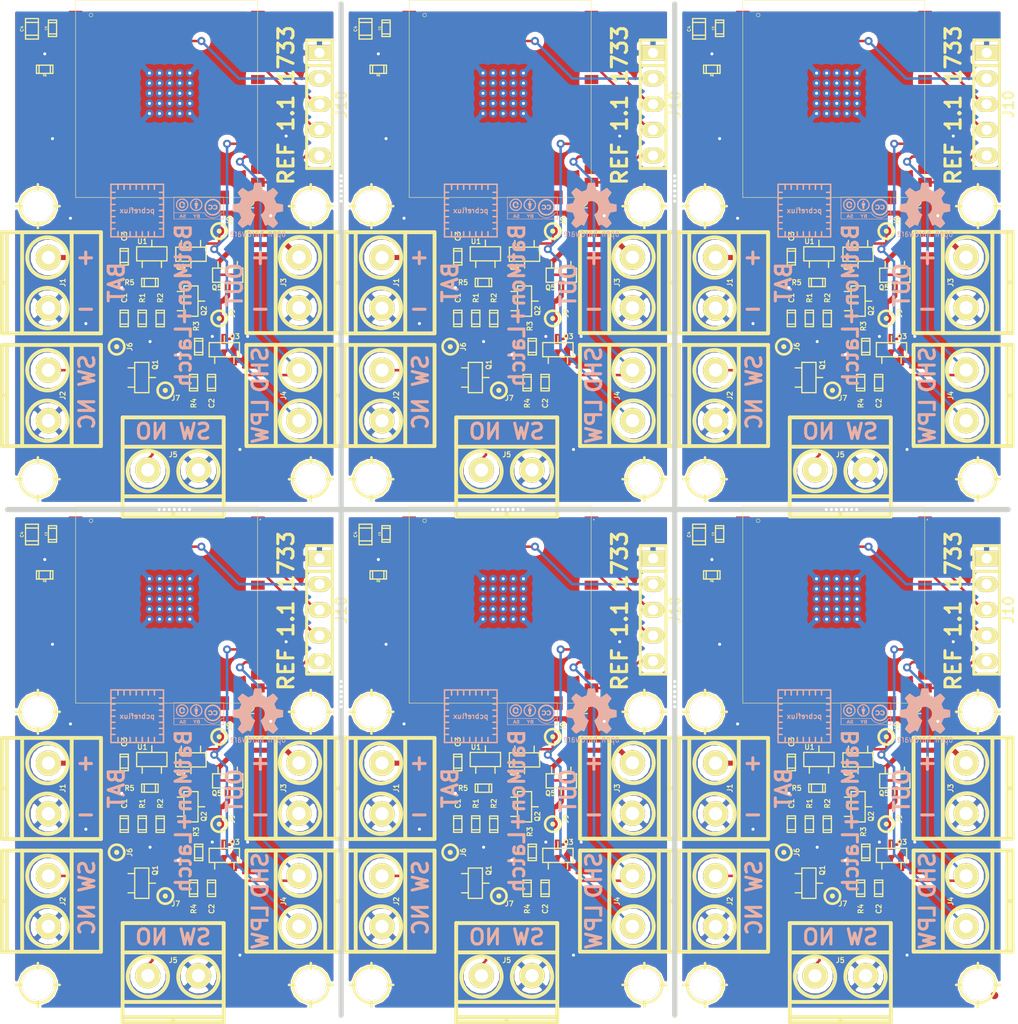
<source format=kicad_pcb>
(kicad_pcb (version 20170123) (host pcbnew no-vcs-found-db3491f~59~ubuntu17.04.1)
  (title_block (title "ESP32 Battery Monitor and Latch Circuit") (rev 1.2) (company pcbreflux))
  (layers (0 F.Cu signal) (31 B.Cu signal) (34 B.Paste user) (35 F.Paste user) (36 B.SilkS user) (37 F.SilkS user) (38 B.Mask user) (39 F.Mask user) (44 Edge.Cuts user))
  (net 0 "")
  (net 1 VCC)
  (net 2 "Net-(C1-Pad2)")
  (net 3 GND)
  (net 4 "Net-(C2-Pad1)")
  (net 5 "Net-(J5-Pad1)")
  (net 6 "Net-(J9-Pad1)")
  (net 7 "Net-(J4-Pad1)")
  (net 8 "Net-(C4-Pad2)")
  (net 9 "Net-(J10-Pad2)")
  (net 10 "Net-(J10-Pad3)")
  (net 11 "Net-(J10-Pad4)")
  (net 12 "Net-(J10-Pad5)")
  (net 13 "Net-(U2-Pad4)")
  (net 14 "Net-(U2-Pad5)")
  (net 15 "Net-(U2-Pad6)")
  (net 16 "Net-(U2-Pad7)")
  (net 17 "Net-(U2-Pad8)")
  (net 18 "Net-(U2-Pad9)")
  (net 19 "Net-(U2-Pad10)")
  (net 20 "Net-(U2-Pad11)")
  (net 21 "Net-(U2-Pad12)")
  (net 22 "Net-(U2-Pad13)")
  (net 23 "Net-(U2-Pad14)")
  (net 24 "Net-(U2-Pad15)")
  (net 25 "Net-(U2-Pad16)")
  (net 26 "Net-(U2-Pad17)")
  (net 27 "Net-(U2-Pad18)")
  (net 28 "Net-(U2-Pad19)")
  (net 29 "Net-(U2-Pad20)")
  (net 30 "Net-(U2-Pad21)")
  (net 31 "Net-(U2-Pad22)")
  (net 32 "Net-(U2-Pad23)")
  (net 33 "Net-(U2-Pad24)")
  (net 34 "Net-(U2-Pad26)")
  (net 35 "Net-(U2-Pad29)")
  (net 36 "Net-(U2-Pad30)")
  (net 37 "Net-(U2-Pad31)")
  (net 38 "Net-(U2-Pad32)")
  (net 39 "Net-(U2-Pad33)")
  (net 40 "Net-(U2-Pad36)")
  (net 41 "Net-(U2-Pad37)")
  (module module:ESP-WROOM-32-short (layer F.Cu) (at 60.092 109.1)
    (fp_text reference U2 (at 17.0394 0.6844) (layer F.SilkS) (effects (font (size 0.75 0.75) (thickness 0.1))))
    (fp_text value ES-WROOM-32 hide)
    (pad 39 thru_hole circle (at 11.3 -12.3) (size 0.8 0.8) (drill 0.3) (layers *.Cu *.Mask) (net 3 GND))
    (pad 39 thru_hole circle (at 11.3 -11.3) (size 0.8 0.8) (drill 0.3) (layers *.Cu *.Mask) (net 3 GND))
    (pad 39 thru_hole circle (at 11.3 -10.3) (size 0.8 0.8) (drill 0.3) (layers *.Cu *.Mask) (net 3 GND))
    (pad 39 thru_hole circle (at 11.3 -9.3) (size 0.8 0.8) (drill 0.3) (layers *.Cu *.Mask) (net 3 GND))
    (pad 39 thru_hole circle (at 11.3 -8.3) (size 0.8 0.8) (drill 0.3) (layers *.Cu *.Mask) (net 3 GND))
    (pad 39 thru_hole circle (at 9.3 -12.3) (size 0.8 0.8) (drill 0.3) (layers *.Cu *.Mask) (net 3 GND))
    (pad 39 thru_hole circle (at 9.3 -11.3) (size 0.8 0.8) (drill 0.3) (layers *.Cu *.Mask) (net 3 GND))
    (pad 39 thru_hole circle (at 9.3 -10.3) (size 0.8 0.8) (drill 0.3) (layers *.Cu *.Mask) (net 3 GND))
    (pad 39 thru_hole circle (at 9.3 -9.3) (size 0.8 0.8) (drill 0.3) (layers *.Cu *.Mask) (net 3 GND))
    (pad 39 thru_hole circle (at 9.3 -8.3) (size 0.8 0.8) (drill 0.3) (layers *.Cu *.Mask) (net 3 GND))
    (pad 39 thru_hole circle (at 10.3 -8.3) (size 0.8 0.8) (drill 0.3) (layers *.Cu *.Mask) (net 3 GND))
    (pad 39 thru_hole circle (at 10.3 -9.3) (size 0.8 0.8) (drill 0.3) (layers *.Cu *.Mask) (net 3 GND))
    (pad 39 thru_hole circle (at 10.3 -10.3) (size 0.8 0.8) (drill 0.3) (layers *.Cu *.Mask) (net 3 GND))
    (pad 39 thru_hole circle (at 10.3 -11.3) (size 0.8 0.8) (drill 0.3) (layers *.Cu *.Mask) (net 3 GND))
    (pad 39 thru_hole circle (at 10.3 -12.3) (size 0.8 0.8) (drill 0.3) (layers *.Cu *.Mask) (net 3 GND))
    (pad 39 thru_hole circle (at 8.3 -12.3) (size 0.8 0.8) (drill 0.3) (layers *.Cu *.Mask) (net 3 GND))
    (pad 39 thru_hole circle (at 8.3 -11.3) (size 0.8 0.8) (drill 0.3) (layers *.Cu *.Mask) (net 3 GND))
    (pad 39 thru_hole circle (at 8.3 -10.3) (size 0.8 0.8) (drill 0.3) (layers *.Cu *.Mask) (net 3 GND))
    (pad 39 thru_hole circle (at 8.3 -9.3) (size 0.8 0.8) (drill 0.3) (layers *.Cu *.Mask) (net 3 GND))
    (pad 39 thru_hole circle (at 8.3 -8.3) (size 0.8 0.8) (drill 0.3) (layers *.Cu *.Mask) (net 3 GND))
    (pad 39 thru_hole circle (at 7.3 -8.3) (size 0.8 0.8) (drill 0.3) (layers *.Cu *.Mask) (net 3 GND))
    (pad 39 thru_hole circle (at 7.3 -9.3) (size 0.8 0.8) (drill 0.3) (layers *.Cu *.Mask) (net 3 GND))
    (pad 39 thru_hole circle (at 7.3 -10.3) (size 0.8 0.8) (drill 0.3) (layers *.Cu *.Mask) (net 3 GND))
    (pad 39 thru_hole circle (at 7.3 -11.3) (size 0.8 0.8) (drill 0.3) (layers *.Cu *.Mask) (net 3 GND))
    (pad 38 smd rect (at 18.03 -18.01) (size 1.35 0.9) (layers F.Cu F.Paste F.Mask) (net 3 GND))
    (pad 37 smd rect (at 18.03 -16.74) (size 1.35 0.9) (layers F.Cu F.Paste F.Mask) (net 41 "Net-(U2-Pad37)"))
    (pad 36 smd rect (at 18.03 -15.47) (size 1.35 0.9) (layers F.Cu F.Paste F.Mask) (net 40 "Net-(U2-Pad36)"))
    (pad 35 smd rect (at 18.03 -14.2) (size 1.35 0.9) (layers F.Cu F.Paste F.Mask) (net 10 "Net-(J10-Pad3)"))
    (pad 34 smd rect (at 18.03 -12.93) (size 1.35 0.9) (layers F.Cu F.Paste F.Mask) (net 11 "Net-(J10-Pad4)"))
    (pad 33 smd rect (at 18.03 -11.66) (size 1.35 0.9) (layers F.Cu F.Paste F.Mask) (net 39 "Net-(U2-Pad33)"))
    (pad 32 smd rect (at 18.03 -10.39) (size 1.35 0.9) (layers F.Cu F.Paste F.Mask) (net 38 "Net-(U2-Pad32)"))
    (pad 31 smd rect (at 18.03 -9.12) (size 1.35 0.9) (layers F.Cu F.Paste F.Mask) (net 37 "Net-(U2-Pad31)"))
    (pad 30 smd rect (at 18.03 -7.85) (size 1.35 0.9) (layers F.Cu F.Paste F.Mask) (net 36 "Net-(U2-Pad30)"))
    (pad 29 smd rect (at 18.03 -6.58) (size 1.35 0.9) (layers F.Cu F.Paste F.Mask) (net 35 "Net-(U2-Pad29)"))
    (pad 28 smd rect (at 18.03 -5.31) (size 1.35 0.9) (layers F.Cu F.Paste F.Mask) (net 7 "Net-(J4-Pad1)"))
    (pad 27 smd rect (at 18.03 -4.04) (size 1.35 0.9) (layers F.Cu F.Paste F.Mask) (net 4 "Net-(C2-Pad1)"))
    (pad 26 smd rect (at 18.03 -2.77) (size 1.35 0.9) (layers F.Cu F.Paste F.Mask) (net 34 "Net-(U2-Pad26)"))
    (pad 25 smd rect (at 18.03 -1.5) (size 1.35 0.9) (layers F.Cu F.Paste F.Mask) (net 12 "Net-(J10-Pad5)"))
    (pad 24 smd rect (at 14.73 0) (size 0.9 1.35) (layers F.Cu F.Paste F.Mask) (net 33 "Net-(U2-Pad24)"))
    (pad 23 smd rect (at 13.46 0) (size 0.9 1.35) (layers F.Cu F.Paste F.Mask) (net 32 "Net-(U2-Pad23)"))
    (pad 22 smd rect (at 12.19 0) (size 0.9 1.35) (layers F.Cu F.Paste F.Mask) (net 31 "Net-(U2-Pad22)"))
    (pad 21 smd rect (at 10.92 0) (size 0.9 1.35) (layers F.Cu F.Paste F.Mask) (net 30 "Net-(U2-Pad21)"))
    (pad 20 smd rect (at 9.65 0) (size 0.9 1.35) (layers F.Cu F.Paste F.Mask) (net 29 "Net-(U2-Pad20)"))
    (pad 19 smd rect (at 8.38 0) (size 0.9 1.35) (layers F.Cu F.Paste F.Mask) (net 28 "Net-(U2-Pad19)"))
    (pad 18 smd rect (at 7.11 0) (size 0.9 1.35) (layers F.Cu F.Paste F.Mask) (net 27 "Net-(U2-Pad18)"))
    (pad 17 smd rect (at 5.84 0) (size 0.9 1.35) (layers F.Cu F.Paste F.Mask) (net 26 "Net-(U2-Pad17)"))
    (pad 16 smd rect (at 4.57 0) (size 0.9 1.35) (layers F.Cu F.Paste F.Mask) (net 25 "Net-(U2-Pad16)"))
    (pad 15 smd rect (at 3.3 0) (size 0.9 1.35) (layers F.Cu F.Paste F.Mask) (net 24 "Net-(U2-Pad15)"))
    (pad 14 smd rect (at 0 -1.5) (size 1.35 0.9) (layers F.Cu F.Paste F.Mask) (net 23 "Net-(U2-Pad14)"))
    (pad 13 smd rect (at 0 -2.77) (size 1.35 0.9) (layers F.Cu F.Paste F.Mask) (net 22 "Net-(U2-Pad13)"))
    (pad 12 smd rect (at 0 -4.04) (size 1.35 0.9) (layers F.Cu F.Paste F.Mask) (net 21 "Net-(U2-Pad12)"))
    (pad 11 smd rect (at 0 -5.31) (size 1.35 0.9) (layers F.Cu F.Paste F.Mask) (net 20 "Net-(U2-Pad11)"))
    (pad 10 smd rect (at 0 -6.58) (size 1.35 0.9) (layers F.Cu F.Paste F.Mask) (net 19 "Net-(U2-Pad10)"))
    (pad 9 smd rect (at 0 -7.85) (size 1.35 0.9) (layers F.Cu F.Paste F.Mask) (net 18 "Net-(U2-Pad9)"))
    (pad 8 smd rect (at 0 -9.12) (size 1.35 0.9) (layers F.Cu F.Paste F.Mask) (net 17 "Net-(U2-Pad8)"))
    (pad 7 smd rect (at 0 -10.39) (size 1.35 0.9) (layers F.Cu F.Paste F.Mask) (net 16 "Net-(U2-Pad7)"))
    (pad 6 smd rect (at 0 -11.66) (size 1.35 0.9) (layers F.Cu F.Paste F.Mask) (net 15 "Net-(U2-Pad6)"))
    (pad 5 smd rect (at 0 -12.93) (size 1.35 0.9) (layers F.Cu F.Paste F.Mask) (net 14 "Net-(U2-Pad5)"))
    (pad 4 smd rect (at 0 -14.2) (size 1.35 0.9) (layers F.Cu F.Paste F.Mask) (net 13 "Net-(U2-Pad4)"))
    (pad 3 smd rect (at 0 -15.47) (size 1.35 0.9) (layers F.Cu F.Paste F.Mask) (net 9 "Net-(J10-Pad2)"))
    (pad 2 smd rect (at 0 -16.74) (size 1.35 0.9) (layers F.Cu F.Paste F.Mask) (net 8 "Net-(C4-Pad2)"))
    (pad 1 smd rect (at 0 -18.01) (size 1.35 0.9) (layers F.Cu F.Paste F.Mask) (net 3 GND))
    (pad 39 smd rect (at 9.3 -10.3) (size 6 6) (layers F.Cu F.Paste F.Mask) (net 3 GND))
    (pad 39 thru_hole circle (at 7.3 -12.3) (size 0.8 0.8) (drill 0.3) (layers *.Cu *.Mask) (net 3 GND))
  )
  (module w_conn_mkds:mkds_1,5-2 (layer F.Cu) (at 69.74 186.048)
    (fp_text reference J5 (at 0 -1.524) (layer F.SilkS) (effects (font (size 0.5 0.5) (thickness 0.1))))
    (fp_text value CONN_01X02 hide)
    (pad 2 thru_hole circle (at 2.5 0) (size 2.5 2.5) (drill 1.3) (layers *.Cu *.Mask F.SilkS) (net 3 GND))
    (pad 1 thru_hole circle (at -2.5 0) (size 2.5 2.5) (drill 1.3) (layers *.Cu *.Mask F.SilkS) (net 5 "Net-(J5-Pad1)"))
  )
  (module module:ESP-WROOM-32-short (layer F.Cu) (at 60.092 159.1)
    (fp_text reference U2 (at 17.0394 0.6844) (layer F.SilkS) (effects (font (size 0.75 0.75) (thickness 0.1))))
    (fp_text value ES-WROOM-32 hide)
    (pad 39 thru_hole circle (at 11.3 -12.3) (size 0.8 0.8) (drill 0.3) (layers *.Cu *.Mask) (net 3 GND))
    (pad 39 thru_hole circle (at 11.3 -11.3) (size 0.8 0.8) (drill 0.3) (layers *.Cu *.Mask) (net 3 GND))
    (pad 39 thru_hole circle (at 11.3 -10.3) (size 0.8 0.8) (drill 0.3) (layers *.Cu *.Mask) (net 3 GND))
    (pad 39 thru_hole circle (at 11.3 -9.3) (size 0.8 0.8) (drill 0.3) (layers *.Cu *.Mask) (net 3 GND))
    (pad 39 thru_hole circle (at 11.3 -8.3) (size 0.8 0.8) (drill 0.3) (layers *.Cu *.Mask) (net 3 GND))
    (pad 39 thru_hole circle (at 9.3 -12.3) (size 0.8 0.8) (drill 0.3) (layers *.Cu *.Mask) (net 3 GND))
    (pad 39 thru_hole circle (at 9.3 -11.3) (size 0.8 0.8) (drill 0.3) (layers *.Cu *.Mask) (net 3 GND))
    (pad 39 thru_hole circle (at 9.3 -10.3) (size 0.8 0.8) (drill 0.3) (layers *.Cu *.Mask) (net 3 GND))
    (pad 39 thru_hole circle (at 9.3 -9.3) (size 0.8 0.8) (drill 0.3) (layers *.Cu *.Mask) (net 3 GND))
    (pad 39 thru_hole circle (at 9.3 -8.3) (size 0.8 0.8) (drill 0.3) (layers *.Cu *.Mask) (net 3 GND))
    (pad 39 thru_hole circle (at 10.3 -8.3) (size 0.8 0.8) (drill 0.3) (layers *.Cu *.Mask) (net 3 GND))
    (pad 39 thru_hole circle (at 10.3 -9.3) (size 0.8 0.8) (drill 0.3) (layers *.Cu *.Mask) (net 3 GND))
    (pad 39 thru_hole circle (at 10.3 -10.3) (size 0.8 0.8) (drill 0.3) (layers *.Cu *.Mask) (net 3 GND))
    (pad 39 thru_hole circle (at 10.3 -11.3) (size 0.8 0.8) (drill 0.3) (layers *.Cu *.Mask) (net 3 GND))
    (pad 39 thru_hole circle (at 10.3 -12.3) (size 0.8 0.8) (drill 0.3) (layers *.Cu *.Mask) (net 3 GND))
    (pad 39 thru_hole circle (at 8.3 -12.3) (size 0.8 0.8) (drill 0.3) (layers *.Cu *.Mask) (net 3 GND))
    (pad 39 thru_hole circle (at 8.3 -11.3) (size 0.8 0.8) (drill 0.3) (layers *.Cu *.Mask) (net 3 GND))
    (pad 39 thru_hole circle (at 8.3 -10.3) (size 0.8 0.8) (drill 0.3) (layers *.Cu *.Mask) (net 3 GND))
    (pad 39 thru_hole circle (at 8.3 -9.3) (size 0.8 0.8) (drill 0.3) (layers *.Cu *.Mask) (net 3 GND))
    (pad 39 thru_hole circle (at 8.3 -8.3) (size 0.8 0.8) (drill 0.3) (layers *.Cu *.Mask) (net 3 GND))
    (pad 39 thru_hole circle (at 7.3 -8.3) (size 0.8 0.8) (drill 0.3) (layers *.Cu *.Mask) (net 3 GND))
    (pad 39 thru_hole circle (at 7.3 -9.3) (size 0.8 0.8) (drill 0.3) (layers *.Cu *.Mask) (net 3 GND))
    (pad 39 thru_hole circle (at 7.3 -10.3) (size 0.8 0.8) (drill 0.3) (layers *.Cu *.Mask) (net 3 GND))
    (pad 39 thru_hole circle (at 7.3 -11.3) (size 0.8 0.8) (drill 0.3) (layers *.Cu *.Mask) (net 3 GND))
    (pad 38 smd rect (at 18.03 -18.01) (size 1.35 0.9) (layers F.Cu F.Paste F.Mask) (net 3 GND))
    (pad 37 smd rect (at 18.03 -16.74) (size 1.35 0.9) (layers F.Cu F.Paste F.Mask) (net 41 "Net-(U2-Pad37)"))
    (pad 36 smd rect (at 18.03 -15.47) (size 1.35 0.9) (layers F.Cu F.Paste F.Mask) (net 40 "Net-(U2-Pad36)"))
    (pad 35 smd rect (at 18.03 -14.2) (size 1.35 0.9) (layers F.Cu F.Paste F.Mask) (net 10 "Net-(J10-Pad3)"))
    (pad 34 smd rect (at 18.03 -12.93) (size 1.35 0.9) (layers F.Cu F.Paste F.Mask) (net 11 "Net-(J10-Pad4)"))
    (pad 33 smd rect (at 18.03 -11.66) (size 1.35 0.9) (layers F.Cu F.Paste F.Mask) (net 39 "Net-(U2-Pad33)"))
    (pad 32 smd rect (at 18.03 -10.39) (size 1.35 0.9) (layers F.Cu F.Paste F.Mask) (net 38 "Net-(U2-Pad32)"))
    (pad 31 smd rect (at 18.03 -9.12) (size 1.35 0.9) (layers F.Cu F.Paste F.Mask) (net 37 "Net-(U2-Pad31)"))
    (pad 30 smd rect (at 18.03 -7.85) (size 1.35 0.9) (layers F.Cu F.Paste F.Mask) (net 36 "Net-(U2-Pad30)"))
    (pad 29 smd rect (at 18.03 -6.58) (size 1.35 0.9) (layers F.Cu F.Paste F.Mask) (net 35 "Net-(U2-Pad29)"))
    (pad 28 smd rect (at 18.03 -5.31) (size 1.35 0.9) (layers F.Cu F.Paste F.Mask) (net 7 "Net-(J4-Pad1)"))
    (pad 27 smd rect (at 18.03 -4.04) (size 1.35 0.9) (layers F.Cu F.Paste F.Mask) (net 4 "Net-(C2-Pad1)"))
    (pad 26 smd rect (at 18.03 -2.77) (size 1.35 0.9) (layers F.Cu F.Paste F.Mask) (net 34 "Net-(U2-Pad26)"))
    (pad 25 smd rect (at 18.03 -1.5) (size 1.35 0.9) (layers F.Cu F.Paste F.Mask) (net 12 "Net-(J10-Pad5)"))
    (pad 24 smd rect (at 14.73 0) (size 0.9 1.35) (layers F.Cu F.Paste F.Mask) (net 33 "Net-(U2-Pad24)"))
    (pad 23 smd rect (at 13.46 0) (size 0.9 1.35) (layers F.Cu F.Paste F.Mask) (net 32 "Net-(U2-Pad23)"))
    (pad 22 smd rect (at 12.19 0) (size 0.9 1.35) (layers F.Cu F.Paste F.Mask) (net 31 "Net-(U2-Pad22)"))
    (pad 21 smd rect (at 10.92 0) (size 0.9 1.35) (layers F.Cu F.Paste F.Mask) (net 30 "Net-(U2-Pad21)"))
    (pad 20 smd rect (at 9.65 0) (size 0.9 1.35) (layers F.Cu F.Paste F.Mask) (net 29 "Net-(U2-Pad20)"))
    (pad 19 smd rect (at 8.38 0) (size 0.9 1.35) (layers F.Cu F.Paste F.Mask) (net 28 "Net-(U2-Pad19)"))
    (pad 18 smd rect (at 7.11 0) (size 0.9 1.35) (layers F.Cu F.Paste F.Mask) (net 27 "Net-(U2-Pad18)"))
    (pad 17 smd rect (at 5.84 0) (size 0.9 1.35) (layers F.Cu F.Paste F.Mask) (net 26 "Net-(U2-Pad17)"))
    (pad 16 smd rect (at 4.57 0) (size 0.9 1.35) (layers F.Cu F.Paste F.Mask) (net 25 "Net-(U2-Pad16)"))
    (pad 15 smd rect (at 3.3 0) (size 0.9 1.35) (layers F.Cu F.Paste F.Mask) (net 24 "Net-(U2-Pad15)"))
    (pad 14 smd rect (at 0 -1.5) (size 1.35 0.9) (layers F.Cu F.Paste F.Mask) (net 23 "Net-(U2-Pad14)"))
    (pad 13 smd rect (at 0 -2.77) (size 1.35 0.9) (layers F.Cu F.Paste F.Mask) (net 22 "Net-(U2-Pad13)"))
    (pad 12 smd rect (at 0 -4.04) (size 1.35 0.9) (layers F.Cu F.Paste F.Mask) (net 21 "Net-(U2-Pad12)"))
    (pad 11 smd rect (at 0 -5.31) (size 1.35 0.9) (layers F.Cu F.Paste F.Mask) (net 20 "Net-(U2-Pad11)"))
    (pad 10 smd rect (at 0 -6.58) (size 1.35 0.9) (layers F.Cu F.Paste F.Mask) (net 19 "Net-(U2-Pad10)"))
    (pad 9 smd rect (at 0 -7.85) (size 1.35 0.9) (layers F.Cu F.Paste F.Mask) (net 18 "Net-(U2-Pad9)"))
    (pad 8 smd rect (at 0 -9.12) (size 1.35 0.9) (layers F.Cu F.Paste F.Mask) (net 17 "Net-(U2-Pad8)"))
    (pad 7 smd rect (at 0 -10.39) (size 1.35 0.9) (layers F.Cu F.Paste F.Mask) (net 16 "Net-(U2-Pad7)"))
    (pad 6 smd rect (at 0 -11.66) (size 1.35 0.9) (layers F.Cu F.Paste F.Mask) (net 15 "Net-(U2-Pad6)"))
    (pad 5 smd rect (at 0 -12.93) (size 1.35 0.9) (layers F.Cu F.Paste F.Mask) (net 14 "Net-(U2-Pad5)"))
    (pad 4 smd rect (at 0 -14.2) (size 1.35 0.9) (layers F.Cu F.Paste F.Mask) (net 13 "Net-(U2-Pad4)"))
    (pad 3 smd rect (at 0 -15.47) (size 1.35 0.9) (layers F.Cu F.Paste F.Mask) (net 9 "Net-(J10-Pad2)"))
    (pad 2 smd rect (at 0 -16.74) (size 1.35 0.9) (layers F.Cu F.Paste F.Mask) (net 8 "Net-(C4-Pad2)"))
    (pad 1 smd rect (at 0 -18.01) (size 1.35 0.9) (layers F.Cu F.Paste F.Mask) (net 3 GND))
    (pad 39 smd rect (at 9.3 -10.3) (size 6 6) (layers F.Cu F.Paste F.Mask) (net 3 GND))
    (pad 39 thru_hole circle (at 7.3 -12.3) (size 0.8 0.8) (drill 0.3) (layers *.Cu *.Mask) (net 3 GND))
  )
  (module w_smd_resistors:r_0603 (layer F.Cu) (at 57.02984 146.424 180)
    (fp_text reference R6 (at 0 -0.6096 180) (layer F.SilkS) (effects (font (size 0.20066 0.20066) (thickness 0.04064))))
    (fp_text value 100k hide)
    (pad 2 smd rect (at -0.75184 0 180) (size 0.89916 1.00076) (layers F.Cu F.Paste F.Mask) (net 9 "Net-(J10-Pad2)"))
    (pad 1 smd rect (at 0.75184 0 180) (size 0.89916 1.00076) (layers F.Cu F.Paste F.Mask) (net 8 "Net-(C4-Pad2)"))
  )
  (module w_pin_strip:pin_socket_5 (layer F.Cu) (at 84.218 149.878 270)
    (fp_text reference J10 (at 0 -2.159 270) (layer F.SilkS) (effects (font (size 1.016 1.016) (thickness 0.2032))))
    (fp_text value CONN_01X05 hide)
    (pad 5 thru_hole oval (at 5.08 0 270) (size 1.524 2.19964) (drill 1.00076) (layers *.Cu *.Mask F.SilkS) (net 12 "Net-(J10-Pad5)"))
    (pad 4 thru_hole oval (at 2.54 0 270) (size 1.524 2.19964) (drill 1.00076) (layers *.Cu *.Mask F.SilkS) (net 11 "Net-(J10-Pad4)"))
    (pad 3 thru_hole oval (at 0 0 270) (size 1.524 2.19964) (drill 1.00076) (layers *.Cu *.Mask F.SilkS) (net 10 "Net-(J10-Pad3)"))
    (pad 2 thru_hole oval (at -2.54 0 270) (size 1.524 2.19964) (drill 1.00076) (layers *.Cu *.Mask F.SilkS) (net 9 "Net-(J10-Pad2)"))
    (pad 1 thru_hole rect (at -5.08 0 270) (size 1.524 2.19964) (drill 1.00076) (layers *.Cu *.Mask F.SilkS) (net 3 GND))
  )
  (module w_smd_cap:c_0603 (layer F.Cu) (at 57.802 142.37016 90)
    (fp_text reference C5 (at 0 -0.635 90) (layer F.SilkS) (effects (font (size 0.20066 0.20066) (thickness 0.04064))))
    (fp_text value 100nF hide)
    (pad 2 smd rect (at -0.75184 0 90) (size 0.89916 1.00076) (layers F.Cu F.Paste F.Mask) (net 8 "Net-(C4-Pad2)"))
    (pad 1 smd rect (at 0.75184 0 90) (size 0.89916 1.00076) (layers F.Cu F.Paste F.Mask) (net 3 GND))
  )
  (module w_smd_cap:c_0805 (layer F.Cu) (at 55.77 142.4235 90)
    (fp_text reference C4 (at 0 -0.9906 90) (layer F.SilkS) (effects (font (size 0.29972 0.29972) (thickness 0.06096))))
    (fp_text value 10uF hide)
    (pad 2 smd rect (at -0.9525 0 90) (size 1.30048 1.4986) (layers F.Cu F.Paste F.Mask) (net 8 "Net-(C4-Pad2)"))
    (pad 1 smd rect (at 0.9525 0 90) (size 1.30048 1.4986) (layers F.Cu F.Paste F.Mask) (net 3 GND))
  )
  (module module:micro_bite (layer F.Cu) (at 69.356 139.958)
    (fp_text reference REF** hide)
    (fp_text value micro_bite hide)
    (pad "" np_thru_hole circle (at 1 0) (size 0.3 0.3) (drill 0.3) (layers *.Cu))
    (pad "" np_thru_hole circle (at 0.5 0) (size 0.3 0.3) (drill 0.3) (layers *.Cu))
    (pad "" np_thru_hole circle (at -1 0) (size 0.3 0.3) (drill 0.3) (layers *.Cu))
    (pad "" np_thru_hole circle (at -0.5 0) (size 0.3 0.3) (drill 0.3) (layers *.Cu))
    (pad "" np_thru_hole circle (at 0 0) (size 0.3 0.3) (drill 0.3) (layers *.Cu))
  )
  (module w_smd_trans:sot23 (layer F.Cu) (at 75.1375 166.78464 180)
    (fp_text reference Q5 (at 1.0795 -1.22936 180) (layer F.SilkS) (effects (font (size 0.50038 0.50038) (thickness 0.09906))))
    (fp_text value AO3401 hide)
    (pad 3 smd rect (at 0.9525 1.05664 180) (size 0.59944 1.00076) (layers F.Cu F.Paste F.Mask) (net 8 "Net-(C4-Pad2)"))
    (pad 2 smd rect (at 0 -1.05664 180) (size 0.59944 1.00076) (layers F.Cu F.Paste F.Mask) (net 6 "Net-(J9-Pad1)"))
    (pad 1 smd rect (at -0.9525 1.05664 180) (size 0.59944 1.00076) (layers F.Cu F.Paste F.Mask) (net 5 "Net-(J5-Pad1)"))
  )
  (module module:pcbreflux_logo (layer B.Cu) (at 66.184 160.394)
    (fp_text reference REF** hide)
    (fp_text value pcbreflux_logo hide)
    (fp_text user pcbreflux (at 0 0) (layer B.SilkS) (effects (font (size 0.5 0.5) (thickness 0.1)) (justify mirror)))
  )
  (module w_details:testpoint_1mm (layer F.Cu) (at 74.296 171.062 270)
    (fp_text reference J9 (at -0.508 -1.286 270) (layer F.SilkS) (effects (font (size 0.5 0.5) (thickness 0.1))))
    (fp_text value TEST_1P hide)
    (pad 1 smd circle (at 0 0 270) (size 1.00076 1.00076) (layers F.Cu F.Paste F.Mask) (net 6 "Net-(J9-Pad1)"))
  )
  (module w_details:testpoint_1mm (layer F.Cu) (at 74.296 162.426 270)
    (fp_text reference J8 (at -1.016 -1.032 270) (layer F.SilkS) (effects (font (size 0.5 0.5) (thickness 0.1))))
    (fp_text value TEST_1P hide)
    (pad 1 smd circle (at 0 0 270) (size 1.00076 1.00076) (layers F.Cu F.Paste F.Mask) (net 7 "Net-(J4-Pad1)"))
  )
  (module w_details:testpoint_1mm (layer F.Cu) (at 68.962 178.174 270)
    (fp_text reference J7 (at 0.762 -1.032) (layer F.SilkS) (effects (font (size 0.5 0.5) (thickness 0.1))))
    (fp_text value TEST_1P hide)
    (pad 1 smd circle (at 0 0 270) (size 1.00076 1.00076) (layers F.Cu F.Paste F.Mask) (net 5 "Net-(J5-Pad1)"))
  )
  (module w_details:testpoint_1mm (layer F.Cu) (at 64.152 173.856 270)
    (fp_text reference J6 (at 0 -1.286 270) (layer F.SilkS) (effects (font (size 0.5 0.5) (thickness 0.1))))
    (fp_text value TEST_1P hide)
    (pad 1 smd circle (at 0 0 270) (size 1.00076 1.00076) (layers F.Cu F.Paste F.Mask) (net 2 "Net-(C1-Pad2)"))
  )
  (module module:Via-0.6mm (layer F.Cu) (at 70.248 174.618)
    (fp_text reference REF** hide)
    (fp_text value Via-0.6mm hide)
    (pad 1 thru_hole circle (at 0 0) (size 0.6 0.6) (drill 0.3) (layers *.Cu) (net 3 GND))
  )
  (module w_smd_cap:c_0603 (layer F.Cu) (at 64.898 164.966 90)
    (fp_text reference C3 (at 2.032 0.016 90) (layer F.SilkS) (effects (font (size 0.5 0.5) (thickness 0.1))))
    (fp_text value 100nF hide)
    (pad 2 smd rect (at -0.75184 0 90) (size 0.89916 1.00076) (layers F.Cu F.Paste F.Mask) (net 3 GND))
    (pad 1 smd rect (at 0.75184 0 90) (size 0.89916 1.00076) (layers F.Cu F.Paste F.Mask) (net 1 VCC))
  )
  (module w_smd_trans:sot23 (layer F.Cu) (at 67.6285 164.67136)
    (fp_text reference U1 (at -0.9365 -1.22936) (layer F.SilkS) (effects (font (size 0.50038 0.50038) (thickness 0.09906))))
    (fp_text value MAX809 hide)
    (pad 3 smd rect (at 0.9525 1.05664) (size 0.59944 1.00076) (layers F.Cu F.Paste F.Mask) (net 7 "Net-(J4-Pad1)"))
    (pad 2 smd rect (at 0 -1.05664) (size 0.59944 1.00076) (layers F.Cu F.Paste F.Mask) (net 1 VCC))
    (pad 1 smd rect (at -0.9525 1.05664) (size 0.59944 1.00076) (layers F.Cu F.Paste F.Mask) (net 3 GND))
  )
  (module w_smd_resistors:r_0603 (layer F.Cu) (at 67.438 167.506)
    (fp_text reference R5 (at -2.016 0) (layer F.SilkS) (effects (font (size 0.5 0.5) (thickness 0.1))))
    (fp_text value 100k hide)
    (pad 2 smd rect (at -0.75184 0) (size 0.89916 1.00076) (layers F.Cu F.Paste F.Mask) (net 3 GND))
    (pad 1 smd rect (at 0.75184 0) (size 0.89916 1.00076) (layers F.Cu F.Paste F.Mask) (net 7 "Net-(J4-Pad1)"))
  )
  (module w_smd_resistors:r_0603 (layer F.Cu) (at 71.756 177.412 90)
    (fp_text reference R4 (at -2.032 0.016 90) (layer F.SilkS) (effects (font (size 0.5 0.5) (thickness 0.1))))
    (fp_text value 2M2 hide)
    (pad 1 smd rect (at 0.75184 0 90) (size 0.89916 1.00076) (layers F.Cu F.Paste F.Mask) (net 4 "Net-(C2-Pad1)"))
    (pad 2 smd rect (at -0.75184 0 90) (size 0.89916 1.00076) (layers F.Cu F.Paste F.Mask) (net 3 GND))
  )
  (module w_smd_resistors:r_0603 (layer F.Cu) (at 72.264 173.856 90)
    (fp_text reference R3 (at 2.032 -0.238 90) (layer F.SilkS) (effects (font (size 0.5 0.5) (thickness 0.1))))
    (fp_text value 100k hide)
    (pad 2 smd rect (at -0.75184 0 90) (size 0.89916 1.00076) (layers F.Cu F.Paste F.Mask) (net 4 "Net-(C2-Pad1)"))
    (pad 1 smd rect (at 0.75184 0 90) (size 0.89916 1.00076) (layers F.Cu F.Paste F.Mask) (net 6 "Net-(J9-Pad1)"))
  )
  (module w_smd_resistors:r_0603 (layer F.Cu) (at 68.454 171.07216 90)
    (fp_text reference R2 (at 2.04216 0.016 90) (layer F.SilkS) (effects (font (size 0.5 0.5) (thickness 0.1))))
    (fp_text value 2M2 hide)
    (pad 1 smd rect (at 0.75184 0 90) (size 0.89916 1.00076) (layers F.Cu F.Paste F.Mask) (net 1 VCC))
    (pad 2 smd rect (at -0.75184 0 90) (size 0.89916 1.00076) (layers F.Cu F.Paste F.Mask) (net 5 "Net-(J5-Pad1)"))
  )
  (module w_smd_resistors:r_0603 (layer F.Cu) (at 66.676 171.062 90)
    (fp_text reference R1 (at 2.032 0.016 90) (layer F.SilkS) (effects (font (size 0.5 0.5) (thickness 0.1))))
    (fp_text value 2M2 hide)
    (pad 2 smd rect (at -0.75184 0 90) (size 0.89916 1.00076) (layers F.Cu F.Paste F.Mask) (net 2 "Net-(C1-Pad2)"))
    (pad 1 smd rect (at 0.75184 0 90) (size 0.89916 1.00076) (layers F.Cu F.Paste F.Mask) (net 1 VCC))
  )
  (module w_smd_trans:sot23 (layer F.Cu) (at 71.502 164.712 180)
    (fp_text reference Q4 (at 1 -1.27 180) (layer F.SilkS) (effects (font (size 0.50038 0.50038) (thickness 0.09906))))
    (fp_text value AO3401 hide)
    (pad 1 smd rect (at -0.9525 1.05664 180) (size 0.59944 1.00076) (layers F.Cu F.Paste F.Mask) (net 7 "Net-(J4-Pad1)"))
    (pad 2 smd rect (at 0 -1.05664 180) (size 0.59944 1.00076) (layers F.Cu F.Paste F.Mask) (net 8 "Net-(C4-Pad2)"))
    (pad 3 smd rect (at 0.9525 1.05664 180) (size 0.59944 1.00076) (layers F.Cu F.Paste F.Mask) (net 1 VCC))
  )
  (module w_smd_trans:sot23 (layer F.Cu) (at 74.804 174.15064)
    (fp_text reference Q3 (at 1.032 -1.31064) (layer F.SilkS) (effects (font (size 0.50038 0.50038) (thickness 0.09906))))
    (fp_text value 2N7002 hide)
    (pad 1 smd rect (at -0.9525 1.05664) (size 0.59944 1.00076) (layers F.Cu F.Paste F.Mask) (net 4 "Net-(C2-Pad1)"))
    (pad 2 smd rect (at 0 -1.05664) (size 0.59944 1.00076) (layers F.Cu F.Paste F.Mask) (net 5 "Net-(J5-Pad1)"))
    (pad 3 smd rect (at 0.9525 1.05664) (size 0.59944 1.00076) (layers F.Cu F.Paste F.Mask) (net 3 GND))
  )
  (module w_smd_trans:sot23 (layer F.Cu) (at 71.502 169.3475 270)
    (fp_text reference Q2 (at 0.9525 -1.286 270) (layer F.SilkS) (effects (font (size 0.50038 0.50038) (thickness 0.09906))))
    (fp_text value AO3401 hide)
    (pad 3 smd rect (at 0.9525 1.05664 270) (size 0.59944 1.00076) (layers F.Cu F.Paste F.Mask) (net 1 VCC))
    (pad 2 smd rect (at 0 -1.05664 270) (size 0.59944 1.00076) (layers F.Cu F.Paste F.Mask) (net 6 "Net-(J9-Pad1)"))
    (pad 1 smd rect (at -0.9525 1.05664 270) (size 0.59944 1.00076) (layers F.Cu F.Paste F.Mask) (net 5 "Net-(J5-Pad1)"))
  )
  (module w_smd_trans:sot23 (layer F.Cu) (at 66.63536 176.904 270)
    (fp_text reference Q1 (at -1.27 -1.32664 270) (layer F.SilkS) (effects (font (size 0.5 0.5) (thickness 0.1))))
    (fp_text value 2N7002 hide)
    (pad 3 smd rect (at 0.9525 1.05664 270) (size 0.59944 1.00076) (layers F.Cu F.Paste F.Mask) (net 3 GND))
    (pad 2 smd rect (at 0 -1.05664 270) (size 0.59944 1.00076) (layers F.Cu F.Paste F.Mask) (net 5 "Net-(J5-Pad1)"))
    (pad 1 smd rect (at -0.9525 1.05664 270) (size 0.59944 1.00076) (layers F.Cu F.Paste F.Mask) (net 2 "Net-(C1-Pad2)"))
  )
  (module w_conn_mkds:mkds_1,5-2 (layer F.Cu) (at 82.186 178.674 90)
    (fp_text reference J4 (at -0.008 -1.524 90) (layer F.SilkS) (effects (font (size 0.5 0.5) (thickness 0.1))))
    (fp_text value CONN_01X02 hide)
    (pad 1 thru_hole circle (at -2.5 0 90) (size 2.5 2.5) (drill 1.3) (layers *.Cu *.Mask F.SilkS) (net 7 "Net-(J4-Pad1)"))
    (pad 2 thru_hole circle (at 2.5 0 90) (size 2.5 2.5) (drill 1.3) (layers *.Cu *.Mask F.SilkS) (net 4 "Net-(C2-Pad1)"))
  )
  (module w_conn_mkds:mkds_1,5-2 (layer F.Cu) (at 82.186 167.506 90)
    (fp_text reference J3 (at 0 -1.524 90) (layer F.SilkS) (effects (font (size 0.5 0.5) (thickness 0.1))))
    (fp_text value CONN_01X02 hide)
    (pad 2 thru_hole circle (at 2.5 0 90) (size 2.5 2.5) (drill 1.3) (layers *.Cu *.Mask F.SilkS) (net 8 "Net-(C4-Pad2)"))
    (pad 1 thru_hole circle (at -2.5 0 90) (size 2.5 2.5) (drill 1.3) (layers *.Cu *.Mask F.SilkS) (net 3 GND))
  )
  (module w_conn_mkds:mkds_1,5-2 (layer F.Cu) (at 57.4 178.682 270)
    (fp_text reference J2 (at 0 -1.418 270) (layer F.SilkS) (effects (font (size 0.5 0.5) (thickness 0.1))))
    (fp_text value CONN_01X02 hide)
    (pad 2 thru_hole circle (at 2.5 0 270) (size 2.5 2.5) (drill 1.3) (layers *.Cu *.Mask F.SilkS) (net 3 GND))
    (pad 1 thru_hole circle (at -2.5 0 270) (size 2.5 2.5) (drill 1.3) (layers *.Cu *.Mask F.SilkS) (net 2 "Net-(C1-Pad2)"))
  )
  (module w_conn_mkds:mkds_1,5-2 (layer F.Cu) (at 57.4 167.537 270)
    (fp_text reference J1 (at -0.031 -1.418 270) (layer F.SilkS) (effects (font (size 0.5 0.5) (thickness 0.1))))
    (fp_text value CONN_01X02 hide)
    (pad 1 thru_hole circle (at -2.5 0 270) (size 2.5 2.5) (drill 1.3) (layers *.Cu *.Mask F.SilkS) (net 1 VCC))
    (pad 2 thru_hole circle (at 2.5 0 270) (size 2.5 2.5) (drill 1.3) (layers *.Cu *.Mask F.SilkS) (net 3 GND))
  )
  (module w_smd_cap:c_0603 (layer F.Cu) (at 73.534 177.412 90)
    (fp_text reference C2 (at -2.032 0.016 90) (layer F.SilkS) (effects (font (size 0.5 0.5) (thickness 0.1))))
    (fp_text value 100nF hide)
    (pad 1 smd rect (at 0.75184 0 90) (size 0.89916 1.00076) (layers F.Cu F.Paste F.Mask) (net 4 "Net-(C2-Pad1)"))
    (pad 2 smd rect (at -0.75184 0 90) (size 0.89916 1.00076) (layers F.Cu F.Paste F.Mask) (net 3 GND))
  )
  (module w_smd_cap:c_0603 (layer F.Cu) (at 64.898 171.062 90)
    (fp_text reference C1 (at 2.032 0.016 90) (layer F.SilkS) (effects (font (size 0.5 0.5) (thickness 0.1))))
    (fp_text value 100nF hide)
    (pad 2 smd rect (at -0.75184 0 90) (size 0.89916 1.00076) (layers F.Cu F.Paste F.Mask) (net 2 "Net-(C1-Pad2)"))
    (pad 1 smd rect (at 0.75184 0 90) (size 0.89916 1.00076) (layers F.Cu F.Paste F.Mask) (net 1 VCC))
  )
  (module module:Via-0.6mm (layer F.Cu) (at 73.61 172.84)
    (fp_text reference REF** hide)
    (fp_text value Via-0.6mm hide)
    (pad 1 thru_hole circle (at 0 0) (size 0.6 0.6) (drill 0.3) (layers *.Cu) (net 3 GND))
  )
  (module w_details:hole_3mm (layer F.Cu) (at 83.356 159.958)
    (fp_text reference hole_3mm hide)
    (fp_text value VAL** hide)
    (pad 1 thru_hole circle (at 0 0) (size 2.99974 2.99974) (drill 2.99974) (layers *.Cu F.SilkS))
  )
  (module w_details:hole_3mm (layer F.Cu) (at 83.356 186.958)
    (fp_text reference hole_3mm hide)
    (fp_text value VAL** hide)
    (pad 1 thru_hole circle (at 0 0) (size 2.99974 2.99974) (drill 2.99974) (layers *.Cu F.SilkS))
  )
  (module w_details:hole_3mm (layer F.Cu) (at 56.356 186.958)
    (fp_text reference hole_3mm hide)
    (fp_text value VAL** hide)
    (pad 1 thru_hole circle (at 0 0) (size 2.99974 2.99974) (drill 2.99974) (layers *.Cu F.SilkS))
  )
  (module w_details:hole_3mm (layer F.Cu) (at 56.356 159.958)
    (fp_text reference hole_3mm hide)
    (fp_text value VAL** hide)
    (pad 1 thru_hole circle (at 0 0) (size 2.99974 2.99974) (drill 2.99974) (layers *.Cu F.SilkS))
  )
  (module module:Via-0.6mm (layer F.Cu) (at 64.66 168.014)
    (fp_text reference REF** hide)
    (fp_text value Via-0.6mm hide)
    (pad 1 thru_hole circle (at 0 0) (size 0.6 0.6) (drill 0.3) (layers *.Cu) (net 3 GND))
  )
  (module module:Via-0.6mm (layer F.Cu) (at 67.454 173.348)
    (fp_text reference REF** hide)
    (fp_text value Via-0.6mm hide)
    (pad 1 thru_hole circle (at 0 0) (size 0.6 0.6) (drill 0.3) (layers *.Cu) (net 3 GND))
  )
  (module module:Via-0.6mm (layer F.Cu) (at 59.58 161.156)
    (fp_text reference REF** hide)
    (fp_text value Via-0.6mm hide)
    (pad 1 thru_hole circle (at 0 0) (size 0.6 0.6) (drill 0.3) (layers *.Cu) (net 3 GND))
  )
  (module module:Via-0.6mm (layer F.Cu) (at 61.104 171.57)
    (fp_text reference REF** hide)
    (fp_text value Via-0.6mm hide)
    (pad 1 thru_hole circle (at 0 0) (size 0.6 0.6) (drill 0.3) (layers *.Cu) (net 3 GND))
  )
  (module module:Via-0.6mm (layer F.Cu) (at 77.106 172.84)
    (fp_text reference REF** hide)
    (fp_text value Via-0.6mm hide)
    (pad 1 thru_hole circle (at 0 0) (size 0.6 0.6) (drill 0.3) (layers *.Cu) (net 3 GND))
  )
  (module module:Via-0.6mm (layer F.Cu) (at 79.392 160.902)
    (fp_text reference REF** hide)
    (fp_text value Via-0.6mm hide)
    (pad 1 thru_hole circle (at 0 0) (size 0.6 0.6) (drill 0.3) (layers *.Cu) (net 3 GND))
  )
  (module module:Via-0.6mm (layer F.Cu) (at 76.344 184.016)
    (fp_text reference REF** hide)
    (fp_text value Via-0.6mm hide)
    (pad 1 thru_hole circle (at 0 0) (size 0.6 0.6) (drill 0.3) (layers *.Cu) (net 3 GND))
  )
  (module module:micro_bite (layer F.Cu) (at 53.356 157.958 90)
    (fp_text reference REF** hide)
    (fp_text value micro_bite hide)
    (pad "" np_thru_hole circle (at 1 0 90) (size 0.3 0.3) (drill 0.3) (layers *.Cu))
    (pad "" np_thru_hole circle (at 0.5 0 90) (size 0.3 0.3) (drill 0.3) (layers *.Cu))
    (pad "" np_thru_hole circle (at -1 0 90) (size 0.3 0.3) (drill 0.3) (layers *.Cu))
    (pad "" np_thru_hole circle (at -0.5 0 90) (size 0.3 0.3) (drill 0.3) (layers *.Cu))
    (pad "" np_thru_hole circle (at 0 0 90) (size 0.3 0.3) (drill 0.3) (layers *.Cu))
  )
  (module module:micro_bite (layer F.Cu) (at 86.356 158.458 90)
    (fp_text reference REF** hide)
    (fp_text value micro_bite hide)
    (pad "" np_thru_hole circle (at 0 0 90) (size 0.3 0.3) (drill 0.3) (layers *.Cu))
    (pad "" np_thru_hole circle (at -0.5 0 90) (size 0.3 0.3) (drill 0.3) (layers *.Cu))
    (pad "" np_thru_hole circle (at -1 0 90) (size 0.3 0.3) (drill 0.3) (layers *.Cu))
    (pad "" np_thru_hole circle (at 0.5 0 90) (size 0.3 0.3) (drill 0.3) (layers *.Cu))
    (pad "" np_thru_hole circle (at 1 0 90) (size 0.3 0.3) (drill 0.3) (layers *.Cu))
  )
  (module w_logo:Logo_silk_OSHW_6x6mm (layer B.Cu) (at 78.122 159.886 180)
    (fp_text reference G*** hide)
    (fp_text value LOGO hide)
  )
  (module w_logo:Logo_silk_CC-BY-SA_5x2mm (layer B.Cu) (at 72.28 160.14 180)
    (fp_text reference G*** hide)
    (fp_text value LOGO hide)
  )
  (module module:Via-0.6mm (layer F.Cu) (at 57.802 153.282)
    (fp_text reference REF** hide)
    (fp_text value Via-0.6mm hide)
    (pad 1 thru_hole circle (at 0 0) (size 0.6 0.6) (drill 0.3) (layers *.Cu) (net 3 GND))
  )
  (module module:Via-0.6mm (layer F.Cu) (at 80.916 153.028)
    (fp_text reference REF** hide)
    (fp_text value Via-0.6mm hide)
    (pad 1 thru_hole circle (at 0 0) (size 0.6 0.6) (drill 0.3) (layers *.Cu) (net 3 GND))
  )
  (module module:Via-0.6mm (layer F.Cu) (at 57.04 144.9)
    (fp_text reference REF** hide)
    (fp_text value Via-0.6mm hide)
    (pad 1 thru_hole circle (at 0 0) (size 0.6 0.6) (drill 0.3) (layers *.Cu) (net 3 GND))
  )
  (module module:ESP-WROOM-32-short (layer F.Cu) (at 93.092 109.1)
    (fp_text reference U2 (at 17.0394 0.6844) (layer F.SilkS) (effects (font (size 0.75 0.75) (thickness 0.1))))
    (fp_text value ES-WROOM-32 hide)
    (pad 39 thru_hole circle (at 11.3 -12.3) (size 0.8 0.8) (drill 0.3) (layers *.Cu *.Mask) (net 3 GND))
    (pad 39 thru_hole circle (at 11.3 -11.3) (size 0.8 0.8) (drill 0.3) (layers *.Cu *.Mask) (net 3 GND))
    (pad 39 thru_hole circle (at 11.3 -10.3) (size 0.8 0.8) (drill 0.3) (layers *.Cu *.Mask) (net 3 GND))
    (pad 39 thru_hole circle (at 11.3 -9.3) (size 0.8 0.8) (drill 0.3) (layers *.Cu *.Mask) (net 3 GND))
    (pad 39 thru_hole circle (at 11.3 -8.3) (size 0.8 0.8) (drill 0.3) (layers *.Cu *.Mask) (net 3 GND))
    (pad 39 thru_hole circle (at 9.3 -12.3) (size 0.8 0.8) (drill 0.3) (layers *.Cu *.Mask) (net 3 GND))
    (pad 39 thru_hole circle (at 9.3 -11.3) (size 0.8 0.8) (drill 0.3) (layers *.Cu *.Mask) (net 3 GND))
    (pad 39 thru_hole circle (at 9.3 -10.3) (size 0.8 0.8) (drill 0.3) (layers *.Cu *.Mask) (net 3 GND))
    (pad 39 thru_hole circle (at 9.3 -9.3) (size 0.8 0.8) (drill 0.3) (layers *.Cu *.Mask) (net 3 GND))
    (pad 39 thru_hole circle (at 9.3 -8.3) (size 0.8 0.8) (drill 0.3) (layers *.Cu *.Mask) (net 3 GND))
    (pad 39 thru_hole circle (at 10.3 -8.3) (size 0.8 0.8) (drill 0.3) (layers *.Cu *.Mask) (net 3 GND))
    (pad 39 thru_hole circle (at 10.3 -9.3) (size 0.8 0.8) (drill 0.3) (layers *.Cu *.Mask) (net 3 GND))
    (pad 39 thru_hole circle (at 10.3 -10.3) (size 0.8 0.8) (drill 0.3) (layers *.Cu *.Mask) (net 3 GND))
    (pad 39 thru_hole circle (at 10.3 -11.3) (size 0.8 0.8) (drill 0.3) (layers *.Cu *.Mask) (net 3 GND))
    (pad 39 thru_hole circle (at 10.3 -12.3) (size 0.8 0.8) (drill 0.3) (layers *.Cu *.Mask) (net 3 GND))
    (pad 39 thru_hole circle (at 8.3 -12.3) (size 0.8 0.8) (drill 0.3) (layers *.Cu *.Mask) (net 3 GND))
    (pad 39 thru_hole circle (at 8.3 -11.3) (size 0.8 0.8) (drill 0.3) (layers *.Cu *.Mask) (net 3 GND))
    (pad 39 thru_hole circle (at 8.3 -10.3) (size 0.8 0.8) (drill 0.3) (layers *.Cu *.Mask) (net 3 GND))
    (pad 39 thru_hole circle (at 8.3 -9.3) (size 0.8 0.8) (drill 0.3) (layers *.Cu *.Mask) (net 3 GND))
    (pad 39 thru_hole circle (at 8.3 -8.3) (size 0.8 0.8) (drill 0.3) (layers *.Cu *.Mask) (net 3 GND))
    (pad 39 thru_hole circle (at 7.3 -8.3) (size 0.8 0.8) (drill 0.3) (layers *.Cu *.Mask) (net 3 GND))
    (pad 39 thru_hole circle (at 7.3 -9.3) (size 0.8 0.8) (drill 0.3) (layers *.Cu *.Mask) (net 3 GND))
    (pad 39 thru_hole circle (at 7.3 -10.3) (size 0.8 0.8) (drill 0.3) (layers *.Cu *.Mask) (net 3 GND))
    (pad 39 thru_hole circle (at 7.3 -11.3) (size 0.8 0.8) (drill 0.3) (layers *.Cu *.Mask) (net 3 GND))
    (pad 38 smd rect (at 18.03 -18.01) (size 1.35 0.9) (layers F.Cu F.Paste F.Mask) (net 3 GND))
    (pad 37 smd rect (at 18.03 -16.74) (size 1.35 0.9) (layers F.Cu F.Paste F.Mask) (net 41 "Net-(U2-Pad37)"))
    (pad 36 smd rect (at 18.03 -15.47) (size 1.35 0.9) (layers F.Cu F.Paste F.Mask) (net 40 "Net-(U2-Pad36)"))
    (pad 35 smd rect (at 18.03 -14.2) (size 1.35 0.9) (layers F.Cu F.Paste F.Mask) (net 10 "Net-(J10-Pad3)"))
    (pad 34 smd rect (at 18.03 -12.93) (size 1.35 0.9) (layers F.Cu F.Paste F.Mask) (net 11 "Net-(J10-Pad4)"))
    (pad 33 smd rect (at 18.03 -11.66) (size 1.35 0.9) (layers F.Cu F.Paste F.Mask) (net 39 "Net-(U2-Pad33)"))
    (pad 32 smd rect (at 18.03 -10.39) (size 1.35 0.9) (layers F.Cu F.Paste F.Mask) (net 38 "Net-(U2-Pad32)"))
    (pad 31 smd rect (at 18.03 -9.12) (size 1.35 0.9) (layers F.Cu F.Paste F.Mask) (net 37 "Net-(U2-Pad31)"))
    (pad 30 smd rect (at 18.03 -7.85) (size 1.35 0.9) (layers F.Cu F.Paste F.Mask) (net 36 "Net-(U2-Pad30)"))
    (pad 29 smd rect (at 18.03 -6.58) (size 1.35 0.9) (layers F.Cu F.Paste F.Mask) (net 35 "Net-(U2-Pad29)"))
    (pad 28 smd rect (at 18.03 -5.31) (size 1.35 0.9) (layers F.Cu F.Paste F.Mask) (net 7 "Net-(J4-Pad1)"))
    (pad 27 smd rect (at 18.03 -4.04) (size 1.35 0.9) (layers F.Cu F.Paste F.Mask) (net 4 "Net-(C2-Pad1)"))
    (pad 26 smd rect (at 18.03 -2.77) (size 1.35 0.9) (layers F.Cu F.Paste F.Mask) (net 34 "Net-(U2-Pad26)"))
    (pad 25 smd rect (at 18.03 -1.5) (size 1.35 0.9) (layers F.Cu F.Paste F.Mask) (net 12 "Net-(J10-Pad5)"))
    (pad 24 smd rect (at 14.73 0) (size 0.9 1.35) (layers F.Cu F.Paste F.Mask) (net 33 "Net-(U2-Pad24)"))
    (pad 23 smd rect (at 13.46 0) (size 0.9 1.35) (layers F.Cu F.Paste F.Mask) (net 32 "Net-(U2-Pad23)"))
    (pad 22 smd rect (at 12.19 0) (size 0.9 1.35) (layers F.Cu F.Paste F.Mask) (net 31 "Net-(U2-Pad22)"))
    (pad 21 smd rect (at 10.92 0) (size 0.9 1.35) (layers F.Cu F.Paste F.Mask) (net 30 "Net-(U2-Pad21)"))
    (pad 20 smd rect (at 9.65 0) (size 0.9 1.35) (layers F.Cu F.Paste F.Mask) (net 29 "Net-(U2-Pad20)"))
    (pad 19 smd rect (at 8.38 0) (size 0.9 1.35) (layers F.Cu F.Paste F.Mask) (net 28 "Net-(U2-Pad19)"))
    (pad 18 smd rect (at 7.11 0) (size 0.9 1.35) (layers F.Cu F.Paste F.Mask) (net 27 "Net-(U2-Pad18)"))
    (pad 17 smd rect (at 5.84 0) (size 0.9 1.35) (layers F.Cu F.Paste F.Mask) (net 26 "Net-(U2-Pad17)"))
    (pad 16 smd rect (at 4.57 0) (size 0.9 1.35) (layers F.Cu F.Paste F.Mask) (net 25 "Net-(U2-Pad16)"))
    (pad 15 smd rect (at 3.3 0) (size 0.9 1.35) (layers F.Cu F.Paste F.Mask) (net 24 "Net-(U2-Pad15)"))
    (pad 14 smd rect (at 0 -1.5) (size 1.35 0.9) (layers F.Cu F.Paste F.Mask) (net 23 "Net-(U2-Pad14)"))
    (pad 13 smd rect (at 0 -2.77) (size 1.35 0.9) (layers F.Cu F.Paste F.Mask) (net 22 "Net-(U2-Pad13)"))
    (pad 12 smd rect (at 0 -4.04) (size 1.35 0.9) (layers F.Cu F.Paste F.Mask) (net 21 "Net-(U2-Pad12)"))
    (pad 11 smd rect (at 0 -5.31) (size 1.35 0.9) (layers F.Cu F.Paste F.Mask) (net 20 "Net-(U2-Pad11)"))
    (pad 10 smd rect (at 0 -6.58) (size 1.35 0.9) (layers F.Cu F.Paste F.Mask) (net 19 "Net-(U2-Pad10)"))
    (pad 9 smd rect (at 0 -7.85) (size 1.35 0.9) (layers F.Cu F.Paste F.Mask) (net 18 "Net-(U2-Pad9)"))
    (pad 8 smd rect (at 0 -9.12) (size 1.35 0.9) (layers F.Cu F.Paste F.Mask) (net 17 "Net-(U2-Pad8)"))
    (pad 7 smd rect (at 0 -10.39) (size 1.35 0.9) (layers F.Cu F.Paste F.Mask) (net 16 "Net-(U2-Pad7)"))
    (pad 6 smd rect (at 0 -11.66) (size 1.35 0.9) (layers F.Cu F.Paste F.Mask) (net 15 "Net-(U2-Pad6)"))
    (pad 5 smd rect (at 0 -12.93) (size 1.35 0.9) (layers F.Cu F.Paste F.Mask) (net 14 "Net-(U2-Pad5)"))
    (pad 4 smd rect (at 0 -14.2) (size 1.35 0.9) (layers F.Cu F.Paste F.Mask) (net 13 "Net-(U2-Pad4)"))
    (pad 3 smd rect (at 0 -15.47) (size 1.35 0.9) (layers F.Cu F.Paste F.Mask) (net 9 "Net-(J10-Pad2)"))
    (pad 2 smd rect (at 0 -16.74) (size 1.35 0.9) (layers F.Cu F.Paste F.Mask) (net 8 "Net-(C4-Pad2)"))
    (pad 1 smd rect (at 0 -18.01) (size 1.35 0.9) (layers F.Cu F.Paste F.Mask) (net 3 GND))
    (pad 39 smd rect (at 9.3 -10.3) (size 6 6) (layers F.Cu F.Paste F.Mask) (net 3 GND))
    (pad 39 thru_hole circle (at 7.3 -12.3) (size 0.8 0.8) (drill 0.3) (layers *.Cu *.Mask) (net 3 GND))
  )
  (module w_smd_resistors:r_0603 (layer F.Cu) (at 90.02984 96.424 180)
    (fp_text reference R6 (at 0 -0.6096 180) (layer F.SilkS) (effects (font (size 0.20066 0.20066) (thickness 0.04064))))
    (fp_text value 100k hide)
    (pad 2 smd rect (at -0.75184 0 180) (size 0.89916 1.00076) (layers F.Cu F.Paste F.Mask) (net 9 "Net-(J10-Pad2)"))
    (pad 1 smd rect (at 0.75184 0 180) (size 0.89916 1.00076) (layers F.Cu F.Paste F.Mask) (net 8 "Net-(C4-Pad2)"))
  )
  (module w_pin_strip:pin_socket_5 (layer F.Cu) (at 117.218 99.878 270)
    (fp_text reference J10 (at 0 -2.159 270) (layer F.SilkS) (effects (font (size 1.016 1.016) (thickness 0.2032))))
    (fp_text value CONN_01X05 hide)
    (pad 5 thru_hole oval (at 5.08 0 270) (size 1.524 2.19964) (drill 1.00076) (layers *.Cu *.Mask F.SilkS) (net 12 "Net-(J10-Pad5)"))
    (pad 4 thru_hole oval (at 2.54 0 270) (size 1.524 2.19964) (drill 1.00076) (layers *.Cu *.Mask F.SilkS) (net 11 "Net-(J10-Pad4)"))
    (pad 3 thru_hole oval (at 0 0 270) (size 1.524 2.19964) (drill 1.00076) (layers *.Cu *.Mask F.SilkS) (net 10 "Net-(J10-Pad3)"))
    (pad 2 thru_hole oval (at -2.54 0 270) (size 1.524 2.19964) (drill 1.00076) (layers *.Cu *.Mask F.SilkS) (net 9 "Net-(J10-Pad2)"))
    (pad 1 thru_hole rect (at -5.08 0 270) (size 1.524 2.19964) (drill 1.00076) (layers *.Cu *.Mask F.SilkS) (net 3 GND))
  )
  (module w_smd_cap:c_0603 (layer F.Cu) (at 90.802 92.37016 90)
    (fp_text reference C5 (at 0 -0.635 90) (layer F.SilkS) (effects (font (size 0.20066 0.20066) (thickness 0.04064))))
    (fp_text value 100nF hide)
    (pad 2 smd rect (at -0.75184 0 90) (size 0.89916 1.00076) (layers F.Cu F.Paste F.Mask) (net 8 "Net-(C4-Pad2)"))
    (pad 1 smd rect (at 0.75184 0 90) (size 0.89916 1.00076) (layers F.Cu F.Paste F.Mask) (net 3 GND))
  )
  (module w_smd_cap:c_0805 (layer F.Cu) (at 88.77 92.4235 90)
    (fp_text reference C4 (at 0 -0.9906 90) (layer F.SilkS) (effects (font (size 0.29972 0.29972) (thickness 0.06096))))
    (fp_text value 10uF hide)
    (pad 2 smd rect (at -0.9525 0 90) (size 1.30048 1.4986) (layers F.Cu F.Paste F.Mask) (net 8 "Net-(C4-Pad2)"))
    (pad 1 smd rect (at 0.9525 0 90) (size 1.30048 1.4986) (layers F.Cu F.Paste F.Mask) (net 3 GND))
  )
  (module w_smd_trans:sot23 (layer F.Cu) (at 108.1375 116.78464 180)
    (fp_text reference Q5 (at 1.0795 -1.22936 180) (layer F.SilkS) (effects (font (size 0.50038 0.50038) (thickness 0.09906))))
    (fp_text value AO3401 hide)
    (pad 3 smd rect (at 0.9525 1.05664 180) (size 0.59944 1.00076) (layers F.Cu F.Paste F.Mask) (net 8 "Net-(C4-Pad2)"))
    (pad 2 smd rect (at 0 -1.05664 180) (size 0.59944 1.00076) (layers F.Cu F.Paste F.Mask) (net 6 "Net-(J9-Pad1)"))
    (pad 1 smd rect (at -0.9525 1.05664 180) (size 0.59944 1.00076) (layers F.Cu F.Paste F.Mask) (net 5 "Net-(J5-Pad1)"))
  )
  (module module:pcbreflux_logo (layer B.Cu) (at 99.184 110.394)
    (fp_text reference REF** hide)
    (fp_text value pcbreflux_logo hide)
    (fp_text user pcbreflux (at 0 0) (layer B.SilkS) (effects (font (size 0.5 0.5) (thickness 0.1)) (justify mirror)))
  )
  (module w_details:testpoint_1mm (layer F.Cu) (at 107.296 121.062 270)
    (fp_text reference J9 (at -0.508 -1.286 270) (layer F.SilkS) (effects (font (size 0.5 0.5) (thickness 0.1))))
    (fp_text value TEST_1P hide)
    (pad 1 smd circle (at 0 0 270) (size 1.00076 1.00076) (layers F.Cu F.Paste F.Mask) (net 6 "Net-(J9-Pad1)"))
  )
  (module w_details:testpoint_1mm (layer F.Cu) (at 107.296 112.426 270)
    (fp_text reference J8 (at -1.016 -1.032 270) (layer F.SilkS) (effects (font (size 0.5 0.5) (thickness 0.1))))
    (fp_text value TEST_1P hide)
    (pad 1 smd circle (at 0 0 270) (size 1.00076 1.00076) (layers F.Cu F.Paste F.Mask) (net 7 "Net-(J4-Pad1)"))
  )
  (module w_details:testpoint_1mm (layer F.Cu) (at 101.962 128.174 270)
    (fp_text reference J7 (at 0.762 -1.032) (layer F.SilkS) (effects (font (size 0.5 0.5) (thickness 0.1))))
    (fp_text value TEST_1P hide)
    (pad 1 smd circle (at 0 0 270) (size 1.00076 1.00076) (layers F.Cu F.Paste F.Mask) (net 5 "Net-(J5-Pad1)"))
  )
  (module w_details:testpoint_1mm (layer F.Cu) (at 97.152 123.856 270)
    (fp_text reference J6 (at 0 -1.286 270) (layer F.SilkS) (effects (font (size 0.5 0.5) (thickness 0.1))))
    (fp_text value TEST_1P hide)
    (pad 1 smd circle (at 0 0 270) (size 1.00076 1.00076) (layers F.Cu F.Paste F.Mask) (net 2 "Net-(C1-Pad2)"))
  )
  (module w_conn_mkds:mkds_1,5-2 (layer F.Cu) (at 102.74 136.048)
    (fp_text reference J5 (at 0 -1.524) (layer F.SilkS) (effects (font (size 0.5 0.5) (thickness 0.1))))
    (fp_text value CONN_01X02 hide)
    (pad 2 thru_hole circle (at 2.5 0) (size 2.5 2.5) (drill 1.3) (layers *.Cu *.Mask F.SilkS) (net 3 GND))
    (pad 1 thru_hole circle (at -2.5 0) (size 2.5 2.5) (drill 1.3) (layers *.Cu *.Mask F.SilkS) (net 5 "Net-(J5-Pad1)"))
  )
  (module module:Via-0.6mm (layer F.Cu) (at 103.248 124.618)
    (fp_text reference REF** hide)
    (fp_text value Via-0.6mm hide)
    (pad 1 thru_hole circle (at 0 0) (size 0.6 0.6) (drill 0.3) (layers *.Cu) (net 3 GND))
  )
  (module w_smd_cap:c_0603 (layer F.Cu) (at 97.898 114.966 90)
    (fp_text reference C3 (at 2.032 0.016 90) (layer F.SilkS) (effects (font (size 0.5 0.5) (thickness 0.1))))
    (fp_text value 100nF hide)
    (pad 2 smd rect (at -0.75184 0 90) (size 0.89916 1.00076) (layers F.Cu F.Paste F.Mask) (net 3 GND))
    (pad 1 smd rect (at 0.75184 0 90) (size 0.89916 1.00076) (layers F.Cu F.Paste F.Mask) (net 1 VCC))
  )
  (module w_smd_trans:sot23 (layer F.Cu) (at 100.6285 114.67136)
    (fp_text reference U1 (at -0.9365 -1.22936) (layer F.SilkS) (effects (font (size 0.50038 0.50038) (thickness 0.09906))))
    (fp_text value MAX809 hide)
    (pad 3 smd rect (at 0.9525 1.05664) (size 0.59944 1.00076) (layers F.Cu F.Paste F.Mask) (net 7 "Net-(J4-Pad1)"))
    (pad 2 smd rect (at 0 -1.05664) (size 0.59944 1.00076) (layers F.Cu F.Paste F.Mask) (net 1 VCC))
    (pad 1 smd rect (at -0.9525 1.05664) (size 0.59944 1.00076) (layers F.Cu F.Paste F.Mask) (net 3 GND))
  )
  (module w_smd_resistors:r_0603 (layer F.Cu) (at 100.438 117.506)
    (fp_text reference R5 (at -2.016 0) (layer F.SilkS) (effects (font (size 0.5 0.5) (thickness 0.1))))
    (fp_text value 100k hide)
    (pad 2 smd rect (at -0.75184 0) (size 0.89916 1.00076) (layers F.Cu F.Paste F.Mask) (net 3 GND))
    (pad 1 smd rect (at 0.75184 0) (size 0.89916 1.00076) (layers F.Cu F.Paste F.Mask) (net 7 "Net-(J4-Pad1)"))
  )
  (module w_smd_resistors:r_0603 (layer F.Cu) (at 104.756 127.412 90)
    (fp_text reference R4 (at -2.032 0.016 90) (layer F.SilkS) (effects (font (size 0.5 0.5) (thickness 0.1))))
    (fp_text value 2M2 hide)
    (pad 1 smd rect (at 0.75184 0 90) (size 0.89916 1.00076) (layers F.Cu F.Paste F.Mask) (net 4 "Net-(C2-Pad1)"))
    (pad 2 smd rect (at -0.75184 0 90) (size 0.89916 1.00076) (layers F.Cu F.Paste F.Mask) (net 3 GND))
  )
  (module w_smd_resistors:r_0603 (layer F.Cu) (at 105.264 123.856 90)
    (fp_text reference R3 (at 2.032 -0.238 90) (layer F.SilkS) (effects (font (size 0.5 0.5) (thickness 0.1))))
    (fp_text value 100k hide)
    (pad 2 smd rect (at -0.75184 0 90) (size 0.89916 1.00076) (layers F.Cu F.Paste F.Mask) (net 4 "Net-(C2-Pad1)"))
    (pad 1 smd rect (at 0.75184 0 90) (size 0.89916 1.00076) (layers F.Cu F.Paste F.Mask) (net 6 "Net-(J9-Pad1)"))
  )
  (module w_smd_resistors:r_0603 (layer F.Cu) (at 101.454 121.07216 90)
    (fp_text reference R2 (at 2.04216 0.016 90) (layer F.SilkS) (effects (font (size 0.5 0.5) (thickness 0.1))))
    (fp_text value 2M2 hide)
    (pad 1 smd rect (at 0.75184 0 90) (size 0.89916 1.00076) (layers F.Cu F.Paste F.Mask) (net 1 VCC))
    (pad 2 smd rect (at -0.75184 0 90) (size 0.89916 1.00076) (layers F.Cu F.Paste F.Mask) (net 5 "Net-(J5-Pad1)"))
  )
  (module w_smd_resistors:r_0603 (layer F.Cu) (at 99.676 121.062 90)
    (fp_text reference R1 (at 2.032 0.016 90) (layer F.SilkS) (effects (font (size 0.5 0.5) (thickness 0.1))))
    (fp_text value 2M2 hide)
    (pad 2 smd rect (at -0.75184 0 90) (size 0.89916 1.00076) (layers F.Cu F.Paste F.Mask) (net 2 "Net-(C1-Pad2)"))
    (pad 1 smd rect (at 0.75184 0 90) (size 0.89916 1.00076) (layers F.Cu F.Paste F.Mask) (net 1 VCC))
  )
  (module w_smd_trans:sot23 (layer F.Cu) (at 104.502 114.712 180)
    (fp_text reference Q4 (at 1 -1.27 180) (layer F.SilkS) (effects (font (size 0.50038 0.50038) (thickness 0.09906))))
    (fp_text value AO3401 hide)
    (pad 1 smd rect (at -0.9525 1.05664 180) (size 0.59944 1.00076) (layers F.Cu F.Paste F.Mask) (net 7 "Net-(J4-Pad1)"))
    (pad 2 smd rect (at 0 -1.05664 180) (size 0.59944 1.00076) (layers F.Cu F.Paste F.Mask) (net 8 "Net-(C4-Pad2)"))
    (pad 3 smd rect (at 0.9525 1.05664 180) (size 0.59944 1.00076) (layers F.Cu F.Paste F.Mask) (net 1 VCC))
  )
  (module w_smd_trans:sot23 (layer F.Cu) (at 107.804 124.15064)
    (fp_text reference Q3 (at 1.032 -1.31064) (layer F.SilkS) (effects (font (size 0.50038 0.50038) (thickness 0.09906))))
    (fp_text value 2N7002 hide)
    (pad 1 smd rect (at -0.9525 1.05664) (size 0.59944 1.00076) (layers F.Cu F.Paste F.Mask) (net 4 "Net-(C2-Pad1)"))
    (pad 2 smd rect (at 0 -1.05664) (size 0.59944 1.00076) (layers F.Cu F.Paste F.Mask) (net 5 "Net-(J5-Pad1)"))
    (pad 3 smd rect (at 0.9525 1.05664) (size 0.59944 1.00076) (layers F.Cu F.Paste F.Mask) (net 3 GND))
  )
  (module w_smd_trans:sot23 (layer F.Cu) (at 104.502 119.3475 270)
    (fp_text reference Q2 (at 0.9525 -1.286 270) (layer F.SilkS) (effects (font (size 0.50038 0.50038) (thickness 0.09906))))
    (fp_text value AO3401 hide)
    (pad 3 smd rect (at 0.9525 1.05664 270) (size 0.59944 1.00076) (layers F.Cu F.Paste F.Mask) (net 1 VCC))
    (pad 2 smd rect (at 0 -1.05664 270) (size 0.59944 1.00076) (layers F.Cu F.Paste F.Mask) (net 6 "Net-(J9-Pad1)"))
    (pad 1 smd rect (at -0.9525 1.05664 270) (size 0.59944 1.00076) (layers F.Cu F.Paste F.Mask) (net 5 "Net-(J5-Pad1)"))
  )
  (module w_smd_trans:sot23 (layer F.Cu) (at 99.63536 126.904 270)
    (fp_text reference Q1 (at -1.27 -1.32664 270) (layer F.SilkS) (effects (font (size 0.5 0.5) (thickness 0.1))))
    (fp_text value 2N7002 hide)
    (pad 3 smd rect (at 0.9525 1.05664 270) (size 0.59944 1.00076) (layers F.Cu F.Paste F.Mask) (net 3 GND))
    (pad 2 smd rect (at 0 -1.05664 270) (size 0.59944 1.00076) (layers F.Cu F.Paste F.Mask) (net 5 "Net-(J5-Pad1)"))
    (pad 1 smd rect (at -0.9525 1.05664 270) (size 0.59944 1.00076) (layers F.Cu F.Paste F.Mask) (net 2 "Net-(C1-Pad2)"))
  )
  (module w_conn_mkds:mkds_1,5-2 (layer F.Cu) (at 115.186 128.674 90)
    (fp_text reference J4 (at -0.008 -1.524 90) (layer F.SilkS) (effects (font (size 0.5 0.5) (thickness 0.1))))
    (fp_text value CONN_01X02 hide)
    (pad 1 thru_hole circle (at -2.5 0 90) (size 2.5 2.5) (drill 1.3) (layers *.Cu *.Mask F.SilkS) (net 7 "Net-(J4-Pad1)"))
    (pad 2 thru_hole circle (at 2.5 0 90) (size 2.5 2.5) (drill 1.3) (layers *.Cu *.Mask F.SilkS) (net 4 "Net-(C2-Pad1)"))
  )
  (module w_conn_mkds:mkds_1,5-2 (layer F.Cu) (at 115.186 117.506 90)
    (fp_text reference J3 (at 0 -1.524 90) (layer F.SilkS) (effects (font (size 0.5 0.5) (thickness 0.1))))
    (fp_text value CONN_01X02 hide)
    (pad 2 thru_hole circle (at 2.5 0 90) (size 2.5 2.5) (drill 1.3) (layers *.Cu *.Mask F.SilkS) (net 8 "Net-(C4-Pad2)"))
    (pad 1 thru_hole circle (at -2.5 0 90) (size 2.5 2.5) (drill 1.3) (layers *.Cu *.Mask F.SilkS) (net 3 GND))
  )
  (module w_conn_mkds:mkds_1,5-2 (layer F.Cu) (at 90.4 128.682 270)
    (fp_text reference J2 (at 0 -1.418 270) (layer F.SilkS) (effects (font (size 0.5 0.5) (thickness 0.1))))
    (fp_text value CONN_01X02 hide)
    (pad 2 thru_hole circle (at 2.5 0 270) (size 2.5 2.5) (drill 1.3) (layers *.Cu *.Mask F.SilkS) (net 3 GND))
    (pad 1 thru_hole circle (at -2.5 0 270) (size 2.5 2.5) (drill 1.3) (layers *.Cu *.Mask F.SilkS) (net 2 "Net-(C1-Pad2)"))
  )
  (module w_conn_mkds:mkds_1,5-2 (layer F.Cu) (at 90.4 117.537 270)
    (fp_text reference J1 (at -0.031 -1.418 270) (layer F.SilkS) (effects (font (size 0.5 0.5) (thickness 0.1))))
    (fp_text value CONN_01X02 hide)
    (pad 1 thru_hole circle (at -2.5 0 270) (size 2.5 2.5) (drill 1.3) (layers *.Cu *.Mask F.SilkS) (net 1 VCC))
    (pad 2 thru_hole circle (at 2.5 0 270) (size 2.5 2.5) (drill 1.3) (layers *.Cu *.Mask F.SilkS) (net 3 GND))
  )
  (module w_smd_cap:c_0603 (layer F.Cu) (at 106.534 127.412 90)
    (fp_text reference C2 (at -2.032 0.016 90) (layer F.SilkS) (effects (font (size 0.5 0.5) (thickness 0.1))))
    (fp_text value 100nF hide)
    (pad 1 smd rect (at 0.75184 0 90) (size 0.89916 1.00076) (layers F.Cu F.Paste F.Mask) (net 4 "Net-(C2-Pad1)"))
    (pad 2 smd rect (at -0.75184 0 90) (size 0.89916 1.00076) (layers F.Cu F.Paste F.Mask) (net 3 GND))
  )
  (module w_smd_cap:c_0603 (layer F.Cu) (at 97.898 121.062 90)
    (fp_text reference C1 (at 2.032 0.016 90) (layer F.SilkS) (effects (font (size 0.5 0.5) (thickness 0.1))))
    (fp_text value 100nF hide)
    (pad 2 smd rect (at -0.75184 0 90) (size 0.89916 1.00076) (layers F.Cu F.Paste F.Mask) (net 2 "Net-(C1-Pad2)"))
    (pad 1 smd rect (at 0.75184 0 90) (size 0.89916 1.00076) (layers F.Cu F.Paste F.Mask) (net 1 VCC))
  )
  (module module:Via-0.6mm (layer F.Cu) (at 106.61 122.84)
    (fp_text reference REF** hide)
    (fp_text value Via-0.6mm hide)
    (pad 1 thru_hole circle (at 0 0) (size 0.6 0.6) (drill 0.3) (layers *.Cu) (net 3 GND))
  )
  (module w_details:hole_3mm (layer F.Cu) (at 116.356 109.958)
    (fp_text reference hole_3mm hide)
    (fp_text value VAL** hide)
    (pad 1 thru_hole circle (at 0 0) (size 2.99974 2.99974) (drill 2.99974) (layers *.Cu F.SilkS))
  )
  (module w_details:hole_3mm (layer F.Cu) (at 116.356 136.958)
    (fp_text reference hole_3mm hide)
    (fp_text value VAL** hide)
    (pad 1 thru_hole circle (at 0 0) (size 2.99974 2.99974) (drill 2.99974) (layers *.Cu F.SilkS))
  )
  (module w_details:hole_3mm (layer F.Cu) (at 89.356 136.958)
    (fp_text reference hole_3mm hide)
    (fp_text value VAL** hide)
    (pad 1 thru_hole circle (at 0 0) (size 2.99974 2.99974) (drill 2.99974) (layers *.Cu F.SilkS))
  )
  (module w_details:hole_3mm (layer F.Cu) (at 89.356 109.958)
    (fp_text reference hole_3mm hide)
    (fp_text value VAL** hide)
    (pad 1 thru_hole circle (at 0 0) (size 2.99974 2.99974) (drill 2.99974) (layers *.Cu F.SilkS))
  )
  (module module:Via-0.6mm (layer F.Cu) (at 97.66 118.014)
    (fp_text reference REF** hide)
    (fp_text value Via-0.6mm hide)
    (pad 1 thru_hole circle (at 0 0) (size 0.6 0.6) (drill 0.3) (layers *.Cu) (net 3 GND))
  )
  (module module:Via-0.6mm (layer F.Cu) (at 100.454 123.348)
    (fp_text reference REF** hide)
    (fp_text value Via-0.6mm hide)
    (pad 1 thru_hole circle (at 0 0) (size 0.6 0.6) (drill 0.3) (layers *.Cu) (net 3 GND))
  )
  (module module:Via-0.6mm (layer F.Cu) (at 92.58 111.156)
    (fp_text reference REF** hide)
    (fp_text value Via-0.6mm hide)
    (pad 1 thru_hole circle (at 0 0) (size 0.6 0.6) (drill 0.3) (layers *.Cu) (net 3 GND))
  )
  (module module:Via-0.6mm (layer F.Cu) (at 94.104 121.57)
    (fp_text reference REF** hide)
    (fp_text value Via-0.6mm hide)
    (pad 1 thru_hole circle (at 0 0) (size 0.6 0.6) (drill 0.3) (layers *.Cu) (net 3 GND))
  )
  (module module:Via-0.6mm (layer F.Cu) (at 110.106 122.84)
    (fp_text reference REF** hide)
    (fp_text value Via-0.6mm hide)
    (pad 1 thru_hole circle (at 0 0) (size 0.6 0.6) (drill 0.3) (layers *.Cu) (net 3 GND))
  )
  (module module:Via-0.6mm (layer F.Cu) (at 112.392 110.902)
    (fp_text reference REF** hide)
    (fp_text value Via-0.6mm hide)
    (pad 1 thru_hole circle (at 0 0) (size 0.6 0.6) (drill 0.3) (layers *.Cu) (net 3 GND))
  )
  (module module:Via-0.6mm (layer F.Cu) (at 109.344 134.016)
    (fp_text reference REF** hide)
    (fp_text value Via-0.6mm hide)
    (pad 1 thru_hole circle (at 0 0) (size 0.6 0.6) (drill 0.3) (layers *.Cu) (net 3 GND))
  )
  (module module:micro_bite (layer F.Cu) (at 103.356 139.958)
    (fp_text reference REF** hide)
    (fp_text value micro_bite hide)
    (pad "" np_thru_hole circle (at 0 0) (size 0.3 0.3) (drill 0.3) (layers *.Cu))
    (pad "" np_thru_hole circle (at -0.5 0) (size 0.3 0.3) (drill 0.3) (layers *.Cu))
    (pad "" np_thru_hole circle (at -1 0) (size 0.3 0.3) (drill 0.3) (layers *.Cu))
    (pad "" np_thru_hole circle (at 0.5 0) (size 0.3 0.3) (drill 0.3) (layers *.Cu))
    (pad "" np_thru_hole circle (at 1 0) (size 0.3 0.3) (drill 0.3) (layers *.Cu))
  )
  (module module:micro_bite (layer F.Cu) (at 86.356 107.958 90)
    (fp_text reference REF** hide)
    (fp_text value micro_bite hide)
    (pad "" np_thru_hole circle (at 1 0 90) (size 0.3 0.3) (drill 0.3) (layers *.Cu))
    (pad "" np_thru_hole circle (at 0.5 0 90) (size 0.3 0.3) (drill 0.3) (layers *.Cu))
    (pad "" np_thru_hole circle (at -1 0 90) (size 0.3 0.3) (drill 0.3) (layers *.Cu))
    (pad "" np_thru_hole circle (at -0.5 0 90) (size 0.3 0.3) (drill 0.3) (layers *.Cu))
    (pad "" np_thru_hole circle (at 0 0 90) (size 0.3 0.3) (drill 0.3) (layers *.Cu))
  )
  (module w_logo:Logo_silk_OSHW_6x6mm (layer B.Cu) (at 111.122 109.886 180)
    (fp_text reference G*** hide)
    (fp_text value LOGO hide)
  )
  (module w_logo:Logo_silk_CC-BY-SA_5x2mm (layer B.Cu) (at 105.28 110.14 180)
    (fp_text reference G*** hide)
    (fp_text value LOGO hide)
  )
  (module module:Via-0.6mm (layer F.Cu) (at 90.802 103.282)
    (fp_text reference REF** hide)
    (fp_text value Via-0.6mm hide)
    (pad 1 thru_hole circle (at 0 0) (size 0.6 0.6) (drill 0.3) (layers *.Cu) (net 3 GND))
  )
  (module module:Via-0.6mm (layer F.Cu) (at 113.916 103.028)
    (fp_text reference REF** hide)
    (fp_text value Via-0.6mm hide)
    (pad 1 thru_hole circle (at 0 0) (size 0.6 0.6) (drill 0.3) (layers *.Cu) (net 3 GND))
  )
  (module module:Via-0.6mm (layer F.Cu) (at 90.04 94.9)
    (fp_text reference REF** hide)
    (fp_text value Via-0.6mm hide)
    (pad 1 thru_hole circle (at 0 0) (size 0.6 0.6) (drill 0.3) (layers *.Cu) (net 3 GND))
  )
  (module w_smd_resistors:r_0603 (layer F.Cu) (at 57.02984 96.424 180)
    (fp_text reference R6 (at 0 -0.6096 180) (layer F.SilkS) (effects (font (size 0.20066 0.20066) (thickness 0.04064))))
    (fp_text value 100k hide)
    (pad 2 smd rect (at -0.75184 0 180) (size 0.89916 1.00076) (layers F.Cu F.Paste F.Mask) (net 9 "Net-(J10-Pad2)"))
    (pad 1 smd rect (at 0.75184 0 180) (size 0.89916 1.00076) (layers F.Cu F.Paste F.Mask) (net 8 "Net-(C4-Pad2)"))
  )
  (module w_pin_strip:pin_socket_5 (layer F.Cu) (at 84.218 99.878 270)
    (fp_text reference J10 (at 0 -2.159 270) (layer F.SilkS) (effects (font (size 1.016 1.016) (thickness 0.2032))))
    (fp_text value CONN_01X05 hide)
    (pad 5 thru_hole oval (at 5.08 0 270) (size 1.524 2.19964) (drill 1.00076) (layers *.Cu *.Mask F.SilkS) (net 12 "Net-(J10-Pad5)"))
    (pad 4 thru_hole oval (at 2.54 0 270) (size 1.524 2.19964) (drill 1.00076) (layers *.Cu *.Mask F.SilkS) (net 11 "Net-(J10-Pad4)"))
    (pad 3 thru_hole oval (at 0 0 270) (size 1.524 2.19964) (drill 1.00076) (layers *.Cu *.Mask F.SilkS) (net 10 "Net-(J10-Pad3)"))
    (pad 2 thru_hole oval (at -2.54 0 270) (size 1.524 2.19964) (drill 1.00076) (layers *.Cu *.Mask F.SilkS) (net 9 "Net-(J10-Pad2)"))
    (pad 1 thru_hole rect (at -5.08 0 270) (size 1.524 2.19964) (drill 1.00076) (layers *.Cu *.Mask F.SilkS) (net 3 GND))
  )
  (module w_smd_cap:c_0603 (layer F.Cu) (at 57.802 92.37016 90)
    (fp_text reference C5 (at 0 -0.635 90) (layer F.SilkS) (effects (font (size 0.20066 0.20066) (thickness 0.04064))))
    (fp_text value 100nF hide)
    (pad 2 smd rect (at -0.75184 0 90) (size 0.89916 1.00076) (layers F.Cu F.Paste F.Mask) (net 8 "Net-(C4-Pad2)"))
    (pad 1 smd rect (at 0.75184 0 90) (size 0.89916 1.00076) (layers F.Cu F.Paste F.Mask) (net 3 GND))
  )
  (module w_smd_cap:c_0805 (layer F.Cu) (at 55.77 92.4235 90)
    (fp_text reference C4 (at 0 -0.9906 90) (layer F.SilkS) (effects (font (size 0.29972 0.29972) (thickness 0.06096))))
    (fp_text value 10uF hide)
    (pad 2 smd rect (at -0.9525 0 90) (size 1.30048 1.4986) (layers F.Cu F.Paste F.Mask) (net 8 "Net-(C4-Pad2)"))
    (pad 1 smd rect (at 0.9525 0 90) (size 1.30048 1.4986) (layers F.Cu F.Paste F.Mask) (net 3 GND))
  )
  (module w_smd_trans:sot23 (layer F.Cu) (at 75.1375 116.78464 180)
    (fp_text reference Q5 (at 1.0795 -1.22936 180) (layer F.SilkS) (effects (font (size 0.50038 0.50038) (thickness 0.09906))))
    (fp_text value AO3401 hide)
    (pad 3 smd rect (at 0.9525 1.05664 180) (size 0.59944 1.00076) (layers F.Cu F.Paste F.Mask) (net 8 "Net-(C4-Pad2)"))
    (pad 2 smd rect (at 0 -1.05664 180) (size 0.59944 1.00076) (layers F.Cu F.Paste F.Mask) (net 6 "Net-(J9-Pad1)"))
    (pad 1 smd rect (at -0.9525 1.05664 180) (size 0.59944 1.00076) (layers F.Cu F.Paste F.Mask) (net 5 "Net-(J5-Pad1)"))
  )
  (module module:pcbreflux_logo (layer B.Cu) (at 66.184 110.394)
    (fp_text reference REF** hide)
    (fp_text value pcbreflux_logo hide)
    (fp_text user pcbreflux (at 0 0) (layer B.SilkS) (effects (font (size 0.5 0.5) (thickness 0.1)) (justify mirror)))
  )
  (module w_details:testpoint_1mm (layer F.Cu) (at 74.296 121.062 270)
    (fp_text reference J9 (at -0.508 -1.286 270) (layer F.SilkS) (effects (font (size 0.5 0.5) (thickness 0.1))))
    (fp_text value TEST_1P hide)
    (pad 1 smd circle (at 0 0 270) (size 1.00076 1.00076) (layers F.Cu F.Paste F.Mask) (net 6 "Net-(J9-Pad1)"))
  )
  (module w_details:testpoint_1mm (layer F.Cu) (at 74.296 112.426 270)
    (fp_text reference J8 (at -1.016 -1.032 270) (layer F.SilkS) (effects (font (size 0.5 0.5) (thickness 0.1))))
    (fp_text value TEST_1P hide)
    (pad 1 smd circle (at 0 0 270) (size 1.00076 1.00076) (layers F.Cu F.Paste F.Mask) (net 7 "Net-(J4-Pad1)"))
  )
  (module w_details:testpoint_1mm (layer F.Cu) (at 68.962 128.174 270)
    (fp_text reference J7 (at 0.762 -1.032) (layer F.SilkS) (effects (font (size 0.5 0.5) (thickness 0.1))))
    (fp_text value TEST_1P hide)
    (pad 1 smd circle (at 0 0 270) (size 1.00076 1.00076) (layers F.Cu F.Paste F.Mask) (net 5 "Net-(J5-Pad1)"))
  )
  (module w_details:testpoint_1mm (layer F.Cu) (at 64.152 123.856 270)
    (fp_text reference J6 (at 0 -1.286 270) (layer F.SilkS) (effects (font (size 0.5 0.5) (thickness 0.1))))
    (fp_text value TEST_1P hide)
    (pad 1 smd circle (at 0 0 270) (size 1.00076 1.00076) (layers F.Cu F.Paste F.Mask) (net 2 "Net-(C1-Pad2)"))
  )
  (module w_conn_mkds:mkds_1,5-2 (layer F.Cu) (at 69.74 136.048)
    (fp_text reference J5 (at 0 -1.524) (layer F.SilkS) (effects (font (size 0.5 0.5) (thickness 0.1))))
    (fp_text value CONN_01X02 hide)
    (pad 2 thru_hole circle (at 2.5 0) (size 2.5 2.5) (drill 1.3) (layers *.Cu *.Mask F.SilkS) (net 3 GND))
    (pad 1 thru_hole circle (at -2.5 0) (size 2.5 2.5) (drill 1.3) (layers *.Cu *.Mask F.SilkS) (net 5 "Net-(J5-Pad1)"))
  )
  (module module:Via-0.6mm (layer F.Cu) (at 70.248 124.618)
    (fp_text reference REF** hide)
    (fp_text value Via-0.6mm hide)
    (pad 1 thru_hole circle (at 0 0) (size 0.6 0.6) (drill 0.3) (layers *.Cu) (net 3 GND))
  )
  (module w_smd_cap:c_0603 (layer F.Cu) (at 64.898 114.966 90)
    (fp_text reference C3 (at 2.032 0.016 90) (layer F.SilkS) (effects (font (size 0.5 0.5) (thickness 0.1))))
    (fp_text value 100nF hide)
    (pad 2 smd rect (at -0.75184 0 90) (size 0.89916 1.00076) (layers F.Cu F.Paste F.Mask) (net 3 GND))
    (pad 1 smd rect (at 0.75184 0 90) (size 0.89916 1.00076) (layers F.Cu F.Paste F.Mask) (net 1 VCC))
  )
  (module w_smd_trans:sot23 (layer F.Cu) (at 67.6285 114.67136)
    (fp_text reference U1 (at -0.9365 -1.22936) (layer F.SilkS) (effects (font (size 0.50038 0.50038) (thickness 0.09906))))
    (fp_text value MAX809 hide)
    (pad 3 smd rect (at 0.9525 1.05664) (size 0.59944 1.00076) (layers F.Cu F.Paste F.Mask) (net 7 "Net-(J4-Pad1)"))
    (pad 2 smd rect (at 0 -1.05664) (size 0.59944 1.00076) (layers F.Cu F.Paste F.Mask) (net 1 VCC))
    (pad 1 smd rect (at -0.9525 1.05664) (size 0.59944 1.00076) (layers F.Cu F.Paste F.Mask) (net 3 GND))
  )
  (module w_smd_resistors:r_0603 (layer F.Cu) (at 67.438 117.506)
    (fp_text reference R5 (at -2.016 0) (layer F.SilkS) (effects (font (size 0.5 0.5) (thickness 0.1))))
    (fp_text value 100k hide)
    (pad 2 smd rect (at -0.75184 0) (size 0.89916 1.00076) (layers F.Cu F.Paste F.Mask) (net 3 GND))
    (pad 1 smd rect (at 0.75184 0) (size 0.89916 1.00076) (layers F.Cu F.Paste F.Mask) (net 7 "Net-(J4-Pad1)"))
  )
  (module w_smd_resistors:r_0603 (layer F.Cu) (at 71.756 127.412 90)
    (fp_text reference R4 (at -2.032 0.016 90) (layer F.SilkS) (effects (font (size 0.5 0.5) (thickness 0.1))))
    (fp_text value 2M2 hide)
    (pad 1 smd rect (at 0.75184 0 90) (size 0.89916 1.00076) (layers F.Cu F.Paste F.Mask) (net 4 "Net-(C2-Pad1)"))
    (pad 2 smd rect (at -0.75184 0 90) (size 0.89916 1.00076) (layers F.Cu F.Paste F.Mask) (net 3 GND))
  )
  (module w_smd_resistors:r_0603 (layer F.Cu) (at 72.264 123.856 90)
    (fp_text reference R3 (at 2.032 -0.238 90) (layer F.SilkS) (effects (font (size 0.5 0.5) (thickness 0.1))))
    (fp_text value 100k hide)
    (pad 2 smd rect (at -0.75184 0 90) (size 0.89916 1.00076) (layers F.Cu F.Paste F.Mask) (net 4 "Net-(C2-Pad1)"))
    (pad 1 smd rect (at 0.75184 0 90) (size 0.89916 1.00076) (layers F.Cu F.Paste F.Mask) (net 6 "Net-(J9-Pad1)"))
  )
  (module w_smd_resistors:r_0603 (layer F.Cu) (at 68.454 121.07216 90)
    (fp_text reference R2 (at 2.04216 0.016 90) (layer F.SilkS) (effects (font (size 0.5 0.5) (thickness 0.1))))
    (fp_text value 2M2 hide)
    (pad 1 smd rect (at 0.75184 0 90) (size 0.89916 1.00076) (layers F.Cu F.Paste F.Mask) (net 1 VCC))
    (pad 2 smd rect (at -0.75184 0 90) (size 0.89916 1.00076) (layers F.Cu F.Paste F.Mask) (net 5 "Net-(J5-Pad1)"))
  )
  (module w_smd_resistors:r_0603 (layer F.Cu) (at 66.676 121.062 90)
    (fp_text reference R1 (at 2.032 0.016 90) (layer F.SilkS) (effects (font (size 0.5 0.5) (thickness 0.1))))
    (fp_text value 2M2 hide)
    (pad 2 smd rect (at -0.75184 0 90) (size 0.89916 1.00076) (layers F.Cu F.Paste F.Mask) (net 2 "Net-(C1-Pad2)"))
    (pad 1 smd rect (at 0.75184 0 90) (size 0.89916 1.00076) (layers F.Cu F.Paste F.Mask) (net 1 VCC))
  )
  (module w_smd_trans:sot23 (layer F.Cu) (at 71.502 114.712 180)
    (fp_text reference Q4 (at 1 -1.27 180) (layer F.SilkS) (effects (font (size 0.50038 0.50038) (thickness 0.09906))))
    (fp_text value AO3401 hide)
    (pad 1 smd rect (at -0.9525 1.05664 180) (size 0.59944 1.00076) (layers F.Cu F.Paste F.Mask) (net 7 "Net-(J4-Pad1)"))
    (pad 2 smd rect (at 0 -1.05664 180) (size 0.59944 1.00076) (layers F.Cu F.Paste F.Mask) (net 8 "Net-(C4-Pad2)"))
    (pad 3 smd rect (at 0.9525 1.05664 180) (size 0.59944 1.00076) (layers F.Cu F.Paste F.Mask) (net 1 VCC))
  )
  (module w_smd_trans:sot23 (layer F.Cu) (at 74.804 124.15064)
    (fp_text reference Q3 (at 1.032 -1.31064) (layer F.SilkS) (effects (font (size 0.50038 0.50038) (thickness 0.09906))))
    (fp_text value 2N7002 hide)
    (pad 1 smd rect (at -0.9525 1.05664) (size 0.59944 1.00076) (layers F.Cu F.Paste F.Mask) (net 4 "Net-(C2-Pad1)"))
    (pad 2 smd rect (at 0 -1.05664) (size 0.59944 1.00076) (layers F.Cu F.Paste F.Mask) (net 5 "Net-(J5-Pad1)"))
    (pad 3 smd rect (at 0.9525 1.05664) (size 0.59944 1.00076) (layers F.Cu F.Paste F.Mask) (net 3 GND))
  )
  (module w_smd_trans:sot23 (layer F.Cu) (at 71.502 119.3475 270)
    (fp_text reference Q2 (at 0.9525 -1.286 270) (layer F.SilkS) (effects (font (size 0.50038 0.50038) (thickness 0.09906))))
    (fp_text value AO3401 hide)
    (pad 3 smd rect (at 0.9525 1.05664 270) (size 0.59944 1.00076) (layers F.Cu F.Paste F.Mask) (net 1 VCC))
    (pad 2 smd rect (at 0 -1.05664 270) (size 0.59944 1.00076) (layers F.Cu F.Paste F.Mask) (net 6 "Net-(J9-Pad1)"))
    (pad 1 smd rect (at -0.9525 1.05664 270) (size 0.59944 1.00076) (layers F.Cu F.Paste F.Mask) (net 5 "Net-(J5-Pad1)"))
  )
  (module w_smd_trans:sot23 (layer F.Cu) (at 66.63536 126.904 270)
    (fp_text reference Q1 (at -1.27 -1.32664 270) (layer F.SilkS) (effects (font (size 0.5 0.5) (thickness 0.1))))
    (fp_text value 2N7002 hide)
    (pad 3 smd rect (at 0.9525 1.05664 270) (size 0.59944 1.00076) (layers F.Cu F.Paste F.Mask) (net 3 GND))
    (pad 2 smd rect (at 0 -1.05664 270) (size 0.59944 1.00076) (layers F.Cu F.Paste F.Mask) (net 5 "Net-(J5-Pad1)"))
    (pad 1 smd rect (at -0.9525 1.05664 270) (size 0.59944 1.00076) (layers F.Cu F.Paste F.Mask) (net 2 "Net-(C1-Pad2)"))
  )
  (module w_conn_mkds:mkds_1,5-2 (layer F.Cu) (at 82.186 128.674 90)
    (fp_text reference J4 (at -0.008 -1.524 90) (layer F.SilkS) (effects (font (size 0.5 0.5) (thickness 0.1))))
    (fp_text value CONN_01X02 hide)
    (pad 1 thru_hole circle (at -2.5 0 90) (size 2.5 2.5) (drill 1.3) (layers *.Cu *.Mask F.SilkS) (net 7 "Net-(J4-Pad1)"))
    (pad 2 thru_hole circle (at 2.5 0 90) (size 2.5 2.5) (drill 1.3) (layers *.Cu *.Mask F.SilkS) (net 4 "Net-(C2-Pad1)"))
  )
  (module w_conn_mkds:mkds_1,5-2 (layer F.Cu) (at 82.186 117.506 90)
    (fp_text reference J3 (at 0 -1.524 90) (layer F.SilkS) (effects (font (size 0.5 0.5) (thickness 0.1))))
    (fp_text value CONN_01X02 hide)
    (pad 2 thru_hole circle (at 2.5 0 90) (size 2.5 2.5) (drill 1.3) (layers *.Cu *.Mask F.SilkS) (net 8 "Net-(C4-Pad2)"))
    (pad 1 thru_hole circle (at -2.5 0 90) (size 2.5 2.5) (drill 1.3) (layers *.Cu *.Mask F.SilkS) (net 3 GND))
  )
  (module w_conn_mkds:mkds_1,5-2 (layer F.Cu) (at 57.4 128.682 270)
    (fp_text reference J2 (at 0 -1.418 270) (layer F.SilkS) (effects (font (size 0.5 0.5) (thickness 0.1))))
    (fp_text value CONN_01X02 hide)
    (pad 2 thru_hole circle (at 2.5 0 270) (size 2.5 2.5) (drill 1.3) (layers *.Cu *.Mask F.SilkS) (net 3 GND))
    (pad 1 thru_hole circle (at -2.5 0 270) (size 2.5 2.5) (drill 1.3) (layers *.Cu *.Mask F.SilkS) (net 2 "Net-(C1-Pad2)"))
  )
  (module w_conn_mkds:mkds_1,5-2 (layer F.Cu) (at 57.4 117.537 270)
    (fp_text reference J1 (at -0.031 -1.418 270) (layer F.SilkS) (effects (font (size 0.5 0.5) (thickness 0.1))))
    (fp_text value CONN_01X02 hide)
    (pad 1 thru_hole circle (at -2.5 0 270) (size 2.5 2.5) (drill 1.3) (layers *.Cu *.Mask F.SilkS) (net 1 VCC))
    (pad 2 thru_hole circle (at 2.5 0 270) (size 2.5 2.5) (drill 1.3) (layers *.Cu *.Mask F.SilkS) (net 3 GND))
  )
  (module w_smd_cap:c_0603 (layer F.Cu) (at 73.534 127.412 90)
    (fp_text reference C2 (at -2.032 0.016 90) (layer F.SilkS) (effects (font (size 0.5 0.5) (thickness 0.1))))
    (fp_text value 100nF hide)
    (pad 1 smd rect (at 0.75184 0 90) (size 0.89916 1.00076) (layers F.Cu F.Paste F.Mask) (net 4 "Net-(C2-Pad1)"))
    (pad 2 smd rect (at -0.75184 0 90) (size 0.89916 1.00076) (layers F.Cu F.Paste F.Mask) (net 3 GND))
  )
  (module w_smd_cap:c_0603 (layer F.Cu) (at 64.898 121.062 90)
    (fp_text reference C1 (at 2.032 0.016 90) (layer F.SilkS) (effects (font (size 0.5 0.5) (thickness 0.1))))
    (fp_text value 100nF hide)
    (pad 2 smd rect (at -0.75184 0 90) (size 0.89916 1.00076) (layers F.Cu F.Paste F.Mask) (net 2 "Net-(C1-Pad2)"))
    (pad 1 smd rect (at 0.75184 0 90) (size 0.89916 1.00076) (layers F.Cu F.Paste F.Mask) (net 1 VCC))
  )
  (module module:Via-0.6mm (layer F.Cu) (at 73.61 122.84)
    (fp_text reference REF** hide)
    (fp_text value Via-0.6mm hide)
    (pad 1 thru_hole circle (at 0 0) (size 0.6 0.6) (drill 0.3) (layers *.Cu) (net 3 GND))
  )
  (module w_details:hole_3mm (layer F.Cu) (at 83.356 109.958)
    (fp_text reference hole_3mm hide)
    (fp_text value VAL** hide)
    (pad 1 thru_hole circle (at 0 0) (size 2.99974 2.99974) (drill 2.99974) (layers *.Cu F.SilkS))
  )
  (module w_details:hole_3mm (layer F.Cu) (at 83.356 136.958)
    (fp_text reference hole_3mm hide)
    (fp_text value VAL** hide)
    (pad 1 thru_hole circle (at 0 0) (size 2.99974 2.99974) (drill 2.99974) (layers *.Cu F.SilkS))
  )
  (module w_details:hole_3mm (layer F.Cu) (at 56.356 136.958)
    (fp_text reference hole_3mm hide)
    (fp_text value VAL** hide)
    (pad 1 thru_hole circle (at 0 0) (size 2.99974 2.99974) (drill 2.99974) (layers *.Cu F.SilkS))
  )
  (module w_details:hole_3mm (layer F.Cu) (at 56.356 109.958)
    (fp_text reference hole_3mm hide)
    (fp_text value VAL** hide)
    (pad 1 thru_hole circle (at 0 0) (size 2.99974 2.99974) (drill 2.99974) (layers *.Cu F.SilkS))
  )
  (module module:Via-0.6mm (layer F.Cu) (at 64.66 118.014)
    (fp_text reference REF** hide)
    (fp_text value Via-0.6mm hide)
    (pad 1 thru_hole circle (at 0 0) (size 0.6 0.6) (drill 0.3) (layers *.Cu) (net 3 GND))
  )
  (module module:Via-0.6mm (layer F.Cu) (at 67.454 123.348)
    (fp_text reference REF** hide)
    (fp_text value Via-0.6mm hide)
    (pad 1 thru_hole circle (at 0 0) (size 0.6 0.6) (drill 0.3) (layers *.Cu) (net 3 GND))
  )
  (module module:Via-0.6mm (layer F.Cu) (at 59.58 111.156)
    (fp_text reference REF** hide)
    (fp_text value Via-0.6mm hide)
    (pad 1 thru_hole circle (at 0 0) (size 0.6 0.6) (drill 0.3) (layers *.Cu) (net 3 GND))
  )
  (module module:Via-0.6mm (layer F.Cu) (at 61.104 121.57)
    (fp_text reference REF** hide)
    (fp_text value Via-0.6mm hide)
    (pad 1 thru_hole circle (at 0 0) (size 0.6 0.6) (drill 0.3) (layers *.Cu) (net 3 GND))
  )
  (module module:Via-0.6mm (layer F.Cu) (at 77.106 122.84)
    (fp_text reference REF** hide)
    (fp_text value Via-0.6mm hide)
    (pad 1 thru_hole circle (at 0 0) (size 0.6 0.6) (drill 0.3) (layers *.Cu) (net 3 GND))
  )
  (module module:Via-0.6mm (layer F.Cu) (at 79.392 110.902)
    (fp_text reference REF** hide)
    (fp_text value Via-0.6mm hide)
    (pad 1 thru_hole circle (at 0 0) (size 0.6 0.6) (drill 0.3) (layers *.Cu) (net 3 GND))
  )
  (module module:Via-0.6mm (layer F.Cu) (at 76.344 134.016)
    (fp_text reference REF** hide)
    (fp_text value Via-0.6mm hide)
    (pad 1 thru_hole circle (at 0 0) (size 0.6 0.6) (drill 0.3) (layers *.Cu) (net 3 GND))
  )
  (module module:micro_bite (layer F.Cu) (at 70.356 139.958)
    (fp_text reference REF** hide)
    (fp_text value micro_bite hide)
    (pad "" np_thru_hole circle (at 0 0) (size 0.3 0.3) (drill 0.3) (layers *.Cu))
    (pad "" np_thru_hole circle (at -0.5 0) (size 0.3 0.3) (drill 0.3) (layers *.Cu))
    (pad "" np_thru_hole circle (at -1 0) (size 0.3 0.3) (drill 0.3) (layers *.Cu))
    (pad "" np_thru_hole circle (at 0.5 0) (size 0.3 0.3) (drill 0.3) (layers *.Cu))
    (pad "" np_thru_hole circle (at 1 0) (size 0.3 0.3) (drill 0.3) (layers *.Cu))
  )
  (module module:micro_bite (layer F.Cu) (at 53.356 107.958 90)
    (fp_text reference REF** hide)
    (fp_text value micro_bite hide)
    (pad "" np_thru_hole circle (at 1 0 90) (size 0.3 0.3) (drill 0.3) (layers *.Cu))
    (pad "" np_thru_hole circle (at 0.5 0 90) (size 0.3 0.3) (drill 0.3) (layers *.Cu))
    (pad "" np_thru_hole circle (at -1 0 90) (size 0.3 0.3) (drill 0.3) (layers *.Cu))
    (pad "" np_thru_hole circle (at -0.5 0 90) (size 0.3 0.3) (drill 0.3) (layers *.Cu))
    (pad "" np_thru_hole circle (at 0 0 90) (size 0.3 0.3) (drill 0.3) (layers *.Cu))
  )
  (module module:micro_bite (layer F.Cu) (at 86.356 108.458 90)
    (fp_text reference REF** hide)
    (fp_text value micro_bite hide)
    (pad "" np_thru_hole circle (at 0 0 90) (size 0.3 0.3) (drill 0.3) (layers *.Cu))
    (pad "" np_thru_hole circle (at -0.5 0 90) (size 0.3 0.3) (drill 0.3) (layers *.Cu))
    (pad "" np_thru_hole circle (at -1 0 90) (size 0.3 0.3) (drill 0.3) (layers *.Cu))
    (pad "" np_thru_hole circle (at 0.5 0 90) (size 0.3 0.3) (drill 0.3) (layers *.Cu))
    (pad "" np_thru_hole circle (at 1 0 90) (size 0.3 0.3) (drill 0.3) (layers *.Cu))
  )
  (module w_logo:Logo_silk_OSHW_6x6mm (layer B.Cu) (at 78.122 109.886 180)
    (fp_text reference G*** hide)
    (fp_text value LOGO hide)
  )
  (module w_logo:Logo_silk_CC-BY-SA_5x2mm (layer B.Cu) (at 72.28 110.14 180)
    (fp_text reference G*** hide)
    (fp_text value LOGO hide)
  )
  (module module:Via-0.6mm (layer F.Cu) (at 57.802 103.282)
    (fp_text reference REF** hide)
    (fp_text value Via-0.6mm hide)
    (pad 1 thru_hole circle (at 0 0) (size 0.6 0.6) (drill 0.3) (layers *.Cu) (net 3 GND))
  )
  (module module:Via-0.6mm (layer F.Cu) (at 80.916 103.028)
    (fp_text reference REF** hide)
    (fp_text value Via-0.6mm hide)
    (pad 1 thru_hole circle (at 0 0) (size 0.6 0.6) (drill 0.3) (layers *.Cu) (net 3 GND))
  )
  (module module:Via-0.6mm (layer F.Cu) (at 57.04 94.9)
    (fp_text reference REF** hide)
    (fp_text value Via-0.6mm hide)
    (pad 1 thru_hole circle (at 0 0) (size 0.6 0.6) (drill 0.3) (layers *.Cu) (net 3 GND))
  )
  (module module:ESP-WROOM-32-short (layer F.Cu) (at 27.092 109.1)
    (fp_text reference U2 (at 17.0394 0.6844) (layer F.SilkS) (effects (font (size 0.75 0.75) (thickness 0.1))))
    (fp_text value ES-WROOM-32 hide)
    (pad 39 thru_hole circle (at 11.3 -12.3) (size 0.8 0.8) (drill 0.3) (layers *.Cu *.Mask) (net 3 GND))
    (pad 39 thru_hole circle (at 11.3 -11.3) (size 0.8 0.8) (drill 0.3) (layers *.Cu *.Mask) (net 3 GND))
    (pad 39 thru_hole circle (at 11.3 -10.3) (size 0.8 0.8) (drill 0.3) (layers *.Cu *.Mask) (net 3 GND))
    (pad 39 thru_hole circle (at 11.3 -9.3) (size 0.8 0.8) (drill 0.3) (layers *.Cu *.Mask) (net 3 GND))
    (pad 39 thru_hole circle (at 11.3 -8.3) (size 0.8 0.8) (drill 0.3) (layers *.Cu *.Mask) (net 3 GND))
    (pad 39 thru_hole circle (at 9.3 -12.3) (size 0.8 0.8) (drill 0.3) (layers *.Cu *.Mask) (net 3 GND))
    (pad 39 thru_hole circle (at 9.3 -11.3) (size 0.8 0.8) (drill 0.3) (layers *.Cu *.Mask) (net 3 GND))
    (pad 39 thru_hole circle (at 9.3 -10.3) (size 0.8 0.8) (drill 0.3) (layers *.Cu *.Mask) (net 3 GND))
    (pad 39 thru_hole circle (at 9.3 -9.3) (size 0.8 0.8) (drill 0.3) (layers *.Cu *.Mask) (net 3 GND))
    (pad 39 thru_hole circle (at 9.3 -8.3) (size 0.8 0.8) (drill 0.3) (layers *.Cu *.Mask) (net 3 GND))
    (pad 39 thru_hole circle (at 10.3 -8.3) (size 0.8 0.8) (drill 0.3) (layers *.Cu *.Mask) (net 3 GND))
    (pad 39 thru_hole circle (at 10.3 -9.3) (size 0.8 0.8) (drill 0.3) (layers *.Cu *.Mask) (net 3 GND))
    (pad 39 thru_hole circle (at 10.3 -10.3) (size 0.8 0.8) (drill 0.3) (layers *.Cu *.Mask) (net 3 GND))
    (pad 39 thru_hole circle (at 10.3 -11.3) (size 0.8 0.8) (drill 0.3) (layers *.Cu *.Mask) (net 3 GND))
    (pad 39 thru_hole circle (at 10.3 -12.3) (size 0.8 0.8) (drill 0.3) (layers *.Cu *.Mask) (net 3 GND))
    (pad 39 thru_hole circle (at 8.3 -12.3) (size 0.8 0.8) (drill 0.3) (layers *.Cu *.Mask) (net 3 GND))
    (pad 39 thru_hole circle (at 8.3 -11.3) (size 0.8 0.8) (drill 0.3) (layers *.Cu *.Mask) (net 3 GND))
    (pad 39 thru_hole circle (at 8.3 -10.3) (size 0.8 0.8) (drill 0.3) (layers *.Cu *.Mask) (net 3 GND))
    (pad 39 thru_hole circle (at 8.3 -9.3) (size 0.8 0.8) (drill 0.3) (layers *.Cu *.Mask) (net 3 GND))
    (pad 39 thru_hole circle (at 8.3 -8.3) (size 0.8 0.8) (drill 0.3) (layers *.Cu *.Mask) (net 3 GND))
    (pad 39 thru_hole circle (at 7.3 -8.3) (size 0.8 0.8) (drill 0.3) (layers *.Cu *.Mask) (net 3 GND))
    (pad 39 thru_hole circle (at 7.3 -9.3) (size 0.8 0.8) (drill 0.3) (layers *.Cu *.Mask) (net 3 GND))
    (pad 39 thru_hole circle (at 7.3 -10.3) (size 0.8 0.8) (drill 0.3) (layers *.Cu *.Mask) (net 3 GND))
    (pad 39 thru_hole circle (at 7.3 -11.3) (size 0.8 0.8) (drill 0.3) (layers *.Cu *.Mask) (net 3 GND))
    (pad 38 smd rect (at 18.03 -18.01) (size 1.35 0.9) (layers F.Cu F.Paste F.Mask) (net 3 GND))
    (pad 37 smd rect (at 18.03 -16.74) (size 1.35 0.9) (layers F.Cu F.Paste F.Mask) (net 41 "Net-(U2-Pad37)"))
    (pad 36 smd rect (at 18.03 -15.47) (size 1.35 0.9) (layers F.Cu F.Paste F.Mask) (net 40 "Net-(U2-Pad36)"))
    (pad 35 smd rect (at 18.03 -14.2) (size 1.35 0.9) (layers F.Cu F.Paste F.Mask) (net 10 "Net-(J10-Pad3)"))
    (pad 34 smd rect (at 18.03 -12.93) (size 1.35 0.9) (layers F.Cu F.Paste F.Mask) (net 11 "Net-(J10-Pad4)"))
    (pad 33 smd rect (at 18.03 -11.66) (size 1.35 0.9) (layers F.Cu F.Paste F.Mask) (net 39 "Net-(U2-Pad33)"))
    (pad 32 smd rect (at 18.03 -10.39) (size 1.35 0.9) (layers F.Cu F.Paste F.Mask) (net 38 "Net-(U2-Pad32)"))
    (pad 31 smd rect (at 18.03 -9.12) (size 1.35 0.9) (layers F.Cu F.Paste F.Mask) (net 37 "Net-(U2-Pad31)"))
    (pad 30 smd rect (at 18.03 -7.85) (size 1.35 0.9) (layers F.Cu F.Paste F.Mask) (net 36 "Net-(U2-Pad30)"))
    (pad 29 smd rect (at 18.03 -6.58) (size 1.35 0.9) (layers F.Cu F.Paste F.Mask) (net 35 "Net-(U2-Pad29)"))
    (pad 28 smd rect (at 18.03 -5.31) (size 1.35 0.9) (layers F.Cu F.Paste F.Mask) (net 7 "Net-(J4-Pad1)"))
    (pad 27 smd rect (at 18.03 -4.04) (size 1.35 0.9) (layers F.Cu F.Paste F.Mask) (net 4 "Net-(C2-Pad1)"))
    (pad 26 smd rect (at 18.03 -2.77) (size 1.35 0.9) (layers F.Cu F.Paste F.Mask) (net 34 "Net-(U2-Pad26)"))
    (pad 25 smd rect (at 18.03 -1.5) (size 1.35 0.9) (layers F.Cu F.Paste F.Mask) (net 12 "Net-(J10-Pad5)"))
    (pad 24 smd rect (at 14.73 0) (size 0.9 1.35) (layers F.Cu F.Paste F.Mask) (net 33 "Net-(U2-Pad24)"))
    (pad 23 smd rect (at 13.46 0) (size 0.9 1.35) (layers F.Cu F.Paste F.Mask) (net 32 "Net-(U2-Pad23)"))
    (pad 22 smd rect (at 12.19 0) (size 0.9 1.35) (layers F.Cu F.Paste F.Mask) (net 31 "Net-(U2-Pad22)"))
    (pad 21 smd rect (at 10.92 0) (size 0.9 1.35) (layers F.Cu F.Paste F.Mask) (net 30 "Net-(U2-Pad21)"))
    (pad 20 smd rect (at 9.65 0) (size 0.9 1.35) (layers F.Cu F.Paste F.Mask) (net 29 "Net-(U2-Pad20)"))
    (pad 19 smd rect (at 8.38 0) (size 0.9 1.35) (layers F.Cu F.Paste F.Mask) (net 28 "Net-(U2-Pad19)"))
    (pad 18 smd rect (at 7.11 0) (size 0.9 1.35) (layers F.Cu F.Paste F.Mask) (net 27 "Net-(U2-Pad18)"))
    (pad 17 smd rect (at 5.84 0) (size 0.9 1.35) (layers F.Cu F.Paste F.Mask) (net 26 "Net-(U2-Pad17)"))
    (pad 16 smd rect (at 4.57 0) (size 0.9 1.35) (layers F.Cu F.Paste F.Mask) (net 25 "Net-(U2-Pad16)"))
    (pad 15 smd rect (at 3.3 0) (size 0.9 1.35) (layers F.Cu F.Paste F.Mask) (net 24 "Net-(U2-Pad15)"))
    (pad 14 smd rect (at 0 -1.5) (size 1.35 0.9) (layers F.Cu F.Paste F.Mask) (net 23 "Net-(U2-Pad14)"))
    (pad 13 smd rect (at 0 -2.77) (size 1.35 0.9) (layers F.Cu F.Paste F.Mask) (net 22 "Net-(U2-Pad13)"))
    (pad 12 smd rect (at 0 -4.04) (size 1.35 0.9) (layers F.Cu F.Paste F.Mask) (net 21 "Net-(U2-Pad12)"))
    (pad 11 smd rect (at 0 -5.31) (size 1.35 0.9) (layers F.Cu F.Paste F.Mask) (net 20 "Net-(U2-Pad11)"))
    (pad 10 smd rect (at 0 -6.58) (size 1.35 0.9) (layers F.Cu F.Paste F.Mask) (net 19 "Net-(U2-Pad10)"))
    (pad 9 smd rect (at 0 -7.85) (size 1.35 0.9) (layers F.Cu F.Paste F.Mask) (net 18 "Net-(U2-Pad9)"))
    (pad 8 smd rect (at 0 -9.12) (size 1.35 0.9) (layers F.Cu F.Paste F.Mask) (net 17 "Net-(U2-Pad8)"))
    (pad 7 smd rect (at 0 -10.39) (size 1.35 0.9) (layers F.Cu F.Paste F.Mask) (net 16 "Net-(U2-Pad7)"))
    (pad 6 smd rect (at 0 -11.66) (size 1.35 0.9) (layers F.Cu F.Paste F.Mask) (net 15 "Net-(U2-Pad6)"))
    (pad 5 smd rect (at 0 -12.93) (size 1.35 0.9) (layers F.Cu F.Paste F.Mask) (net 14 "Net-(U2-Pad5)"))
    (pad 4 smd rect (at 0 -14.2) (size 1.35 0.9) (layers F.Cu F.Paste F.Mask) (net 13 "Net-(U2-Pad4)"))
    (pad 3 smd rect (at 0 -15.47) (size 1.35 0.9) (layers F.Cu F.Paste F.Mask) (net 9 "Net-(J10-Pad2)"))
    (pad 2 smd rect (at 0 -16.74) (size 1.35 0.9) (layers F.Cu F.Paste F.Mask) (net 8 "Net-(C4-Pad2)"))
    (pad 1 smd rect (at 0 -18.01) (size 1.35 0.9) (layers F.Cu F.Paste F.Mask) (net 3 GND))
    (pad 39 smd rect (at 9.3 -10.3) (size 6 6) (layers F.Cu F.Paste F.Mask) (net 3 GND))
    (pad 39 thru_hole circle (at 7.3 -12.3) (size 0.8 0.8) (drill 0.3) (layers *.Cu *.Mask) (net 3 GND))
  )
  (module w_smd_resistors:r_0603 (layer F.Cu) (at 24.02984 96.424 180)
    (fp_text reference R6 (at 0 -0.6096 180) (layer F.SilkS) (effects (font (size 0.20066 0.20066) (thickness 0.04064))))
    (fp_text value 100k hide)
    (pad 2 smd rect (at -0.75184 0 180) (size 0.89916 1.00076) (layers F.Cu F.Paste F.Mask) (net 9 "Net-(J10-Pad2)"))
    (pad 1 smd rect (at 0.75184 0 180) (size 0.89916 1.00076) (layers F.Cu F.Paste F.Mask) (net 8 "Net-(C4-Pad2)"))
  )
  (module w_pin_strip:pin_socket_5 (layer F.Cu) (at 51.218 99.878 270)
    (fp_text reference J10 (at 0 -2.159 270) (layer F.SilkS) (effects (font (size 1.016 1.016) (thickness 0.2032))))
    (fp_text value CONN_01X05 hide)
    (pad 5 thru_hole oval (at 5.08 0 270) (size 1.524 2.19964) (drill 1.00076) (layers *.Cu *.Mask F.SilkS) (net 12 "Net-(J10-Pad5)"))
    (pad 4 thru_hole oval (at 2.54 0 270) (size 1.524 2.19964) (drill 1.00076) (layers *.Cu *.Mask F.SilkS) (net 11 "Net-(J10-Pad4)"))
    (pad 3 thru_hole oval (at 0 0 270) (size 1.524 2.19964) (drill 1.00076) (layers *.Cu *.Mask F.SilkS) (net 10 "Net-(J10-Pad3)"))
    (pad 2 thru_hole oval (at -2.54 0 270) (size 1.524 2.19964) (drill 1.00076) (layers *.Cu *.Mask F.SilkS) (net 9 "Net-(J10-Pad2)"))
    (pad 1 thru_hole rect (at -5.08 0 270) (size 1.524 2.19964) (drill 1.00076) (layers *.Cu *.Mask F.SilkS) (net 3 GND))
  )
  (module w_smd_cap:c_0603 (layer F.Cu) (at 24.802 92.37016 90)
    (fp_text reference C5 (at 0 -0.635 90) (layer F.SilkS) (effects (font (size 0.20066 0.20066) (thickness 0.04064))))
    (fp_text value 100nF hide)
    (pad 2 smd rect (at -0.75184 0 90) (size 0.89916 1.00076) (layers F.Cu F.Paste F.Mask) (net 8 "Net-(C4-Pad2)"))
    (pad 1 smd rect (at 0.75184 0 90) (size 0.89916 1.00076) (layers F.Cu F.Paste F.Mask) (net 3 GND))
  )
  (module w_smd_cap:c_0805 (layer F.Cu) (at 22.77 92.4235 90)
    (fp_text reference C4 (at 0 -0.9906 90) (layer F.SilkS) (effects (font (size 0.29972 0.29972) (thickness 0.06096))))
    (fp_text value 10uF hide)
    (pad 2 smd rect (at -0.9525 0 90) (size 1.30048 1.4986) (layers F.Cu F.Paste F.Mask) (net 8 "Net-(C4-Pad2)"))
    (pad 1 smd rect (at 0.9525 0 90) (size 1.30048 1.4986) (layers F.Cu F.Paste F.Mask) (net 3 GND))
  )
  (module w_smd_trans:sot23 (layer F.Cu) (at 42.1375 116.78464 180)
    (fp_text reference Q5 (at 1.0795 -1.22936 180) (layer F.SilkS) (effects (font (size 0.50038 0.50038) (thickness 0.09906))))
    (fp_text value AO3401 hide)
    (pad 3 smd rect (at 0.9525 1.05664 180) (size 0.59944 1.00076) (layers F.Cu F.Paste F.Mask) (net 8 "Net-(C4-Pad2)"))
    (pad 2 smd rect (at 0 -1.05664 180) (size 0.59944 1.00076) (layers F.Cu F.Paste F.Mask) (net 6 "Net-(J9-Pad1)"))
    (pad 1 smd rect (at -0.9525 1.05664 180) (size 0.59944 1.00076) (layers F.Cu F.Paste F.Mask) (net 5 "Net-(J5-Pad1)"))
  )
  (module module:pcbreflux_logo (layer B.Cu) (at 33.184 110.394)
    (fp_text reference REF** hide)
    (fp_text value pcbreflux_logo hide)
    (fp_text user pcbreflux (at 0 0) (layer B.SilkS) (effects (font (size 0.5 0.5) (thickness 0.1)) (justify mirror)))
  )
  (module w_details:testpoint_1mm (layer F.Cu) (at 41.296 121.062 270)
    (fp_text reference J9 (at -0.508 -1.286 270) (layer F.SilkS) (effects (font (size 0.5 0.5) (thickness 0.1))))
    (fp_text value TEST_1P hide)
    (pad 1 smd circle (at 0 0 270) (size 1.00076 1.00076) (layers F.Cu F.Paste F.Mask) (net 6 "Net-(J9-Pad1)"))
  )
  (module w_details:testpoint_1mm (layer F.Cu) (at 41.296 112.426 270)
    (fp_text reference J8 (at -1.016 -1.032 270) (layer F.SilkS) (effects (font (size 0.5 0.5) (thickness 0.1))))
    (fp_text value TEST_1P hide)
    (pad 1 smd circle (at 0 0 270) (size 1.00076 1.00076) (layers F.Cu F.Paste F.Mask) (net 7 "Net-(J4-Pad1)"))
  )
  (module w_details:testpoint_1mm (layer F.Cu) (at 35.962 128.174 270)
    (fp_text reference J7 (at 0.762 -1.032) (layer F.SilkS) (effects (font (size 0.5 0.5) (thickness 0.1))))
    (fp_text value TEST_1P hide)
    (pad 1 smd circle (at 0 0 270) (size 1.00076 1.00076) (layers F.Cu F.Paste F.Mask) (net 5 "Net-(J5-Pad1)"))
  )
  (module w_details:testpoint_1mm (layer F.Cu) (at 31.152 123.856 270)
    (fp_text reference J6 (at 0 -1.286 270) (layer F.SilkS) (effects (font (size 0.5 0.5) (thickness 0.1))))
    (fp_text value TEST_1P hide)
    (pad 1 smd circle (at 0 0 270) (size 1.00076 1.00076) (layers F.Cu F.Paste F.Mask) (net 2 "Net-(C1-Pad2)"))
  )
  (module w_conn_mkds:mkds_1,5-2 (layer F.Cu) (at 36.74 136.048)
    (fp_text reference J5 (at 0 -1.524) (layer F.SilkS) (effects (font (size 0.5 0.5) (thickness 0.1))))
    (fp_text value CONN_01X02 hide)
    (pad 2 thru_hole circle (at 2.5 0) (size 2.5 2.5) (drill 1.3) (layers *.Cu *.Mask F.SilkS) (net 3 GND))
    (pad 1 thru_hole circle (at -2.5 0) (size 2.5 2.5) (drill 1.3) (layers *.Cu *.Mask F.SilkS) (net 5 "Net-(J5-Pad1)"))
  )
  (module module:Via-0.6mm (layer F.Cu) (at 37.248 124.618)
    (fp_text reference REF** hide)
    (fp_text value Via-0.6mm hide)
    (pad 1 thru_hole circle (at 0 0) (size 0.6 0.6) (drill 0.3) (layers *.Cu) (net 3 GND))
  )
  (module w_smd_cap:c_0603 (layer F.Cu) (at 31.898 114.966 90)
    (fp_text reference C3 (at 2.032 0.016 90) (layer F.SilkS) (effects (font (size 0.5 0.5) (thickness 0.1))))
    (fp_text value 100nF hide)
    (pad 2 smd rect (at -0.75184 0 90) (size 0.89916 1.00076) (layers F.Cu F.Paste F.Mask) (net 3 GND))
    (pad 1 smd rect (at 0.75184 0 90) (size 0.89916 1.00076) (layers F.Cu F.Paste F.Mask) (net 1 VCC))
  )
  (module w_smd_trans:sot23 (layer F.Cu) (at 34.6285 114.67136)
    (fp_text reference U1 (at -0.9365 -1.22936) (layer F.SilkS) (effects (font (size 0.50038 0.50038) (thickness 0.09906))))
    (fp_text value MAX809 hide)
    (pad 3 smd rect (at 0.9525 1.05664) (size 0.59944 1.00076) (layers F.Cu F.Paste F.Mask) (net 7 "Net-(J4-Pad1)"))
    (pad 2 smd rect (at 0 -1.05664) (size 0.59944 1.00076) (layers F.Cu F.Paste F.Mask) (net 1 VCC))
    (pad 1 smd rect (at -0.9525 1.05664) (size 0.59944 1.00076) (layers F.Cu F.Paste F.Mask) (net 3 GND))
  )
  (module w_smd_resistors:r_0603 (layer F.Cu) (at 34.438 117.506)
    (fp_text reference R5 (at -2.016 0) (layer F.SilkS) (effects (font (size 0.5 0.5) (thickness 0.1))))
    (fp_text value 100k hide)
    (pad 2 smd rect (at -0.75184 0) (size 0.89916 1.00076) (layers F.Cu F.Paste F.Mask) (net 3 GND))
    (pad 1 smd rect (at 0.75184 0) (size 0.89916 1.00076) (layers F.Cu F.Paste F.Mask) (net 7 "Net-(J4-Pad1)"))
  )
  (module w_smd_resistors:r_0603 (layer F.Cu) (at 38.756 127.412 90)
    (fp_text reference R4 (at -2.032 0.016 90) (layer F.SilkS) (effects (font (size 0.5 0.5) (thickness 0.1))))
    (fp_text value 2M2 hide)
    (pad 1 smd rect (at 0.75184 0 90) (size 0.89916 1.00076) (layers F.Cu F.Paste F.Mask) (net 4 "Net-(C2-Pad1)"))
    (pad 2 smd rect (at -0.75184 0 90) (size 0.89916 1.00076) (layers F.Cu F.Paste F.Mask) (net 3 GND))
  )
  (module w_smd_resistors:r_0603 (layer F.Cu) (at 39.264 123.856 90)
    (fp_text reference R3 (at 2.032 -0.238 90) (layer F.SilkS) (effects (font (size 0.5 0.5) (thickness 0.1))))
    (fp_text value 100k hide)
    (pad 2 smd rect (at -0.75184 0 90) (size 0.89916 1.00076) (layers F.Cu F.Paste F.Mask) (net 4 "Net-(C2-Pad1)"))
    (pad 1 smd rect (at 0.75184 0 90) (size 0.89916 1.00076) (layers F.Cu F.Paste F.Mask) (net 6 "Net-(J9-Pad1)"))
  )
  (module w_smd_resistors:r_0603 (layer F.Cu) (at 35.454 121.07216 90)
    (fp_text reference R2 (at 2.04216 0.016 90) (layer F.SilkS) (effects (font (size 0.5 0.5) (thickness 0.1))))
    (fp_text value 2M2 hide)
    (pad 1 smd rect (at 0.75184 0 90) (size 0.89916 1.00076) (layers F.Cu F.Paste F.Mask) (net 1 VCC))
    (pad 2 smd rect (at -0.75184 0 90) (size 0.89916 1.00076) (layers F.Cu F.Paste F.Mask) (net 5 "Net-(J5-Pad1)"))
  )
  (module w_smd_resistors:r_0603 (layer F.Cu) (at 33.676 121.062 90)
    (fp_text reference R1 (at 2.032 0.016 90) (layer F.SilkS) (effects (font (size 0.5 0.5) (thickness 0.1))))
    (fp_text value 2M2 hide)
    (pad 2 smd rect (at -0.75184 0 90) (size 0.89916 1.00076) (layers F.Cu F.Paste F.Mask) (net 2 "Net-(C1-Pad2)"))
    (pad 1 smd rect (at 0.75184 0 90) (size 0.89916 1.00076) (layers F.Cu F.Paste F.Mask) (net 1 VCC))
  )
  (module w_smd_trans:sot23 (layer F.Cu) (at 38.502 114.712 180)
    (fp_text reference Q4 (at 1 -1.27 180) (layer F.SilkS) (effects (font (size 0.50038 0.50038) (thickness 0.09906))))
    (fp_text value AO3401 hide)
    (pad 1 smd rect (at -0.9525 1.05664 180) (size 0.59944 1.00076) (layers F.Cu F.Paste F.Mask) (net 7 "Net-(J4-Pad1)"))
    (pad 2 smd rect (at 0 -1.05664 180) (size 0.59944 1.00076) (layers F.Cu F.Paste F.Mask) (net 8 "Net-(C4-Pad2)"))
    (pad 3 smd rect (at 0.9525 1.05664 180) (size 0.59944 1.00076) (layers F.Cu F.Paste F.Mask) (net 1 VCC))
  )
  (module w_smd_trans:sot23 (layer F.Cu) (at 41.804 124.15064)
    (fp_text reference Q3 (at 1.032 -1.31064) (layer F.SilkS) (effects (font (size 0.50038 0.50038) (thickness 0.09906))))
    (fp_text value 2N7002 hide)
    (pad 1 smd rect (at -0.9525 1.05664) (size 0.59944 1.00076) (layers F.Cu F.Paste F.Mask) (net 4 "Net-(C2-Pad1)"))
    (pad 2 smd rect (at 0 -1.05664) (size 0.59944 1.00076) (layers F.Cu F.Paste F.Mask) (net 5 "Net-(J5-Pad1)"))
    (pad 3 smd rect (at 0.9525 1.05664) (size 0.59944 1.00076) (layers F.Cu F.Paste F.Mask) (net 3 GND))
  )
  (module w_smd_trans:sot23 (layer F.Cu) (at 38.502 119.3475 270)
    (fp_text reference Q2 (at 0.9525 -1.286 270) (layer F.SilkS) (effects (font (size 0.50038 0.50038) (thickness 0.09906))))
    (fp_text value AO3401 hide)
    (pad 3 smd rect (at 0.9525 1.05664 270) (size 0.59944 1.00076) (layers F.Cu F.Paste F.Mask) (net 1 VCC))
    (pad 2 smd rect (at 0 -1.05664 270) (size 0.59944 1.00076) (layers F.Cu F.Paste F.Mask) (net 6 "Net-(J9-Pad1)"))
    (pad 1 smd rect (at -0.9525 1.05664 270) (size 0.59944 1.00076) (layers F.Cu F.Paste F.Mask) (net 5 "Net-(J5-Pad1)"))
  )
  (module w_smd_trans:sot23 (layer F.Cu) (at 33.63536 126.904 270)
    (fp_text reference Q1 (at -1.27 -1.32664 270) (layer F.SilkS) (effects (font (size 0.5 0.5) (thickness 0.1))))
    (fp_text value 2N7002 hide)
    (pad 3 smd rect (at 0.9525 1.05664 270) (size 0.59944 1.00076) (layers F.Cu F.Paste F.Mask) (net 3 GND))
    (pad 2 smd rect (at 0 -1.05664 270) (size 0.59944 1.00076) (layers F.Cu F.Paste F.Mask) (net 5 "Net-(J5-Pad1)"))
    (pad 1 smd rect (at -0.9525 1.05664 270) (size 0.59944 1.00076) (layers F.Cu F.Paste F.Mask) (net 2 "Net-(C1-Pad2)"))
  )
  (module w_conn_mkds:mkds_1,5-2 (layer F.Cu) (at 49.186 128.674 90)
    (fp_text reference J4 (at -0.008 -1.524 90) (layer F.SilkS) (effects (font (size 0.5 0.5) (thickness 0.1))))
    (fp_text value CONN_01X02 hide)
    (pad 1 thru_hole circle (at -2.5 0 90) (size 2.5 2.5) (drill 1.3) (layers *.Cu *.Mask F.SilkS) (net 7 "Net-(J4-Pad1)"))
    (pad 2 thru_hole circle (at 2.5 0 90) (size 2.5 2.5) (drill 1.3) (layers *.Cu *.Mask F.SilkS) (net 4 "Net-(C2-Pad1)"))
  )
  (module w_conn_mkds:mkds_1,5-2 (layer F.Cu) (at 49.186 117.506 90)
    (fp_text reference J3 (at 0 -1.524 90) (layer F.SilkS) (effects (font (size 0.5 0.5) (thickness 0.1))))
    (fp_text value CONN_01X02 hide)
    (pad 2 thru_hole circle (at 2.5 0 90) (size 2.5 2.5) (drill 1.3) (layers *.Cu *.Mask F.SilkS) (net 8 "Net-(C4-Pad2)"))
    (pad 1 thru_hole circle (at -2.5 0 90) (size 2.5 2.5) (drill 1.3) (layers *.Cu *.Mask F.SilkS) (net 3 GND))
  )
  (module w_conn_mkds:mkds_1,5-2 (layer F.Cu) (at 24.4 128.682 270)
    (fp_text reference J2 (at 0 -1.418 270) (layer F.SilkS) (effects (font (size 0.5 0.5) (thickness 0.1))))
    (fp_text value CONN_01X02 hide)
    (pad 2 thru_hole circle (at 2.5 0 270) (size 2.5 2.5) (drill 1.3) (layers *.Cu *.Mask F.SilkS) (net 3 GND))
    (pad 1 thru_hole circle (at -2.5 0 270) (size 2.5 2.5) (drill 1.3) (layers *.Cu *.Mask F.SilkS) (net 2 "Net-(C1-Pad2)"))
  )
  (module w_conn_mkds:mkds_1,5-2 (layer F.Cu) (at 24.4 117.537 270)
    (fp_text reference J1 (at -0.031 -1.418 270) (layer F.SilkS) (effects (font (size 0.5 0.5) (thickness 0.1))))
    (fp_text value CONN_01X02 hide)
    (pad 1 thru_hole circle (at -2.5 0 270) (size 2.5 2.5) (drill 1.3) (layers *.Cu *.Mask F.SilkS) (net 1 VCC))
    (pad 2 thru_hole circle (at 2.5 0 270) (size 2.5 2.5) (drill 1.3) (layers *.Cu *.Mask F.SilkS) (net 3 GND))
  )
  (module w_smd_cap:c_0603 (layer F.Cu) (at 40.534 127.412 90)
    (fp_text reference C2 (at -2.032 0.016 90) (layer F.SilkS) (effects (font (size 0.5 0.5) (thickness 0.1))))
    (fp_text value 100nF hide)
    (pad 1 smd rect (at 0.75184 0 90) (size 0.89916 1.00076) (layers F.Cu F.Paste F.Mask) (net 4 "Net-(C2-Pad1)"))
    (pad 2 smd rect (at -0.75184 0 90) (size 0.89916 1.00076) (layers F.Cu F.Paste F.Mask) (net 3 GND))
  )
  (module w_smd_cap:c_0603 (layer F.Cu) (at 31.898 121.062 90)
    (fp_text reference C1 (at 2.032 0.016 90) (layer F.SilkS) (effects (font (size 0.5 0.5) (thickness 0.1))))
    (fp_text value 100nF hide)
    (pad 2 smd rect (at -0.75184 0 90) (size 0.89916 1.00076) (layers F.Cu F.Paste F.Mask) (net 2 "Net-(C1-Pad2)"))
    (pad 1 smd rect (at 0.75184 0 90) (size 0.89916 1.00076) (layers F.Cu F.Paste F.Mask) (net 1 VCC))
  )
  (module module:Via-0.6mm (layer F.Cu) (at 40.61 122.84)
    (fp_text reference REF** hide)
    (fp_text value Via-0.6mm hide)
    (pad 1 thru_hole circle (at 0 0) (size 0.6 0.6) (drill 0.3) (layers *.Cu) (net 3 GND))
  )
  (module w_details:hole_3mm (layer F.Cu) (at 50.356 109.958)
    (fp_text reference hole_3mm hide)
    (fp_text value VAL** hide)
    (pad 1 thru_hole circle (at 0 0) (size 2.99974 2.99974) (drill 2.99974) (layers *.Cu F.SilkS))
  )
  (module w_details:hole_3mm (layer F.Cu) (at 50.356 136.958)
    (fp_text reference hole_3mm hide)
    (fp_text value VAL** hide)
    (pad 1 thru_hole circle (at 0 0) (size 2.99974 2.99974) (drill 2.99974) (layers *.Cu F.SilkS))
  )
  (module w_details:hole_3mm (layer F.Cu) (at 23.356 136.958)
    (fp_text reference hole_3mm hide)
    (fp_text value VAL** hide)
    (pad 1 thru_hole circle (at 0 0) (size 2.99974 2.99974) (drill 2.99974) (layers *.Cu F.SilkS))
  )
  (module w_details:hole_3mm (layer F.Cu) (at 23.356 109.958)
    (fp_text reference hole_3mm hide)
    (fp_text value VAL** hide)
    (pad 1 thru_hole circle (at 0 0) (size 2.99974 2.99974) (drill 2.99974) (layers *.Cu F.SilkS))
  )
  (module module:Via-0.6mm (layer F.Cu) (at 31.66 118.014)
    (fp_text reference REF** hide)
    (fp_text value Via-0.6mm hide)
    (pad 1 thru_hole circle (at 0 0) (size 0.6 0.6) (drill 0.3) (layers *.Cu) (net 3 GND))
  )
  (module module:Via-0.6mm (layer F.Cu) (at 34.454 123.348)
    (fp_text reference REF** hide)
    (fp_text value Via-0.6mm hide)
    (pad 1 thru_hole circle (at 0 0) (size 0.6 0.6) (drill 0.3) (layers *.Cu) (net 3 GND))
  )
  (module module:Via-0.6mm (layer F.Cu) (at 26.58 111.156)
    (fp_text reference REF** hide)
    (fp_text value Via-0.6mm hide)
    (pad 1 thru_hole circle (at 0 0) (size 0.6 0.6) (drill 0.3) (layers *.Cu) (net 3 GND))
  )
  (module module:Via-0.6mm (layer F.Cu) (at 28.104 121.57)
    (fp_text reference REF** hide)
    (fp_text value Via-0.6mm hide)
    (pad 1 thru_hole circle (at 0 0) (size 0.6 0.6) (drill 0.3) (layers *.Cu) (net 3 GND))
  )
  (module module:Via-0.6mm (layer F.Cu) (at 44.106 122.84)
    (fp_text reference REF** hide)
    (fp_text value Via-0.6mm hide)
    (pad 1 thru_hole circle (at 0 0) (size 0.6 0.6) (drill 0.3) (layers *.Cu) (net 3 GND))
  )
  (module module:Via-0.6mm (layer F.Cu) (at 46.392 110.902)
    (fp_text reference REF** hide)
    (fp_text value Via-0.6mm hide)
    (pad 1 thru_hole circle (at 0 0) (size 0.6 0.6) (drill 0.3) (layers *.Cu) (net 3 GND))
  )
  (module module:Via-0.6mm (layer F.Cu) (at 43.344 134.016)
    (fp_text reference REF** hide)
    (fp_text value Via-0.6mm hide)
    (pad 1 thru_hole circle (at 0 0) (size 0.6 0.6) (drill 0.3) (layers *.Cu) (net 3 GND))
  )
  (module module:micro_bite (layer F.Cu) (at 37.356 139.958)
    (fp_text reference REF** hide)
    (fp_text value micro_bite hide)
    (pad "" np_thru_hole circle (at 0 0) (size 0.3 0.3) (drill 0.3) (layers *.Cu))
    (pad "" np_thru_hole circle (at -0.5 0) (size 0.3 0.3) (drill 0.3) (layers *.Cu))
    (pad "" np_thru_hole circle (at -1 0) (size 0.3 0.3) (drill 0.3) (layers *.Cu))
    (pad "" np_thru_hole circle (at 0.5 0) (size 0.3 0.3) (drill 0.3) (layers *.Cu))
    (pad "" np_thru_hole circle (at 1 0) (size 0.3 0.3) (drill 0.3) (layers *.Cu))
  )
  (module module:micro_bite (layer F.Cu) (at 53.356 108.458 90)
    (fp_text reference REF** hide)
    (fp_text value micro_bite hide)
    (pad "" np_thru_hole circle (at 0 0 90) (size 0.3 0.3) (drill 0.3) (layers *.Cu))
    (pad "" np_thru_hole circle (at -0.5 0 90) (size 0.3 0.3) (drill 0.3) (layers *.Cu))
    (pad "" np_thru_hole circle (at -1 0 90) (size 0.3 0.3) (drill 0.3) (layers *.Cu))
    (pad "" np_thru_hole circle (at 0.5 0 90) (size 0.3 0.3) (drill 0.3) (layers *.Cu))
    (pad "" np_thru_hole circle (at 1 0 90) (size 0.3 0.3) (drill 0.3) (layers *.Cu))
  )
  (module w_logo:Logo_silk_OSHW_6x6mm (layer B.Cu) (at 45.122 109.886 180)
    (fp_text reference G*** hide)
    (fp_text value LOGO hide)
  )
  (module w_logo:Logo_silk_CC-BY-SA_5x2mm (layer B.Cu) (at 39.28 110.14 180)
    (fp_text reference G*** hide)
    (fp_text value LOGO hide)
  )
  (module module:Via-0.6mm (layer F.Cu) (at 24.802 103.282)
    (fp_text reference REF** hide)
    (fp_text value Via-0.6mm hide)
    (pad 1 thru_hole circle (at 0 0) (size 0.6 0.6) (drill 0.3) (layers *.Cu) (net 3 GND))
  )
  (module module:Via-0.6mm (layer F.Cu) (at 47.916 103.028)
    (fp_text reference REF** hide)
    (fp_text value Via-0.6mm hide)
    (pad 1 thru_hole circle (at 0 0) (size 0.6 0.6) (drill 0.3) (layers *.Cu) (net 3 GND))
  )
  (module module:Via-0.6mm (layer F.Cu) (at 24.04 94.9)
    (fp_text reference REF** hide)
    (fp_text value Via-0.6mm hide)
    (pad 1 thru_hole circle (at 0 0) (size 0.6 0.6) (drill 0.3) (layers *.Cu) (net 3 GND))
  )
  (module module:ESP-WROOM-32-short (layer F.Cu) (at 27.092 159.1)
    (fp_text reference U2 (at 17.0394 0.6844) (layer F.SilkS) (effects (font (size 0.75 0.75) (thickness 0.1))))
    (fp_text value ES-WROOM-32 hide)
    (pad 39 thru_hole circle (at 11.3 -12.3) (size 0.8 0.8) (drill 0.3) (layers *.Cu *.Mask) (net 3 GND))
    (pad 39 thru_hole circle (at 11.3 -11.3) (size 0.8 0.8) (drill 0.3) (layers *.Cu *.Mask) (net 3 GND))
    (pad 39 thru_hole circle (at 11.3 -10.3) (size 0.8 0.8) (drill 0.3) (layers *.Cu *.Mask) (net 3 GND))
    (pad 39 thru_hole circle (at 11.3 -9.3) (size 0.8 0.8) (drill 0.3) (layers *.Cu *.Mask) (net 3 GND))
    (pad 39 thru_hole circle (at 11.3 -8.3) (size 0.8 0.8) (drill 0.3) (layers *.Cu *.Mask) (net 3 GND))
    (pad 39 thru_hole circle (at 9.3 -12.3) (size 0.8 0.8) (drill 0.3) (layers *.Cu *.Mask) (net 3 GND))
    (pad 39 thru_hole circle (at 9.3 -11.3) (size 0.8 0.8) (drill 0.3) (layers *.Cu *.Mask) (net 3 GND))
    (pad 39 thru_hole circle (at 9.3 -10.3) (size 0.8 0.8) (drill 0.3) (layers *.Cu *.Mask) (net 3 GND))
    (pad 39 thru_hole circle (at 9.3 -9.3) (size 0.8 0.8) (drill 0.3) (layers *.Cu *.Mask) (net 3 GND))
    (pad 39 thru_hole circle (at 9.3 -8.3) (size 0.8 0.8) (drill 0.3) (layers *.Cu *.Mask) (net 3 GND))
    (pad 39 thru_hole circle (at 10.3 -8.3) (size 0.8 0.8) (drill 0.3) (layers *.Cu *.Mask) (net 3 GND))
    (pad 39 thru_hole circle (at 10.3 -9.3) (size 0.8 0.8) (drill 0.3) (layers *.Cu *.Mask) (net 3 GND))
    (pad 39 thru_hole circle (at 10.3 -10.3) (size 0.8 0.8) (drill 0.3) (layers *.Cu *.Mask) (net 3 GND))
    (pad 39 thru_hole circle (at 10.3 -11.3) (size 0.8 0.8) (drill 0.3) (layers *.Cu *.Mask) (net 3 GND))
    (pad 39 thru_hole circle (at 10.3 -12.3) (size 0.8 0.8) (drill 0.3) (layers *.Cu *.Mask) (net 3 GND))
    (pad 39 thru_hole circle (at 8.3 -12.3) (size 0.8 0.8) (drill 0.3) (layers *.Cu *.Mask) (net 3 GND))
    (pad 39 thru_hole circle (at 8.3 -11.3) (size 0.8 0.8) (drill 0.3) (layers *.Cu *.Mask) (net 3 GND))
    (pad 39 thru_hole circle (at 8.3 -10.3) (size 0.8 0.8) (drill 0.3) (layers *.Cu *.Mask) (net 3 GND))
    (pad 39 thru_hole circle (at 8.3 -9.3) (size 0.8 0.8) (drill 0.3) (layers *.Cu *.Mask) (net 3 GND))
    (pad 39 thru_hole circle (at 8.3 -8.3) (size 0.8 0.8) (drill 0.3) (layers *.Cu *.Mask) (net 3 GND))
    (pad 39 thru_hole circle (at 7.3 -8.3) (size 0.8 0.8) (drill 0.3) (layers *.Cu *.Mask) (net 3 GND))
    (pad 39 thru_hole circle (at 7.3 -9.3) (size 0.8 0.8) (drill 0.3) (layers *.Cu *.Mask) (net 3 GND))
    (pad 39 thru_hole circle (at 7.3 -10.3) (size 0.8 0.8) (drill 0.3) (layers *.Cu *.Mask) (net 3 GND))
    (pad 39 thru_hole circle (at 7.3 -11.3) (size 0.8 0.8) (drill 0.3) (layers *.Cu *.Mask) (net 3 GND))
    (pad 38 smd rect (at 18.03 -18.01) (size 1.35 0.9) (layers F.Cu F.Paste F.Mask) (net 3 GND))
    (pad 37 smd rect (at 18.03 -16.74) (size 1.35 0.9) (layers F.Cu F.Paste F.Mask) (net 41 "Net-(U2-Pad37)"))
    (pad 36 smd rect (at 18.03 -15.47) (size 1.35 0.9) (layers F.Cu F.Paste F.Mask) (net 40 "Net-(U2-Pad36)"))
    (pad 35 smd rect (at 18.03 -14.2) (size 1.35 0.9) (layers F.Cu F.Paste F.Mask) (net 10 "Net-(J10-Pad3)"))
    (pad 34 smd rect (at 18.03 -12.93) (size 1.35 0.9) (layers F.Cu F.Paste F.Mask) (net 11 "Net-(J10-Pad4)"))
    (pad 33 smd rect (at 18.03 -11.66) (size 1.35 0.9) (layers F.Cu F.Paste F.Mask) (net 39 "Net-(U2-Pad33)"))
    (pad 32 smd rect (at 18.03 -10.39) (size 1.35 0.9) (layers F.Cu F.Paste F.Mask) (net 38 "Net-(U2-Pad32)"))
    (pad 31 smd rect (at 18.03 -9.12) (size 1.35 0.9) (layers F.Cu F.Paste F.Mask) (net 37 "Net-(U2-Pad31)"))
    (pad 30 smd rect (at 18.03 -7.85) (size 1.35 0.9) (layers F.Cu F.Paste F.Mask) (net 36 "Net-(U2-Pad30)"))
    (pad 29 smd rect (at 18.03 -6.58) (size 1.35 0.9) (layers F.Cu F.Paste F.Mask) (net 35 "Net-(U2-Pad29)"))
    (pad 28 smd rect (at 18.03 -5.31) (size 1.35 0.9) (layers F.Cu F.Paste F.Mask) (net 7 "Net-(J4-Pad1)"))
    (pad 27 smd rect (at 18.03 -4.04) (size 1.35 0.9) (layers F.Cu F.Paste F.Mask) (net 4 "Net-(C2-Pad1)"))
    (pad 26 smd rect (at 18.03 -2.77) (size 1.35 0.9) (layers F.Cu F.Paste F.Mask) (net 34 "Net-(U2-Pad26)"))
    (pad 25 smd rect (at 18.03 -1.5) (size 1.35 0.9) (layers F.Cu F.Paste F.Mask) (net 12 "Net-(J10-Pad5)"))
    (pad 24 smd rect (at 14.73 0) (size 0.9 1.35) (layers F.Cu F.Paste F.Mask) (net 33 "Net-(U2-Pad24)"))
    (pad 23 smd rect (at 13.46 0) (size 0.9 1.35) (layers F.Cu F.Paste F.Mask) (net 32 "Net-(U2-Pad23)"))
    (pad 22 smd rect (at 12.19 0) (size 0.9 1.35) (layers F.Cu F.Paste F.Mask) (net 31 "Net-(U2-Pad22)"))
    (pad 21 smd rect (at 10.92 0) (size 0.9 1.35) (layers F.Cu F.Paste F.Mask) (net 30 "Net-(U2-Pad21)"))
    (pad 20 smd rect (at 9.65 0) (size 0.9 1.35) (layers F.Cu F.Paste F.Mask) (net 29 "Net-(U2-Pad20)"))
    (pad 19 smd rect (at 8.38 0) (size 0.9 1.35) (layers F.Cu F.Paste F.Mask) (net 28 "Net-(U2-Pad19)"))
    (pad 18 smd rect (at 7.11 0) (size 0.9 1.35) (layers F.Cu F.Paste F.Mask) (net 27 "Net-(U2-Pad18)"))
    (pad 17 smd rect (at 5.84 0) (size 0.9 1.35) (layers F.Cu F.Paste F.Mask) (net 26 "Net-(U2-Pad17)"))
    (pad 16 smd rect (at 4.57 0) (size 0.9 1.35) (layers F.Cu F.Paste F.Mask) (net 25 "Net-(U2-Pad16)"))
    (pad 15 smd rect (at 3.3 0) (size 0.9 1.35) (layers F.Cu F.Paste F.Mask) (net 24 "Net-(U2-Pad15)"))
    (pad 14 smd rect (at 0 -1.5) (size 1.35 0.9) (layers F.Cu F.Paste F.Mask) (net 23 "Net-(U2-Pad14)"))
    (pad 13 smd rect (at 0 -2.77) (size 1.35 0.9) (layers F.Cu F.Paste F.Mask) (net 22 "Net-(U2-Pad13)"))
    (pad 12 smd rect (at 0 -4.04) (size 1.35 0.9) (layers F.Cu F.Paste F.Mask) (net 21 "Net-(U2-Pad12)"))
    (pad 11 smd rect (at 0 -5.31) (size 1.35 0.9) (layers F.Cu F.Paste F.Mask) (net 20 "Net-(U2-Pad11)"))
    (pad 10 smd rect (at 0 -6.58) (size 1.35 0.9) (layers F.Cu F.Paste F.Mask) (net 19 "Net-(U2-Pad10)"))
    (pad 9 smd rect (at 0 -7.85) (size 1.35 0.9) (layers F.Cu F.Paste F.Mask) (net 18 "Net-(U2-Pad9)"))
    (pad 8 smd rect (at 0 -9.12) (size 1.35 0.9) (layers F.Cu F.Paste F.Mask) (net 17 "Net-(U2-Pad8)"))
    (pad 7 smd rect (at 0 -10.39) (size 1.35 0.9) (layers F.Cu F.Paste F.Mask) (net 16 "Net-(U2-Pad7)"))
    (pad 6 smd rect (at 0 -11.66) (size 1.35 0.9) (layers F.Cu F.Paste F.Mask) (net 15 "Net-(U2-Pad6)"))
    (pad 5 smd rect (at 0 -12.93) (size 1.35 0.9) (layers F.Cu F.Paste F.Mask) (net 14 "Net-(U2-Pad5)"))
    (pad 4 smd rect (at 0 -14.2) (size 1.35 0.9) (layers F.Cu F.Paste F.Mask) (net 13 "Net-(U2-Pad4)"))
    (pad 3 smd rect (at 0 -15.47) (size 1.35 0.9) (layers F.Cu F.Paste F.Mask) (net 9 "Net-(J10-Pad2)"))
    (pad 2 smd rect (at 0 -16.74) (size 1.35 0.9) (layers F.Cu F.Paste F.Mask) (net 8 "Net-(C4-Pad2)"))
    (pad 1 smd rect (at 0 -18.01) (size 1.35 0.9) (layers F.Cu F.Paste F.Mask) (net 3 GND))
    (pad 39 smd rect (at 9.3 -10.3) (size 6 6) (layers F.Cu F.Paste F.Mask) (net 3 GND))
    (pad 39 thru_hole circle (at 7.3 -12.3) (size 0.8 0.8) (drill 0.3) (layers *.Cu *.Mask) (net 3 GND))
  )
  (module w_smd_resistors:r_0603 (layer F.Cu) (at 24.02984 146.424 180)
    (fp_text reference R6 (at 0 -0.6096 180) (layer F.SilkS) (effects (font (size 0.20066 0.20066) (thickness 0.04064))))
    (fp_text value 100k hide)
    (pad 2 smd rect (at -0.75184 0 180) (size 0.89916 1.00076) (layers F.Cu F.Paste F.Mask) (net 9 "Net-(J10-Pad2)"))
    (pad 1 smd rect (at 0.75184 0 180) (size 0.89916 1.00076) (layers F.Cu F.Paste F.Mask) (net 8 "Net-(C4-Pad2)"))
  )
  (module w_pin_strip:pin_socket_5 (layer F.Cu) (at 51.218 149.878 270)
    (fp_text reference J10 (at 0 -2.159 270) (layer F.SilkS) (effects (font (size 1.016 1.016) (thickness 0.2032))))
    (fp_text value CONN_01X05 hide)
    (pad 5 thru_hole oval (at 5.08 0 270) (size 1.524 2.19964) (drill 1.00076) (layers *.Cu *.Mask F.SilkS) (net 12 "Net-(J10-Pad5)"))
    (pad 4 thru_hole oval (at 2.54 0 270) (size 1.524 2.19964) (drill 1.00076) (layers *.Cu *.Mask F.SilkS) (net 11 "Net-(J10-Pad4)"))
    (pad 3 thru_hole oval (at 0 0 270) (size 1.524 2.19964) (drill 1.00076) (layers *.Cu *.Mask F.SilkS) (net 10 "Net-(J10-Pad3)"))
    (pad 2 thru_hole oval (at -2.54 0 270) (size 1.524 2.19964) (drill 1.00076) (layers *.Cu *.Mask F.SilkS) (net 9 "Net-(J10-Pad2)"))
    (pad 1 thru_hole rect (at -5.08 0 270) (size 1.524 2.19964) (drill 1.00076) (layers *.Cu *.Mask F.SilkS) (net 3 GND))
  )
  (module w_smd_cap:c_0603 (layer F.Cu) (at 24.802 142.37016 90)
    (fp_text reference C5 (at 0 -0.635 90) (layer F.SilkS) (effects (font (size 0.20066 0.20066) (thickness 0.04064))))
    (fp_text value 100nF hide)
    (pad 2 smd rect (at -0.75184 0 90) (size 0.89916 1.00076) (layers F.Cu F.Paste F.Mask) (net 8 "Net-(C4-Pad2)"))
    (pad 1 smd rect (at 0.75184 0 90) (size 0.89916 1.00076) (layers F.Cu F.Paste F.Mask) (net 3 GND))
  )
  (module w_smd_cap:c_0805 (layer F.Cu) (at 22.77 142.4235 90)
    (fp_text reference C4 (at 0 -0.9906 90) (layer F.SilkS) (effects (font (size 0.29972 0.29972) (thickness 0.06096))))
    (fp_text value 10uF hide)
    (pad 2 smd rect (at -0.9525 0 90) (size 1.30048 1.4986) (layers F.Cu F.Paste F.Mask) (net 8 "Net-(C4-Pad2)"))
    (pad 1 smd rect (at 0.9525 0 90) (size 1.30048 1.4986) (layers F.Cu F.Paste F.Mask) (net 3 GND))
  )
  (module module:micro_bite (layer F.Cu) (at 36.356 139.958)
    (fp_text reference REF** hide)
    (fp_text value micro_bite hide)
    (pad "" np_thru_hole circle (at 1 0) (size 0.3 0.3) (drill 0.3) (layers *.Cu))
    (pad "" np_thru_hole circle (at 0.5 0) (size 0.3 0.3) (drill 0.3) (layers *.Cu))
    (pad "" np_thru_hole circle (at -1 0) (size 0.3 0.3) (drill 0.3) (layers *.Cu))
    (pad "" np_thru_hole circle (at -0.5 0) (size 0.3 0.3) (drill 0.3) (layers *.Cu))
    (pad "" np_thru_hole circle (at 0 0) (size 0.3 0.3) (drill 0.3) (layers *.Cu))
  )
  (module w_smd_trans:sot23 (layer F.Cu) (at 42.1375 166.78464 180)
    (fp_text reference Q5 (at 1.0795 -1.22936 180) (layer F.SilkS) (effects (font (size 0.50038 0.50038) (thickness 0.09906))))
    (fp_text value AO3401 hide)
    (pad 3 smd rect (at 0.9525 1.05664 180) (size 0.59944 1.00076) (layers F.Cu F.Paste F.Mask) (net 8 "Net-(C4-Pad2)"))
    (pad 2 smd rect (at 0 -1.05664 180) (size 0.59944 1.00076) (layers F.Cu F.Paste F.Mask) (net 6 "Net-(J9-Pad1)"))
    (pad 1 smd rect (at -0.9525 1.05664 180) (size 0.59944 1.00076) (layers F.Cu F.Paste F.Mask) (net 5 "Net-(J5-Pad1)"))
  )
  (module module:pcbreflux_logo (layer B.Cu) (at 33.184 160.394)
    (fp_text reference REF** hide)
    (fp_text value pcbreflux_logo hide)
    (fp_text user pcbreflux (at 0 0) (layer B.SilkS) (effects (font (size 0.5 0.5) (thickness 0.1)) (justify mirror)))
  )
  (module w_details:testpoint_1mm (layer F.Cu) (at 41.296 171.062 270)
    (fp_text reference J9 (at -0.508 -1.286 270) (layer F.SilkS) (effects (font (size 0.5 0.5) (thickness 0.1))))
    (fp_text value TEST_1P hide)
    (pad 1 smd circle (at 0 0 270) (size 1.00076 1.00076) (layers F.Cu F.Paste F.Mask) (net 6 "Net-(J9-Pad1)"))
  )
  (module w_details:testpoint_1mm (layer F.Cu) (at 41.296 162.426 270)
    (fp_text reference J8 (at -1.016 -1.032 270) (layer F.SilkS) (effects (font (size 0.5 0.5) (thickness 0.1))))
    (fp_text value TEST_1P hide)
    (pad 1 smd circle (at 0 0 270) (size 1.00076 1.00076) (layers F.Cu F.Paste F.Mask) (net 7 "Net-(J4-Pad1)"))
  )
  (module w_details:testpoint_1mm (layer F.Cu) (at 35.962 178.174 270)
    (fp_text reference J7 (at 0.762 -1.032) (layer F.SilkS) (effects (font (size 0.5 0.5) (thickness 0.1))))
    (fp_text value TEST_1P hide)
    (pad 1 smd circle (at 0 0 270) (size 1.00076 1.00076) (layers F.Cu F.Paste F.Mask) (net 5 "Net-(J5-Pad1)"))
  )
  (module w_details:testpoint_1mm (layer F.Cu) (at 31.152 173.856 270)
    (fp_text reference J6 (at 0 -1.286 270) (layer F.SilkS) (effects (font (size 0.5 0.5) (thickness 0.1))))
    (fp_text value TEST_1P hide)
    (pad 1 smd circle (at 0 0 270) (size 1.00076 1.00076) (layers F.Cu F.Paste F.Mask) (net 2 "Net-(C1-Pad2)"))
  )
  (module w_conn_mkds:mkds_1,5-2 (layer F.Cu) (at 36.74 186.048)
    (fp_text reference J5 (at 0 -1.524) (layer F.SilkS) (effects (font (size 0.5 0.5) (thickness 0.1))))
    (fp_text value CONN_01X02 hide)
    (pad 2 thru_hole circle (at 2.5 0) (size 2.5 2.5) (drill 1.3) (layers *.Cu *.Mask F.SilkS) (net 3 GND))
    (pad 1 thru_hole circle (at -2.5 0) (size 2.5 2.5) (drill 1.3) (layers *.Cu *.Mask F.SilkS) (net 5 "Net-(J5-Pad1)"))
  )
  (module module:Via-0.6mm (layer F.Cu) (at 37.248 174.618)
    (fp_text reference REF** hide)
    (fp_text value Via-0.6mm hide)
    (pad 1 thru_hole circle (at 0 0) (size 0.6 0.6) (drill 0.3) (layers *.Cu) (net 3 GND))
  )
  (module w_smd_cap:c_0603 (layer F.Cu) (at 31.898 164.966 90)
    (fp_text reference C3 (at 2.032 0.016 90) (layer F.SilkS) (effects (font (size 0.5 0.5) (thickness 0.1))))
    (fp_text value 100nF hide)
    (pad 2 smd rect (at -0.75184 0 90) (size 0.89916 1.00076) (layers F.Cu F.Paste F.Mask) (net 3 GND))
    (pad 1 smd rect (at 0.75184 0 90) (size 0.89916 1.00076) (layers F.Cu F.Paste F.Mask) (net 1 VCC))
  )
  (module w_smd_trans:sot23 (layer F.Cu) (at 34.6285 164.67136)
    (fp_text reference U1 (at -0.9365 -1.22936) (layer F.SilkS) (effects (font (size 0.50038 0.50038) (thickness 0.09906))))
    (fp_text value MAX809 hide)
    (pad 3 smd rect (at 0.9525 1.05664) (size 0.59944 1.00076) (layers F.Cu F.Paste F.Mask) (net 7 "Net-(J4-Pad1)"))
    (pad 2 smd rect (at 0 -1.05664) (size 0.59944 1.00076) (layers F.Cu F.Paste F.Mask) (net 1 VCC))
    (pad 1 smd rect (at -0.9525 1.05664) (size 0.59944 1.00076) (layers F.Cu F.Paste F.Mask) (net 3 GND))
  )
  (module w_smd_resistors:r_0603 (layer F.Cu) (at 34.438 167.506)
    (fp_text reference R5 (at -2.016 0) (layer F.SilkS) (effects (font (size 0.5 0.5) (thickness 0.1))))
    (fp_text value 100k hide)
    (pad 2 smd rect (at -0.75184 0) (size 0.89916 1.00076) (layers F.Cu F.Paste F.Mask) (net 3 GND))
    (pad 1 smd rect (at 0.75184 0) (size 0.89916 1.00076) (layers F.Cu F.Paste F.Mask) (net 7 "Net-(J4-Pad1)"))
  )
  (module w_smd_resistors:r_0603 (layer F.Cu) (at 38.756 177.412 90)
    (fp_text reference R4 (at -2.032 0.016 90) (layer F.SilkS) (effects (font (size 0.5 0.5) (thickness 0.1))))
    (fp_text value 2M2 hide)
    (pad 1 smd rect (at 0.75184 0 90) (size 0.89916 1.00076) (layers F.Cu F.Paste F.Mask) (net 4 "Net-(C2-Pad1)"))
    (pad 2 smd rect (at -0.75184 0 90) (size 0.89916 1.00076) (layers F.Cu F.Paste F.Mask) (net 3 GND))
  )
  (module w_smd_resistors:r_0603 (layer F.Cu) (at 39.264 173.856 90)
    (fp_text reference R3 (at 2.032 -0.238 90) (layer F.SilkS) (effects (font (size 0.5 0.5) (thickness 0.1))))
    (fp_text value 100k hide)
    (pad 2 smd rect (at -0.75184 0 90) (size 0.89916 1.00076) (layers F.Cu F.Paste F.Mask) (net 4 "Net-(C2-Pad1)"))
    (pad 1 smd rect (at 0.75184 0 90) (size 0.89916 1.00076) (layers F.Cu F.Paste F.Mask) (net 6 "Net-(J9-Pad1)"))
  )
  (module w_smd_resistors:r_0603 (layer F.Cu) (at 35.454 171.07216 90)
    (fp_text reference R2 (at 2.04216 0.016 90) (layer F.SilkS) (effects (font (size 0.5 0.5) (thickness 0.1))))
    (fp_text value 2M2 hide)
    (pad 1 smd rect (at 0.75184 0 90) (size 0.89916 1.00076) (layers F.Cu F.Paste F.Mask) (net 1 VCC))
    (pad 2 smd rect (at -0.75184 0 90) (size 0.89916 1.00076) (layers F.Cu F.Paste F.Mask) (net 5 "Net-(J5-Pad1)"))
  )
  (module w_smd_resistors:r_0603 (layer F.Cu) (at 33.676 171.062 90)
    (fp_text reference R1 (at 2.032 0.016 90) (layer F.SilkS) (effects (font (size 0.5 0.5) (thickness 0.1))))
    (fp_text value 2M2 hide)
    (pad 2 smd rect (at -0.75184 0 90) (size 0.89916 1.00076) (layers F.Cu F.Paste F.Mask) (net 2 "Net-(C1-Pad2)"))
    (pad 1 smd rect (at 0.75184 0 90) (size 0.89916 1.00076) (layers F.Cu F.Paste F.Mask) (net 1 VCC))
  )
  (module w_smd_trans:sot23 (layer F.Cu) (at 38.502 164.712 180)
    (fp_text reference Q4 (at 1 -1.27 180) (layer F.SilkS) (effects (font (size 0.50038 0.50038) (thickness 0.09906))))
    (fp_text value AO3401 hide)
    (pad 1 smd rect (at -0.9525 1.05664 180) (size 0.59944 1.00076) (layers F.Cu F.Paste F.Mask) (net 7 "Net-(J4-Pad1)"))
    (pad 2 smd rect (at 0 -1.05664 180) (size 0.59944 1.00076) (layers F.Cu F.Paste F.Mask) (net 8 "Net-(C4-Pad2)"))
    (pad 3 smd rect (at 0.9525 1.05664 180) (size 0.59944 1.00076) (layers F.Cu F.Paste F.Mask) (net 1 VCC))
  )
  (module w_smd_trans:sot23 (layer F.Cu) (at 41.804 174.15064)
    (fp_text reference Q3 (at 1.032 -1.31064) (layer F.SilkS) (effects (font (size 0.50038 0.50038) (thickness 0.09906))))
    (fp_text value 2N7002 hide)
    (pad 1 smd rect (at -0.9525 1.05664) (size 0.59944 1.00076) (layers F.Cu F.Paste F.Mask) (net 4 "Net-(C2-Pad1)"))
    (pad 2 smd rect (at 0 -1.05664) (size 0.59944 1.00076) (layers F.Cu F.Paste F.Mask) (net 5 "Net-(J5-Pad1)"))
    (pad 3 smd rect (at 0.9525 1.05664) (size 0.59944 1.00076) (layers F.Cu F.Paste F.Mask) (net 3 GND))
  )
  (module w_smd_trans:sot23 (layer F.Cu) (at 38.502 169.3475 270)
    (fp_text reference Q2 (at 0.9525 -1.286 270) (layer F.SilkS) (effects (font (size 0.50038 0.50038) (thickness 0.09906))))
    (fp_text value AO3401 hide)
    (pad 3 smd rect (at 0.9525 1.05664 270) (size 0.59944 1.00076) (layers F.Cu F.Paste F.Mask) (net 1 VCC))
    (pad 2 smd rect (at 0 -1.05664 270) (size 0.59944 1.00076) (layers F.Cu F.Paste F.Mask) (net 6 "Net-(J9-Pad1)"))
    (pad 1 smd rect (at -0.9525 1.05664 270) (size 0.59944 1.00076) (layers F.Cu F.Paste F.Mask) (net 5 "Net-(J5-Pad1)"))
  )
  (module w_smd_trans:sot23 (layer F.Cu) (at 33.63536 176.904 270)
    (fp_text reference Q1 (at -1.27 -1.32664 270) (layer F.SilkS) (effects (font (size 0.5 0.5) (thickness 0.1))))
    (fp_text value 2N7002 hide)
    (pad 3 smd rect (at 0.9525 1.05664 270) (size 0.59944 1.00076) (layers F.Cu F.Paste F.Mask) (net 3 GND))
    (pad 2 smd rect (at 0 -1.05664 270) (size 0.59944 1.00076) (layers F.Cu F.Paste F.Mask) (net 5 "Net-(J5-Pad1)"))
    (pad 1 smd rect (at -0.9525 1.05664 270) (size 0.59944 1.00076) (layers F.Cu F.Paste F.Mask) (net 2 "Net-(C1-Pad2)"))
  )
  (module w_conn_mkds:mkds_1,5-2 (layer F.Cu) (at 49.186 178.674 90)
    (fp_text reference J4 (at -0.008 -1.524 90) (layer F.SilkS) (effects (font (size 0.5 0.5) (thickness 0.1))))
    (fp_text value CONN_01X02 hide)
    (pad 1 thru_hole circle (at -2.5 0 90) (size 2.5 2.5) (drill 1.3) (layers *.Cu *.Mask F.SilkS) (net 7 "Net-(J4-Pad1)"))
    (pad 2 thru_hole circle (at 2.5 0 90) (size 2.5 2.5) (drill 1.3) (layers *.Cu *.Mask F.SilkS) (net 4 "Net-(C2-Pad1)"))
  )
  (module w_conn_mkds:mkds_1,5-2 (layer F.Cu) (at 49.186 167.506 90)
    (fp_text reference J3 (at 0 -1.524 90) (layer F.SilkS) (effects (font (size 0.5 0.5) (thickness 0.1))))
    (fp_text value CONN_01X02 hide)
    (pad 2 thru_hole circle (at 2.5 0 90) (size 2.5 2.5) (drill 1.3) (layers *.Cu *.Mask F.SilkS) (net 8 "Net-(C4-Pad2)"))
    (pad 1 thru_hole circle (at -2.5 0 90) (size 2.5 2.5) (drill 1.3) (layers *.Cu *.Mask F.SilkS) (net 3 GND))
  )
  (module w_conn_mkds:mkds_1,5-2 (layer F.Cu) (at 24.4 178.682 270)
    (fp_text reference J2 (at 0 -1.418 270) (layer F.SilkS) (effects (font (size 0.5 0.5) (thickness 0.1))))
    (fp_text value CONN_01X02 hide)
    (pad 2 thru_hole circle (at 2.5 0 270) (size 2.5 2.5) (drill 1.3) (layers *.Cu *.Mask F.SilkS) (net 3 GND))
    (pad 1 thru_hole circle (at -2.5 0 270) (size 2.5 2.5) (drill 1.3) (layers *.Cu *.Mask F.SilkS) (net 2 "Net-(C1-Pad2)"))
  )
  (module w_conn_mkds:mkds_1,5-2 (layer F.Cu) (at 24.4 167.537 270)
    (fp_text reference J1 (at -0.031 -1.418 270) (layer F.SilkS) (effects (font (size 0.5 0.5) (thickness 0.1))))
    (fp_text value CONN_01X02 hide)
    (pad 1 thru_hole circle (at -2.5 0 270) (size 2.5 2.5) (drill 1.3) (layers *.Cu *.Mask F.SilkS) (net 1 VCC))
    (pad 2 thru_hole circle (at 2.5 0 270) (size 2.5 2.5) (drill 1.3) (layers *.Cu *.Mask F.SilkS) (net 3 GND))
  )
  (module w_smd_cap:c_0603 (layer F.Cu) (at 40.534 177.412 90)
    (fp_text reference C2 (at -2.032 0.016 90) (layer F.SilkS) (effects (font (size 0.5 0.5) (thickness 0.1))))
    (fp_text value 100nF hide)
    (pad 1 smd rect (at 0.75184 0 90) (size 0.89916 1.00076) (layers F.Cu F.Paste F.Mask) (net 4 "Net-(C2-Pad1)"))
    (pad 2 smd rect (at -0.75184 0 90) (size 0.89916 1.00076) (layers F.Cu F.Paste F.Mask) (net 3 GND))
  )
  (module w_smd_cap:c_0603 (layer F.Cu) (at 31.898 171.062 90)
    (fp_text reference C1 (at 2.032 0.016 90) (layer F.SilkS) (effects (font (size 0.5 0.5) (thickness 0.1))))
    (fp_text value 100nF hide)
    (pad 2 smd rect (at -0.75184 0 90) (size 0.89916 1.00076) (layers F.Cu F.Paste F.Mask) (net 2 "Net-(C1-Pad2)"))
    (pad 1 smd rect (at 0.75184 0 90) (size 0.89916 1.00076) (layers F.Cu F.Paste F.Mask) (net 1 VCC))
  )
  (module module:Via-0.6mm (layer F.Cu) (at 40.61 172.84)
    (fp_text reference REF** hide)
    (fp_text value Via-0.6mm hide)
    (pad 1 thru_hole circle (at 0 0) (size 0.6 0.6) (drill 0.3) (layers *.Cu) (net 3 GND))
  )
  (module w_details:hole_3mm (layer F.Cu) (at 50.356 159.958)
    (fp_text reference hole_3mm hide)
    (fp_text value VAL** hide)
    (pad 1 thru_hole circle (at 0 0) (size 2.99974 2.99974) (drill 2.99974) (layers *.Cu F.SilkS))
  )
  (module w_details:hole_3mm (layer F.Cu) (at 50.356 186.958)
    (fp_text reference hole_3mm hide)
    (fp_text value VAL** hide)
    (pad 1 thru_hole circle (at 0 0) (size 2.99974 2.99974) (drill 2.99974) (layers *.Cu F.SilkS))
  )
  (module w_details:hole_3mm (layer F.Cu) (at 23.356 186.958)
    (fp_text reference hole_3mm hide)
    (fp_text value VAL** hide)
    (pad 1 thru_hole circle (at 0 0) (size 2.99974 2.99974) (drill 2.99974) (layers *.Cu F.SilkS))
  )
  (module w_details:hole_3mm (layer F.Cu) (at 23.356 159.958)
    (fp_text reference hole_3mm hide)
    (fp_text value VAL** hide)
    (pad 1 thru_hole circle (at 0 0) (size 2.99974 2.99974) (drill 2.99974) (layers *.Cu F.SilkS))
  )
  (module module:Via-0.6mm (layer F.Cu) (at 31.66 168.014)
    (fp_text reference REF** hide)
    (fp_text value Via-0.6mm hide)
    (pad 1 thru_hole circle (at 0 0) (size 0.6 0.6) (drill 0.3) (layers *.Cu) (net 3 GND))
  )
  (module module:Via-0.6mm (layer F.Cu) (at 34.454 173.348)
    (fp_text reference REF** hide)
    (fp_text value Via-0.6mm hide)
    (pad 1 thru_hole circle (at 0 0) (size 0.6 0.6) (drill 0.3) (layers *.Cu) (net 3 GND))
  )
  (module module:Via-0.6mm (layer F.Cu) (at 26.58 161.156)
    (fp_text reference REF** hide)
    (fp_text value Via-0.6mm hide)
    (pad 1 thru_hole circle (at 0 0) (size 0.6 0.6) (drill 0.3) (layers *.Cu) (net 3 GND))
  )
  (module module:Via-0.6mm (layer F.Cu) (at 28.104 171.57)
    (fp_text reference REF** hide)
    (fp_text value Via-0.6mm hide)
    (pad 1 thru_hole circle (at 0 0) (size 0.6 0.6) (drill 0.3) (layers *.Cu) (net 3 GND))
  )
  (module module:Via-0.6mm (layer F.Cu) (at 44.106 172.84)
    (fp_text reference REF** hide)
    (fp_text value Via-0.6mm hide)
    (pad 1 thru_hole circle (at 0 0) (size 0.6 0.6) (drill 0.3) (layers *.Cu) (net 3 GND))
  )
  (module module:Via-0.6mm (layer F.Cu) (at 46.392 160.902)
    (fp_text reference REF** hide)
    (fp_text value Via-0.6mm hide)
    (pad 1 thru_hole circle (at 0 0) (size 0.6 0.6) (drill 0.3) (layers *.Cu) (net 3 GND))
  )
  (module module:Via-0.6mm (layer F.Cu) (at 43.344 184.016)
    (fp_text reference REF** hide)
    (fp_text value Via-0.6mm hide)
    (pad 1 thru_hole circle (at 0 0) (size 0.6 0.6) (drill 0.3) (layers *.Cu) (net 3 GND))
  )
  (module module:micro_bite (layer F.Cu) (at 53.356 158.458 90)
    (fp_text reference REF** hide)
    (fp_text value micro_bite hide)
    (pad "" np_thru_hole circle (at 0 0 90) (size 0.3 0.3) (drill 0.3) (layers *.Cu))
    (pad "" np_thru_hole circle (at -0.5 0 90) (size 0.3 0.3) (drill 0.3) (layers *.Cu))
    (pad "" np_thru_hole circle (at -1 0 90) (size 0.3 0.3) (drill 0.3) (layers *.Cu))
    (pad "" np_thru_hole circle (at 0.5 0 90) (size 0.3 0.3) (drill 0.3) (layers *.Cu))
    (pad "" np_thru_hole circle (at 1 0 90) (size 0.3 0.3) (drill 0.3) (layers *.Cu))
  )
  (module w_logo:Logo_silk_OSHW_6x6mm (layer B.Cu) (at 45.122 159.886 180)
    (fp_text reference G*** hide)
    (fp_text value LOGO hide)
  )
  (module w_logo:Logo_silk_CC-BY-SA_5x2mm (layer B.Cu) (at 39.28 160.14 180)
    (fp_text reference G*** hide)
    (fp_text value LOGO hide)
  )
  (module module:Via-0.6mm (layer F.Cu) (at 24.802 153.282)
    (fp_text reference REF** hide)
    (fp_text value Via-0.6mm hide)
    (pad 1 thru_hole circle (at 0 0) (size 0.6 0.6) (drill 0.3) (layers *.Cu) (net 3 GND))
  )
  (module module:Via-0.6mm (layer F.Cu) (at 47.916 153.028)
    (fp_text reference REF** hide)
    (fp_text value Via-0.6mm hide)
    (pad 1 thru_hole circle (at 0 0) (size 0.6 0.6) (drill 0.3) (layers *.Cu) (net 3 GND))
  )
  (module module:Via-0.6mm (layer F.Cu) (at 24.04 144.9)
    (fp_text reference REF** hide)
    (fp_text value Via-0.6mm hide)
    (pad 1 thru_hole circle (at 0 0) (size 0.6 0.6) (drill 0.3) (layers *.Cu) (net 3 GND))
  )
  (module w_details:fiducial_075_300_round (layer F.Cu) (at 118 188)
    (fp_text reference fiducial_075_300_round hide)
    (fp_text value VAL** hide)
    (pad 1 smd circle (at 0 0) (size 0.7493 0.7493) (layers F.Cu F.Mask))
  )
  (module module:Via-0.6mm (layer F.Cu) (at 90.04 144.9)
    (fp_text reference REF** hide)
    (fp_text value Via-0.6mm hide)
    (pad 1 thru_hole circle (at 0 0) (size 0.6 0.6) (drill 0.3) (layers *.Cu) (net 3 GND))
  )
  (module module:Via-0.6mm (layer F.Cu) (at 113.916 153.028)
    (fp_text reference REF** hide)
    (fp_text value Via-0.6mm hide)
    (pad 1 thru_hole circle (at 0 0) (size 0.6 0.6) (drill 0.3) (layers *.Cu) (net 3 GND))
  )
  (module module:Via-0.6mm (layer F.Cu) (at 90.802 153.282)
    (fp_text reference REF** hide)
    (fp_text value Via-0.6mm hide)
    (pad 1 thru_hole circle (at 0 0) (size 0.6 0.6) (drill 0.3) (layers *.Cu) (net 3 GND))
  )
  (module w_logo:Logo_silk_CC-BY-SA_5x2mm (layer B.Cu) (at 105.28 160.14 180)
    (fp_text reference G*** hide)
    (fp_text value LOGO hide)
  )
  (module w_logo:Logo_silk_OSHW_6x6mm (layer B.Cu) (at 111.122 159.886 180)
    (fp_text reference G*** hide)
    (fp_text value LOGO hide)
  )
  (module module:micro_bite (layer F.Cu) (at 86.356 157.958 90)
    (fp_text reference REF** hide)
    (fp_text value micro_bite hide)
    (pad "" np_thru_hole circle (at 0 0 90) (size 0.3 0.3) (drill 0.3) (layers *.Cu))
    (pad "" np_thru_hole circle (at -0.5 0 90) (size 0.3 0.3) (drill 0.3) (layers *.Cu))
    (pad "" np_thru_hole circle (at -1 0 90) (size 0.3 0.3) (drill 0.3) (layers *.Cu))
    (pad "" np_thru_hole circle (at 0.5 0 90) (size 0.3 0.3) (drill 0.3) (layers *.Cu))
    (pad "" np_thru_hole circle (at 1 0 90) (size 0.3 0.3) (drill 0.3) (layers *.Cu))
  )
  (module module:Via-0.6mm (layer F.Cu) (at 109.344 184.016)
    (fp_text reference REF** hide)
    (fp_text value Via-0.6mm hide)
    (pad 1 thru_hole circle (at 0 0) (size 0.6 0.6) (drill 0.3) (layers *.Cu) (net 3 GND))
  )
  (module module:Via-0.6mm (layer F.Cu) (at 112.392 160.902)
    (fp_text reference REF** hide)
    (fp_text value Via-0.6mm hide)
    (pad 1 thru_hole circle (at 0 0) (size 0.6 0.6) (drill 0.3) (layers *.Cu) (net 3 GND))
  )
  (module module:Via-0.6mm (layer F.Cu) (at 110.106 172.84)
    (fp_text reference REF** hide)
    (fp_text value Via-0.6mm hide)
    (pad 1 thru_hole circle (at 0 0) (size 0.6 0.6) (drill 0.3) (layers *.Cu) (net 3 GND))
  )
  (module module:Via-0.6mm (layer F.Cu) (at 94.104 171.57)
    (fp_text reference REF** hide)
    (fp_text value Via-0.6mm hide)
    (pad 1 thru_hole circle (at 0 0) (size 0.6 0.6) (drill 0.3) (layers *.Cu) (net 3 GND))
  )
  (module module:Via-0.6mm (layer F.Cu) (at 92.58 161.156)
    (fp_text reference REF** hide)
    (fp_text value Via-0.6mm hide)
    (pad 1 thru_hole circle (at 0 0) (size 0.6 0.6) (drill 0.3) (layers *.Cu) (net 3 GND))
  )
  (module module:Via-0.6mm (layer F.Cu) (at 100.454 173.348)
    (fp_text reference REF** hide)
    (fp_text value Via-0.6mm hide)
    (pad 1 thru_hole circle (at 0 0) (size 0.6 0.6) (drill 0.3) (layers *.Cu) (net 3 GND))
  )
  (module module:Via-0.6mm (layer F.Cu) (at 97.66 168.014)
    (fp_text reference REF** hide)
    (fp_text value Via-0.6mm hide)
    (pad 1 thru_hole circle (at 0 0) (size 0.6 0.6) (drill 0.3) (layers *.Cu) (net 3 GND))
  )
  (module w_details:hole_3mm (layer F.Cu) (at 89.356 159.958)
    (fp_text reference hole_3mm hide)
    (fp_text value VAL** hide)
    (pad 1 thru_hole circle (at 0 0) (size 2.99974 2.99974) (drill 2.99974) (layers *.Cu F.SilkS))
  )
  (module w_details:hole_3mm (layer F.Cu) (at 89.356 186.958)
    (fp_text reference hole_3mm hide)
    (fp_text value VAL** hide)
    (pad 1 thru_hole circle (at 0 0) (size 2.99974 2.99974) (drill 2.99974) (layers *.Cu F.SilkS))
  )
  (module w_details:hole_3mm (layer F.Cu) (at 116.356 186.958)
    (fp_text reference hole_3mm hide)
    (fp_text value VAL** hide)
    (pad 1 thru_hole circle (at 0 0) (size 2.99974 2.99974) (drill 2.99974) (layers *.Cu F.SilkS))
  )
  (module w_details:hole_3mm (layer F.Cu) (at 116.356 159.958)
    (fp_text reference hole_3mm hide)
    (fp_text value VAL** hide)
    (pad 1 thru_hole circle (at 0 0) (size 2.99974 2.99974) (drill 2.99974) (layers *.Cu F.SilkS))
  )
  (module module:Via-0.6mm (layer F.Cu) (at 106.61 172.84)
    (fp_text reference REF** hide)
    (fp_text value Via-0.6mm hide)
    (pad 1 thru_hole circle (at 0 0) (size 0.6 0.6) (drill 0.3) (layers *.Cu) (net 3 GND))
  )
  (module w_smd_cap:c_0603 (layer F.Cu) (at 97.898 171.062 90)
    (fp_text reference C1 (at 2.032 0.016 90) (layer F.SilkS) (effects (font (size 0.5 0.5) (thickness 0.1))))
    (fp_text value 100nF hide)
    (pad 1 smd rect (at 0.75184 0 90) (size 0.89916 1.00076) (layers F.Cu F.Paste F.Mask) (net 1 VCC))
    (pad 2 smd rect (at -0.75184 0 90) (size 0.89916 1.00076) (layers F.Cu F.Paste F.Mask) (net 2 "Net-(C1-Pad2)"))
  )
  (module w_smd_cap:c_0603 (layer F.Cu) (at 106.534 177.412 90)
    (fp_text reference C2 (at -2.032 0.016 90) (layer F.SilkS) (effects (font (size 0.5 0.5) (thickness 0.1))))
    (fp_text value 100nF hide)
    (pad 2 smd rect (at -0.75184 0 90) (size 0.89916 1.00076) (layers F.Cu F.Paste F.Mask) (net 3 GND))
    (pad 1 smd rect (at 0.75184 0 90) (size 0.89916 1.00076) (layers F.Cu F.Paste F.Mask) (net 4 "Net-(C2-Pad1)"))
  )
  (module w_conn_mkds:mkds_1,5-2 (layer F.Cu) (at 90.4 167.537 270)
    (fp_text reference J1 (at -0.031 -1.418 270) (layer F.SilkS) (effects (font (size 0.5 0.5) (thickness 0.1))))
    (fp_text value CONN_01X02 hide)
    (pad 2 thru_hole circle (at 2.5 0 270) (size 2.5 2.5) (drill 1.3) (layers *.Cu *.Mask F.SilkS) (net 3 GND))
    (pad 1 thru_hole circle (at -2.5 0 270) (size 2.5 2.5) (drill 1.3) (layers *.Cu *.Mask F.SilkS) (net 1 VCC))
  )
  (module w_conn_mkds:mkds_1,5-2 (layer F.Cu) (at 90.4 178.682 270)
    (fp_text reference J2 (at 0 -1.418 270) (layer F.SilkS) (effects (font (size 0.5 0.5) (thickness 0.1))))
    (fp_text value CONN_01X02 hide)
    (pad 1 thru_hole circle (at -2.5 0 270) (size 2.5 2.5) (drill 1.3) (layers *.Cu *.Mask F.SilkS) (net 2 "Net-(C1-Pad2)"))
    (pad 2 thru_hole circle (at 2.5 0 270) (size 2.5 2.5) (drill 1.3) (layers *.Cu *.Mask F.SilkS) (net 3 GND))
  )
  (module w_conn_mkds:mkds_1,5-2 (layer F.Cu) (at 115.186 167.506 90)
    (fp_text reference J3 (at 0 -1.524 90) (layer F.SilkS) (effects (font (size 0.5 0.5) (thickness 0.1))))
    (fp_text value CONN_01X02 hide)
    (pad 1 thru_hole circle (at -2.5 0 90) (size 2.5 2.5) (drill 1.3) (layers *.Cu *.Mask F.SilkS) (net 3 GND))
    (pad 2 thru_hole circle (at 2.5 0 90) (size 2.5 2.5) (drill 1.3) (layers *.Cu *.Mask F.SilkS) (net 8 "Net-(C4-Pad2)"))
  )
  (module w_conn_mkds:mkds_1,5-2 (layer F.Cu) (at 115.186 178.674 90)
    (fp_text reference J4 (at -0.008 -1.524 90) (layer F.SilkS) (effects (font (size 0.5 0.5) (thickness 0.1))))
    (fp_text value CONN_01X02 hide)
    (pad 2 thru_hole circle (at 2.5 0 90) (size 2.5 2.5) (drill 1.3) (layers *.Cu *.Mask F.SilkS) (net 4 "Net-(C2-Pad1)"))
    (pad 1 thru_hole circle (at -2.5 0 90) (size 2.5 2.5) (drill 1.3) (layers *.Cu *.Mask F.SilkS) (net 7 "Net-(J4-Pad1)"))
  )
  (module w_smd_trans:sot23 (layer F.Cu) (at 99.63536 176.904 270)
    (fp_text reference Q1 (at -1.27 -1.32664 270) (layer F.SilkS) (effects (font (size 0.5 0.5) (thickness 0.1))))
    (fp_text value 2N7002 hide)
    (pad 1 smd rect (at -0.9525 1.05664 270) (size 0.59944 1.00076) (layers F.Cu F.Paste F.Mask) (net 2 "Net-(C1-Pad2)"))
    (pad 2 smd rect (at 0 -1.05664 270) (size 0.59944 1.00076) (layers F.Cu F.Paste F.Mask) (net 5 "Net-(J5-Pad1)"))
    (pad 3 smd rect (at 0.9525 1.05664 270) (size 0.59944 1.00076) (layers F.Cu F.Paste F.Mask) (net 3 GND))
  )
  (module w_smd_trans:sot23 (layer F.Cu) (at 104.502 169.3475 270)
    (fp_text reference Q2 (at 0.9525 -1.286 270) (layer F.SilkS) (effects (font (size 0.50038 0.50038) (thickness 0.09906))))
    (fp_text value AO3401 hide)
    (pad 1 smd rect (at -0.9525 1.05664 270) (size 0.59944 1.00076) (layers F.Cu F.Paste F.Mask) (net 5 "Net-(J5-Pad1)"))
    (pad 2 smd rect (at 0 -1.05664 270) (size 0.59944 1.00076) (layers F.Cu F.Paste F.Mask) (net 6 "Net-(J9-Pad1)"))
    (pad 3 smd rect (at 0.9525 1.05664 270) (size 0.59944 1.00076) (layers F.Cu F.Paste F.Mask) (net 1 VCC))
  )
  (module w_smd_trans:sot23 (layer F.Cu) (at 107.804 174.15064)
    (fp_text reference Q3 (at 1.032 -1.31064) (layer F.SilkS) (effects (font (size 0.50038 0.50038) (thickness 0.09906))))
    (fp_text value 2N7002 hide)
    (pad 3 smd rect (at 0.9525 1.05664) (size 0.59944 1.00076) (layers F.Cu F.Paste F.Mask) (net 3 GND))
    (pad 2 smd rect (at 0 -1.05664) (size 0.59944 1.00076) (layers F.Cu F.Paste F.Mask) (net 5 "Net-(J5-Pad1)"))
    (pad 1 smd rect (at -0.9525 1.05664) (size 0.59944 1.00076) (layers F.Cu F.Paste F.Mask) (net 4 "Net-(C2-Pad1)"))
  )
  (module w_smd_trans:sot23 (layer F.Cu) (at 104.502 164.712 180)
    (fp_text reference Q4 (at 1 -1.27 180) (layer F.SilkS) (effects (font (size 0.50038 0.50038) (thickness 0.09906))))
    (fp_text value AO3401 hide)
    (pad 3 smd rect (at 0.9525 1.05664 180) (size 0.59944 1.00076) (layers F.Cu F.Paste F.Mask) (net 1 VCC))
    (pad 2 smd rect (at 0 -1.05664 180) (size 0.59944 1.00076) (layers F.Cu F.Paste F.Mask) (net 8 "Net-(C4-Pad2)"))
    (pad 1 smd rect (at -0.9525 1.05664 180) (size 0.59944 1.00076) (layers F.Cu F.Paste F.Mask) (net 7 "Net-(J4-Pad1)"))
  )
  (module w_smd_resistors:r_0603 (layer F.Cu) (at 99.676 171.062 90)
    (fp_text reference R1 (at 2.032 0.016 90) (layer F.SilkS) (effects (font (size 0.5 0.5) (thickness 0.1))))
    (fp_text value 2M2 hide)
    (pad 1 smd rect (at 0.75184 0 90) (size 0.89916 1.00076) (layers F.Cu F.Paste F.Mask) (net 1 VCC))
    (pad 2 smd rect (at -0.75184 0 90) (size 0.89916 1.00076) (layers F.Cu F.Paste F.Mask) (net 2 "Net-(C1-Pad2)"))
  )
  (module w_smd_resistors:r_0603 (layer F.Cu) (at 101.454 171.07216 90)
    (fp_text reference R2 (at 2.04216 0.016 90) (layer F.SilkS) (effects (font (size 0.5 0.5) (thickness 0.1))))
    (fp_text value 2M2 hide)
    (pad 2 smd rect (at -0.75184 0 90) (size 0.89916 1.00076) (layers F.Cu F.Paste F.Mask) (net 5 "Net-(J5-Pad1)"))
    (pad 1 smd rect (at 0.75184 0 90) (size 0.89916 1.00076) (layers F.Cu F.Paste F.Mask) (net 1 VCC))
  )
  (module w_smd_resistors:r_0603 (layer F.Cu) (at 105.264 173.856 90)
    (fp_text reference R3 (at 2.032 -0.238 90) (layer F.SilkS) (effects (font (size 0.5 0.5) (thickness 0.1))))
    (fp_text value 100k hide)
    (pad 1 smd rect (at 0.75184 0 90) (size 0.89916 1.00076) (layers F.Cu F.Paste F.Mask) (net 6 "Net-(J9-Pad1)"))
    (pad 2 smd rect (at -0.75184 0 90) (size 0.89916 1.00076) (layers F.Cu F.Paste F.Mask) (net 4 "Net-(C2-Pad1)"))
  )
  (module w_smd_resistors:r_0603 (layer F.Cu) (at 104.756 177.412 90)
    (fp_text reference R4 (at -2.032 0.016 90) (layer F.SilkS) (effects (font (size 0.5 0.5) (thickness 0.1))))
    (fp_text value 2M2 hide)
    (pad 2 smd rect (at -0.75184 0 90) (size 0.89916 1.00076) (layers F.Cu F.Paste F.Mask) (net 3 GND))
    (pad 1 smd rect (at 0.75184 0 90) (size 0.89916 1.00076) (layers F.Cu F.Paste F.Mask) (net 4 "Net-(C2-Pad1)"))
  )
  (module w_smd_resistors:r_0603 (layer F.Cu) (at 100.438 167.506)
    (fp_text reference R5 (at -2.016 0) (layer F.SilkS) (effects (font (size 0.5 0.5) (thickness 0.1))))
    (fp_text value 100k hide)
    (pad 1 smd rect (at 0.75184 0) (size 0.89916 1.00076) (layers F.Cu F.Paste F.Mask) (net 7 "Net-(J4-Pad1)"))
    (pad 2 smd rect (at -0.75184 0) (size 0.89916 1.00076) (layers F.Cu F.Paste F.Mask) (net 3 GND))
  )
  (module w_smd_trans:sot23 (layer F.Cu) (at 100.6285 164.67136)
    (fp_text reference U1 (at -0.9365 -1.22936) (layer F.SilkS) (effects (font (size 0.50038 0.50038) (thickness 0.09906))))
    (fp_text value MAX809 hide)
    (pad 1 smd rect (at -0.9525 1.05664) (size 0.59944 1.00076) (layers F.Cu F.Paste F.Mask) (net 3 GND))
    (pad 2 smd rect (at 0 -1.05664) (size 0.59944 1.00076) (layers F.Cu F.Paste F.Mask) (net 1 VCC))
    (pad 3 smd rect (at 0.9525 1.05664) (size 0.59944 1.00076) (layers F.Cu F.Paste F.Mask) (net 7 "Net-(J4-Pad1)"))
  )
  (module w_smd_cap:c_0603 (layer F.Cu) (at 97.898 164.966 90)
    (fp_text reference C3 (at 2.032 0.016 90) (layer F.SilkS) (effects (font (size 0.5 0.5) (thickness 0.1))))
    (fp_text value 100nF hide)
    (pad 1 smd rect (at 0.75184 0 90) (size 0.89916 1.00076) (layers F.Cu F.Paste F.Mask) (net 1 VCC))
    (pad 2 smd rect (at -0.75184 0 90) (size 0.89916 1.00076) (layers F.Cu F.Paste F.Mask) (net 3 GND))
  )
  (module module:Via-0.6mm (layer F.Cu) (at 103.248 174.618)
    (fp_text reference REF** hide)
    (fp_text value Via-0.6mm hide)
    (pad 1 thru_hole circle (at 0 0) (size 0.6 0.6) (drill 0.3) (layers *.Cu) (net 3 GND))
  )
  (module w_conn_mkds:mkds_1,5-2 (layer F.Cu) (at 102.74 186.048)
    (fp_text reference J5 (at 0 -1.524) (layer F.SilkS) (effects (font (size 0.5 0.5) (thickness 0.1))))
    (fp_text value CONN_01X02 hide)
    (pad 1 thru_hole circle (at -2.5 0) (size 2.5 2.5) (drill 1.3) (layers *.Cu *.Mask F.SilkS) (net 5 "Net-(J5-Pad1)"))
    (pad 2 thru_hole circle (at 2.5 0) (size 2.5 2.5) (drill 1.3) (layers *.Cu *.Mask F.SilkS) (net 3 GND))
  )
  (module w_details:testpoint_1mm (layer F.Cu) (at 97.152 173.856 270)
    (fp_text reference J6 (at 0 -1.286 270) (layer F.SilkS) (effects (font (size 0.5 0.5) (thickness 0.1))))
    (fp_text value TEST_1P hide)
    (pad 1 smd circle (at 0 0 270) (size 1.00076 1.00076) (layers F.Cu F.Paste F.Mask) (net 2 "Net-(C1-Pad2)"))
  )
  (module w_details:testpoint_1mm (layer F.Cu) (at 101.962 178.174 270)
    (fp_text reference J7 (at 0.762 -1.032) (layer F.SilkS) (effects (font (size 0.5 0.5) (thickness 0.1))))
    (fp_text value TEST_1P hide)
    (pad 1 smd circle (at 0 0 270) (size 1.00076 1.00076) (layers F.Cu F.Paste F.Mask) (net 5 "Net-(J5-Pad1)"))
  )
  (module w_details:testpoint_1mm (layer F.Cu) (at 107.296 162.426 270)
    (fp_text reference J8 (at -1.016 -1.032 270) (layer F.SilkS) (effects (font (size 0.5 0.5) (thickness 0.1))))
    (fp_text value TEST_1P hide)
    (pad 1 smd circle (at 0 0 270) (size 1.00076 1.00076) (layers F.Cu F.Paste F.Mask) (net 7 "Net-(J4-Pad1)"))
  )
  (module w_details:testpoint_1mm (layer F.Cu) (at 107.296 171.062 270)
    (fp_text reference J9 (at -0.508 -1.286 270) (layer F.SilkS) (effects (font (size 0.5 0.5) (thickness 0.1))))
    (fp_text value TEST_1P hide)
    (pad 1 smd circle (at 0 0 270) (size 1.00076 1.00076) (layers F.Cu F.Paste F.Mask) (net 6 "Net-(J9-Pad1)"))
  )
  (module module:pcbreflux_logo (layer B.Cu) (at 99.184 160.394)
    (fp_text reference REF** hide)
    (fp_text value pcbreflux_logo hide)
    (fp_text user pcbreflux (at 0 0) (layer B.SilkS) (effects (font (size 0.5 0.5) (thickness 0.1)) (justify mirror)))
  )
  (module w_smd_trans:sot23 (layer F.Cu) (at 108.1375 166.78464 180)
    (fp_text reference Q5 (at 1.0795 -1.22936 180) (layer F.SilkS) (effects (font (size 0.50038 0.50038) (thickness 0.09906))))
    (fp_text value AO3401 hide)
    (pad 1 smd rect (at -0.9525 1.05664 180) (size 0.59944 1.00076) (layers F.Cu F.Paste F.Mask) (net 5 "Net-(J5-Pad1)"))
    (pad 2 smd rect (at 0 -1.05664 180) (size 0.59944 1.00076) (layers F.Cu F.Paste F.Mask) (net 6 "Net-(J9-Pad1)"))
    (pad 3 smd rect (at 0.9525 1.05664 180) (size 0.59944 1.00076) (layers F.Cu F.Paste F.Mask) (net 8 "Net-(C4-Pad2)"))
  )
  (module module:micro_bite (layer F.Cu) (at 102.356 139.958)
    (fp_text reference REF** hide)
    (fp_text value micro_bite hide)
    (pad "" np_thru_hole circle (at 0 0) (size 0.3 0.3) (drill 0.3) (layers *.Cu))
    (pad "" np_thru_hole circle (at -0.5 0) (size 0.3 0.3) (drill 0.3) (layers *.Cu))
    (pad "" np_thru_hole circle (at -1 0) (size 0.3 0.3) (drill 0.3) (layers *.Cu))
    (pad "" np_thru_hole circle (at 0.5 0) (size 0.3 0.3) (drill 0.3) (layers *.Cu))
    (pad "" np_thru_hole circle (at 1 0) (size 0.3 0.3) (drill 0.3) (layers *.Cu))
  )
  (module w_smd_cap:c_0805 (layer F.Cu) (at 88.77 142.4235 90)
    (fp_text reference C4 (at 0 -0.9906 90) (layer F.SilkS) (effects (font (size 0.29972 0.29972) (thickness 0.06096))))
    (fp_text value 10uF hide)
    (pad 1 smd rect (at 0.9525 0 90) (size 1.30048 1.4986) (layers F.Cu F.Paste F.Mask) (net 3 GND))
    (pad 2 smd rect (at -0.9525 0 90) (size 1.30048 1.4986) (layers F.Cu F.Paste F.Mask) (net 8 "Net-(C4-Pad2)"))
  )
  (module w_smd_cap:c_0603 (layer F.Cu) (at 90.802 142.37016 90)
    (fp_text reference C5 (at 0 -0.635 90) (layer F.SilkS) (effects (font (size 0.20066 0.20066) (thickness 0.04064))))
    (fp_text value 100nF hide)
    (pad 1 smd rect (at 0.75184 0 90) (size 0.89916 1.00076) (layers F.Cu F.Paste F.Mask) (net 3 GND))
    (pad 2 smd rect (at -0.75184 0 90) (size 0.89916 1.00076) (layers F.Cu F.Paste F.Mask) (net 8 "Net-(C4-Pad2)"))
  )
  (module w_pin_strip:pin_socket_5 (layer F.Cu) (at 117.218 149.878 270)
    (fp_text reference J10 (at 0 -2.159 270) (layer F.SilkS) (effects (font (size 1.016 1.016) (thickness 0.2032))))
    (fp_text value CONN_01X05 hide)
    (pad 1 thru_hole rect (at -5.08 0 270) (size 1.524 2.19964) (drill 1.00076) (layers *.Cu *.Mask F.SilkS) (net 3 GND))
    (pad 2 thru_hole oval (at -2.54 0 270) (size 1.524 2.19964) (drill 1.00076) (layers *.Cu *.Mask F.SilkS) (net 9 "Net-(J10-Pad2)"))
    (pad 3 thru_hole oval (at 0 0 270) (size 1.524 2.19964) (drill 1.00076) (layers *.Cu *.Mask F.SilkS) (net 10 "Net-(J10-Pad3)"))
    (pad 4 thru_hole oval (at 2.54 0 270) (size 1.524 2.19964) (drill 1.00076) (layers *.Cu *.Mask F.SilkS) (net 11 "Net-(J10-Pad4)"))
    (pad 5 thru_hole oval (at 5.08 0 270) (size 1.524 2.19964) (drill 1.00076) (layers *.Cu *.Mask F.SilkS) (net 12 "Net-(J10-Pad5)"))
  )
  (module w_smd_resistors:r_0603 (layer F.Cu) (at 90.02984 146.424 180)
    (fp_text reference R6 (at 0 -0.6096 180) (layer F.SilkS) (effects (font (size 0.20066 0.20066) (thickness 0.04064))))
    (fp_text value 100k hide)
    (pad 1 smd rect (at 0.75184 0 180) (size 0.89916 1.00076) (layers F.Cu F.Paste F.Mask) (net 8 "Net-(C4-Pad2)"))
    (pad 2 smd rect (at -0.75184 0 180) (size 0.89916 1.00076) (layers F.Cu F.Paste F.Mask) (net 9 "Net-(J10-Pad2)"))
  )
  (module module:ESP-WROOM-32-short (layer F.Cu) (at 93.092 159.1)
    (fp_text reference U2 (at 17.0394 0.6844) (layer F.SilkS) (effects (font (size 0.75 0.75) (thickness 0.1))))
    (fp_text value ES-WROOM-32 hide)
    (pad 39 thru_hole circle (at 7.3 -12.3) (size 0.8 0.8) (drill 0.3) (layers *.Cu *.Mask) (net 3 GND))
    (pad 39 smd rect (at 9.3 -10.3) (size 6 6) (layers F.Cu F.Paste F.Mask) (net 3 GND))
    (pad 1 smd rect (at 0 -18.01) (size 1.35 0.9) (layers F.Cu F.Paste F.Mask) (net 3 GND))
    (pad 2 smd rect (at 0 -16.74) (size 1.35 0.9) (layers F.Cu F.Paste F.Mask) (net 8 "Net-(C4-Pad2)"))
    (pad 3 smd rect (at 0 -15.47) (size 1.35 0.9) (layers F.Cu F.Paste F.Mask) (net 9 "Net-(J10-Pad2)"))
    (pad 4 smd rect (at 0 -14.2) (size 1.35 0.9) (layers F.Cu F.Paste F.Mask) (net 13 "Net-(U2-Pad4)"))
    (pad 5 smd rect (at 0 -12.93) (size 1.35 0.9) (layers F.Cu F.Paste F.Mask) (net 14 "Net-(U2-Pad5)"))
    (pad 6 smd rect (at 0 -11.66) (size 1.35 0.9) (layers F.Cu F.Paste F.Mask) (net 15 "Net-(U2-Pad6)"))
    (pad 7 smd rect (at 0 -10.39) (size 1.35 0.9) (layers F.Cu F.Paste F.Mask) (net 16 "Net-(U2-Pad7)"))
    (pad 8 smd rect (at 0 -9.12) (size 1.35 0.9) (layers F.Cu F.Paste F.Mask) (net 17 "Net-(U2-Pad8)"))
    (pad 9 smd rect (at 0 -7.85) (size 1.35 0.9) (layers F.Cu F.Paste F.Mask) (net 18 "Net-(U2-Pad9)"))
    (pad 10 smd rect (at 0 -6.58) (size 1.35 0.9) (layers F.Cu F.Paste F.Mask) (net 19 "Net-(U2-Pad10)"))
    (pad 11 smd rect (at 0 -5.31) (size 1.35 0.9) (layers F.Cu F.Paste F.Mask) (net 20 "Net-(U2-Pad11)"))
    (pad 12 smd rect (at 0 -4.04) (size 1.35 0.9) (layers F.Cu F.Paste F.Mask) (net 21 "Net-(U2-Pad12)"))
    (pad 13 smd rect (at 0 -2.77) (size 1.35 0.9) (layers F.Cu F.Paste F.Mask) (net 22 "Net-(U2-Pad13)"))
    (pad 14 smd rect (at 0 -1.5) (size 1.35 0.9) (layers F.Cu F.Paste F.Mask) (net 23 "Net-(U2-Pad14)"))
    (pad 15 smd rect (at 3.3 0) (size 0.9 1.35) (layers F.Cu F.Paste F.Mask) (net 24 "Net-(U2-Pad15)"))
    (pad 16 smd rect (at 4.57 0) (size 0.9 1.35) (layers F.Cu F.Paste F.Mask) (net 25 "Net-(U2-Pad16)"))
    (pad 17 smd rect (at 5.84 0) (size 0.9 1.35) (layers F.Cu F.Paste F.Mask) (net 26 "Net-(U2-Pad17)"))
    (pad 18 smd rect (at 7.11 0) (size 0.9 1.35) (layers F.Cu F.Paste F.Mask) (net 27 "Net-(U2-Pad18)"))
    (pad 19 smd rect (at 8.38 0) (size 0.9 1.35) (layers F.Cu F.Paste F.Mask) (net 28 "Net-(U2-Pad19)"))
    (pad 20 smd rect (at 9.65 0) (size 0.9 1.35) (layers F.Cu F.Paste F.Mask) (net 29 "Net-(U2-Pad20)"))
    (pad 21 smd rect (at 10.92 0) (size 0.9 1.35) (layers F.Cu F.Paste F.Mask) (net 30 "Net-(U2-Pad21)"))
    (pad 22 smd rect (at 12.19 0) (size 0.9 1.35) (layers F.Cu F.Paste F.Mask) (net 31 "Net-(U2-Pad22)"))
    (pad 23 smd rect (at 13.46 0) (size 0.9 1.35) (layers F.Cu F.Paste F.Mask) (net 32 "Net-(U2-Pad23)"))
    (pad 24 smd rect (at 14.73 0) (size 0.9 1.35) (layers F.Cu F.Paste F.Mask) (net 33 "Net-(U2-Pad24)"))
    (pad 25 smd rect (at 18.03 -1.5) (size 1.35 0.9) (layers F.Cu F.Paste F.Mask) (net 12 "Net-(J10-Pad5)"))
    (pad 26 smd rect (at 18.03 -2.77) (size 1.35 0.9) (layers F.Cu F.Paste F.Mask) (net 34 "Net-(U2-Pad26)"))
    (pad 27 smd rect (at 18.03 -4.04) (size 1.35 0.9) (layers F.Cu F.Paste F.Mask) (net 4 "Net-(C2-Pad1)"))
    (pad 28 smd rect (at 18.03 -5.31) (size 1.35 0.9) (layers F.Cu F.Paste F.Mask) (net 7 "Net-(J4-Pad1)"))
    (pad 29 smd rect (at 18.03 -6.58) (size 1.35 0.9) (layers F.Cu F.Paste F.Mask) (net 35 "Net-(U2-Pad29)"))
    (pad 30 smd rect (at 18.03 -7.85) (size 1.35 0.9) (layers F.Cu F.Paste F.Mask) (net 36 "Net-(U2-Pad30)"))
    (pad 31 smd rect (at 18.03 -9.12) (size 1.35 0.9) (layers F.Cu F.Paste F.Mask) (net 37 "Net-(U2-Pad31)"))
    (pad 32 smd rect (at 18.03 -10.39) (size 1.35 0.9) (layers F.Cu F.Paste F.Mask) (net 38 "Net-(U2-Pad32)"))
    (pad 33 smd rect (at 18.03 -11.66) (size 1.35 0.9) (layers F.Cu F.Paste F.Mask) (net 39 "Net-(U2-Pad33)"))
    (pad 34 smd rect (at 18.03 -12.93) (size 1.35 0.9) (layers F.Cu F.Paste F.Mask) (net 11 "Net-(J10-Pad4)"))
    (pad 35 smd rect (at 18.03 -14.2) (size 1.35 0.9) (layers F.Cu F.Paste F.Mask) (net 10 "Net-(J10-Pad3)"))
    (pad 36 smd rect (at 18.03 -15.47) (size 1.35 0.9) (layers F.Cu F.Paste F.Mask) (net 40 "Net-(U2-Pad36)"))
    (pad 37 smd rect (at 18.03 -16.74) (size 1.35 0.9) (layers F.Cu F.Paste F.Mask) (net 41 "Net-(U2-Pad37)"))
    (pad 38 smd rect (at 18.03 -18.01) (size 1.35 0.9) (layers F.Cu F.Paste F.Mask) (net 3 GND))
    (pad 39 thru_hole circle (at 7.3 -11.3) (size 0.8 0.8) (drill 0.3) (layers *.Cu *.Mask) (net 3 GND))
    (pad 39 thru_hole circle (at 7.3 -10.3) (size 0.8 0.8) (drill 0.3) (layers *.Cu *.Mask) (net 3 GND))
    (pad 39 thru_hole circle (at 7.3 -9.3) (size 0.8 0.8) (drill 0.3) (layers *.Cu *.Mask) (net 3 GND))
    (pad 39 thru_hole circle (at 7.3 -8.3) (size 0.8 0.8) (drill 0.3) (layers *.Cu *.Mask) (net 3 GND))
    (pad 39 thru_hole circle (at 8.3 -8.3) (size 0.8 0.8) (drill 0.3) (layers *.Cu *.Mask) (net 3 GND))
    (pad 39 thru_hole circle (at 8.3 -9.3) (size 0.8 0.8) (drill 0.3) (layers *.Cu *.Mask) (net 3 GND))
    (pad 39 thru_hole circle (at 8.3 -10.3) (size 0.8 0.8) (drill 0.3) (layers *.Cu *.Mask) (net 3 GND))
    (pad 39 thru_hole circle (at 8.3 -11.3) (size 0.8 0.8) (drill 0.3) (layers *.Cu *.Mask) (net 3 GND))
    (pad 39 thru_hole circle (at 8.3 -12.3) (size 0.8 0.8) (drill 0.3) (layers *.Cu *.Mask) (net 3 GND))
    (pad 39 thru_hole circle (at 10.3 -12.3) (size 0.8 0.8) (drill 0.3) (layers *.Cu *.Mask) (net 3 GND))
    (pad 39 thru_hole circle (at 10.3 -11.3) (size 0.8 0.8) (drill 0.3) (layers *.Cu *.Mask) (net 3 GND))
    (pad 39 thru_hole circle (at 10.3 -10.3) (size 0.8 0.8) (drill 0.3) (layers *.Cu *.Mask) (net 3 GND))
    (pad 39 thru_hole circle (at 10.3 -9.3) (size 0.8 0.8) (drill 0.3) (layers *.Cu *.Mask) (net 3 GND))
    (pad 39 thru_hole circle (at 10.3 -8.3) (size 0.8 0.8) (drill 0.3) (layers *.Cu *.Mask) (net 3 GND))
    (pad 39 thru_hole circle (at 9.3 -8.3) (size 0.8 0.8) (drill 0.3) (layers *.Cu *.Mask) (net 3 GND))
    (pad 39 thru_hole circle (at 9.3 -9.3) (size 0.8 0.8) (drill 0.3) (layers *.Cu *.Mask) (net 3 GND))
    (pad 39 thru_hole circle (at 9.3 -10.3) (size 0.8 0.8) (drill 0.3) (layers *.Cu *.Mask) (net 3 GND))
    (pad 39 thru_hole circle (at 9.3 -11.3) (size 0.8 0.8) (drill 0.3) (layers *.Cu *.Mask) (net 3 GND))
    (pad 39 thru_hole circle (at 9.3 -12.3) (size 0.8 0.8) (drill 0.3) (layers *.Cu *.Mask) (net 3 GND))
    (pad 39 thru_hole circle (at 11.3 -8.3) (size 0.8 0.8) (drill 0.3) (layers *.Cu *.Mask) (net 3 GND))
    (pad 39 thru_hole circle (at 11.3 -9.3) (size 0.8 0.8) (drill 0.3) (layers *.Cu *.Mask) (net 3 GND))
    (pad 39 thru_hole circle (at 11.3 -10.3) (size 0.8 0.8) (drill 0.3) (layers *.Cu *.Mask) (net 3 GND))
    (pad 39 thru_hole circle (at 11.3 -11.3) (size 0.8 0.8) (drill 0.3) (layers *.Cu *.Mask) (net 3 GND))
    (pad 39 thru_hole circle (at 11.3 -12.3) (size 0.8 0.8) (drill 0.3) (layers *.Cu *.Mask) (net 3 GND))
  )
  (gr_text + (at 61.088 164.966) (layer B.SilkS) (effects (font (size 1.5 1.5) (thickness 0.3)) (justify mirror)))
  (gr_text - (at 61.088 170.046) (layer B.SilkS) (effects (font (size 1.5 1.5) (thickness 0.3)) (justify mirror)))
  (gr_text "SW NC" (at 61.21 178.336 90) (layer B.SilkS) (effects (font (size 1.5 1.5) (thickness 0.3)) (justify mirror)))
  (gr_text SHD (at 78.36 176.142 90) (layer B.SilkS) (effects (font (size 1.5 1.5) (thickness 0.3)) (justify mirror)))
  (gr_text LPW (at 78.36 181.222 90) (layer B.SilkS) (effects (font (size 1.5 1.5) (thickness 0.3)) (justify mirror)))
  (gr_text - (at 78.36 170.046) (layer B.SilkS) (effects (font (size 1.5 1.5) (thickness 0.3)) (justify mirror)))
  (gr_text + (at 78.36 164.966) (layer B.SilkS) (effects (font (size 1.5 1.5) (thickness 0.3)) (justify mirror)))
  (gr_text OUT (at 75.82 167.76 90) (layer B.SilkS) (effects (font (size 1.5 1.5) (thickness 0.3)) (justify mirror)))
  (gr_text BAT (at 64.136 167.506 90) (layer B.SilkS) (effects (font (size 1.5 1.5) (thickness 0.3)) (justify mirror)))
  (gr_text "SW NO" (at 69.74 182.238) (layer B.SilkS) (effects (font (size 1.5 1.5) (thickness 0.3)) (justify mirror)))
  (gr_line (start 53.356 139.958) (end 86.356 139.958) (layer Edge.Cuts) (width 0.5))
  (gr_line (start 86.356 139.958) (end 86.356 189.958) (layer Edge.Cuts) (width 0.5))
  (gr_line (start 53.356 189.958) (end 53.356 139.958) (layer Edge.Cuts) (width 0.5))
  (gr_text "REF 1.1 1733" (at 80.916 149.98 90) (layer F.SilkS) (effects (font (size 1.5 1.5) (thickness 0.3))))
  (gr_text BatMon+Latch (at 70.756 169.792 90) (layer B.SilkS) (effects (font (size 1.5 1.5) (thickness 0.3)) (justify mirror)))
  (gr_line (start 111.356 140.958) (end 111.356 140.958) (layer Edge.Cuts) (width 0.15))
  (gr_text + (at 94.088 114.966) (layer B.SilkS) (effects (font (size 1.5 1.5) (thickness 0.3)) (justify mirror)))
  (gr_text - (at 94.088 120.046) (layer B.SilkS) (effects (font (size 1.5 1.5) (thickness 0.3)) (justify mirror)))
  (gr_text "SW NC" (at 94.21 128.336 90) (layer B.SilkS) (effects (font (size 1.5 1.5) (thickness 0.3)) (justify mirror)))
  (gr_text SHD (at 111.36 126.142 90) (layer B.SilkS) (effects (font (size 1.5 1.5) (thickness 0.3)) (justify mirror)))
  (gr_text LPW (at 111.36 131.222 90) (layer B.SilkS) (effects (font (size 1.5 1.5) (thickness 0.3)) (justify mirror)))
  (gr_text - (at 111.36 120.046) (layer B.SilkS) (effects (font (size 1.5 1.5) (thickness 0.3)) (justify mirror)))
  (gr_text + (at 111.36 114.966) (layer B.SilkS) (effects (font (size 1.5 1.5) (thickness 0.3)) (justify mirror)))
  (gr_text OUT (at 108.82 117.76 90) (layer B.SilkS) (effects (font (size 1.5 1.5) (thickness 0.3)) (justify mirror)))
  (gr_text BAT (at 97.136 117.506 90) (layer B.SilkS) (effects (font (size 1.5 1.5) (thickness 0.3)) (justify mirror)))
  (gr_text "SW NO" (at 102.74 132.238) (layer B.SilkS) (effects (font (size 1.5 1.5) (thickness 0.3)) (justify mirror)))
  (gr_line (start 119.356 139.958) (end 86.356 139.958) (layer Edge.Cuts) (width 0.5))
  (gr_line (start 86.356 139.958) (end 86.356 89.958) (layer Edge.Cuts) (width 0.5))
  (gr_text "REF 1.1 1733" (at 113.916 99.98 90) (layer F.SilkS) (effects (font (size 1.5 1.5) (thickness 0.3))))
  (gr_text BatMon+Latch (at 103.756 119.792 90) (layer B.SilkS) (effects (font (size 1.5 1.5) (thickness 0.3)) (justify mirror)))
  (gr_line (start 78.356 140.958) (end 78.356 140.958) (layer Edge.Cuts) (width 0.15))
  (gr_text + (at 61.088 114.966) (layer B.SilkS) (effects (font (size 1.5 1.5) (thickness 0.3)) (justify mirror)))
  (gr_text - (at 61.088 120.046) (layer B.SilkS) (effects (font (size 1.5 1.5) (thickness 0.3)) (justify mirror)))
  (gr_text "SW NC" (at 61.21 128.336 90) (layer B.SilkS) (effects (font (size 1.5 1.5) (thickness 0.3)) (justify mirror)))
  (gr_text SHD (at 78.36 126.142 90) (layer B.SilkS) (effects (font (size 1.5 1.5) (thickness 0.3)) (justify mirror)))
  (gr_text LPW (at 78.36 131.222 90) (layer B.SilkS) (effects (font (size 1.5 1.5) (thickness 0.3)) (justify mirror)))
  (gr_text - (at 78.36 120.046) (layer B.SilkS) (effects (font (size 1.5 1.5) (thickness 0.3)) (justify mirror)))
  (gr_text + (at 78.36 114.966) (layer B.SilkS) (effects (font (size 1.5 1.5) (thickness 0.3)) (justify mirror)))
  (gr_text OUT (at 75.82 117.76 90) (layer B.SilkS) (effects (font (size 1.5 1.5) (thickness 0.3)) (justify mirror)))
  (gr_text BAT (at 64.136 117.506 90) (layer B.SilkS) (effects (font (size 1.5 1.5) (thickness 0.3)) (justify mirror)))
  (gr_text "SW NO" (at 69.74 132.238) (layer B.SilkS) (effects (font (size 1.5 1.5) (thickness 0.3)) (justify mirror)))
  (gr_line (start 86.356 89.958) (end 86.356 139.958) (layer Edge.Cuts) (width 0.5))
  (gr_line (start 86.356 139.958) (end 53.356 139.958) (layer Edge.Cuts) (width 0.5))
  (gr_line (start 53.356 139.958) (end 53.356 89.958) (layer Edge.Cuts) (width 0.5))
  (gr_text "REF 1.1 1733" (at 80.916 99.98 90) (layer F.SilkS) (effects (font (size 1.5 1.5) (thickness 0.3))))
  (gr_text BatMon+Latch (at 70.756 119.792 90) (layer B.SilkS) (effects (font (size 1.5 1.5) (thickness 0.3)) (justify mirror)))
  (gr_line (start 45.356 140.958) (end 45.356 140.958) (layer Edge.Cuts) (width 0.15))
  (gr_text + (at 28.088 114.966) (layer B.SilkS) (effects (font (size 1.5 1.5) (thickness 0.3)) (justify mirror)))
  (gr_text - (at 28.088 120.046) (layer B.SilkS) (effects (font (size 1.5 1.5) (thickness 0.3)) (justify mirror)))
  (gr_text "SW NC" (at 28.21 128.336 90) (layer B.SilkS) (effects (font (size 1.5 1.5) (thickness 0.3)) (justify mirror)))
  (gr_text SHD (at 45.36 126.142 90) (layer B.SilkS) (effects (font (size 1.5 1.5) (thickness 0.3)) (justify mirror)))
  (gr_text LPW (at 45.36 131.222 90) (layer B.SilkS) (effects (font (size 1.5 1.5) (thickness 0.3)) (justify mirror)))
  (gr_text - (at 45.36 120.046) (layer B.SilkS) (effects (font (size 1.5 1.5) (thickness 0.3)) (justify mirror)))
  (gr_text + (at 45.36 114.966) (layer B.SilkS) (effects (font (size 1.5 1.5) (thickness 0.3)) (justify mirror)))
  (gr_text OUT (at 42.82 117.76 90) (layer B.SilkS) (effects (font (size 1.5 1.5) (thickness 0.3)) (justify mirror)))
  (gr_text BAT (at 31.136 117.506 90) (layer B.SilkS) (effects (font (size 1.5 1.5) (thickness 0.3)) (justify mirror)))
  (gr_text "SW NO" (at 36.74 132.238) (layer B.SilkS) (effects (font (size 1.5 1.5) (thickness 0.3)) (justify mirror)))
  (gr_line (start 53.356 89.958) (end 53.356 139.958) (layer Edge.Cuts) (width 0.5))
  (gr_line (start 53.356 139.958) (end 20.356 139.958) (layer Edge.Cuts) (width 0.5))
  (gr_text "REF 1.1 1733" (at 47.916 99.98 90) (layer F.SilkS) (effects (font (size 1.5 1.5) (thickness 0.3))))
  (gr_text BatMon+Latch (at 37.756 119.792 90) (layer B.SilkS) (effects (font (size 1.5 1.5) (thickness 0.3)) (justify mirror)))
  (gr_text + (at 28.088 164.966) (layer B.SilkS) (effects (font (size 1.5 1.5) (thickness 0.3)) (justify mirror)))
  (gr_text - (at 28.088 170.046) (layer B.SilkS) (effects (font (size 1.5 1.5) (thickness 0.3)) (justify mirror)))
  (gr_text "SW NC" (at 28.21 178.336 90) (layer B.SilkS) (effects (font (size 1.5 1.5) (thickness 0.3)) (justify mirror)))
  (gr_text SHD (at 45.36 176.142 90) (layer B.SilkS) (effects (font (size 1.5 1.5) (thickness 0.3)) (justify mirror)))
  (gr_text LPW (at 45.36 181.222 90) (layer B.SilkS) (effects (font (size 1.5 1.5) (thickness 0.3)) (justify mirror)))
  (gr_text - (at 45.36 170.046) (layer B.SilkS) (effects (font (size 1.5 1.5) (thickness 0.3)) (justify mirror)))
  (gr_text + (at 45.36 164.966) (layer B.SilkS) (effects (font (size 1.5 1.5) (thickness 0.3)) (justify mirror)))
  (gr_text OUT (at 42.82 167.76 90) (layer B.SilkS) (effects (font (size 1.5 1.5) (thickness 0.3)) (justify mirror)))
  (gr_text BAT (at 31.136 167.506 90) (layer B.SilkS) (effects (font (size 1.5 1.5) (thickness 0.3)) (justify mirror)))
  (gr_text "SW NO" (at 36.74 182.238) (layer B.SilkS) (effects (font (size 1.5 1.5) (thickness 0.3)) (justify mirror)))
  (gr_line (start 20.356 139.958) (end 53.356 139.958) (layer Edge.Cuts) (width 0.5))
  (gr_line (start 53.356 139.958) (end 53.356 189.958) (layer Edge.Cuts) (width 0.5))
  (gr_text "REF 1.1 1733" (at 47.916 149.98 90) (layer F.SilkS) (effects (font (size 1.5 1.5) (thickness 0.3))))
  (gr_text BatMon+Latch (at 37.756 169.792 90) (layer B.SilkS) (effects (font (size 1.5 1.5) (thickness 0.3)) (justify mirror)))
  (gr_text BatMon+Latch (at 103.756 169.792 90) (layer B.SilkS) (effects (font (size 1.5 1.5) (thickness 0.3)) (justify mirror)))
  (gr_text "REF 1.1 1733" (at 113.916 149.98 90) (layer F.SilkS) (effects (font (size 1.5 1.5) (thickness 0.3))))
  (gr_line (start 86.356 189.958) (end 86.356 139.958) (layer Edge.Cuts) (width 0.5))
  (gr_line (start 86.356 139.958) (end 119.356 139.958) (layer Edge.Cuts) (width 0.5))
  (gr_text "SW NO" (at 102.74 182.238) (layer B.SilkS) (effects (font (size 1.5 1.5) (thickness 0.3)) (justify mirror)))
  (gr_text BAT (at 97.136 167.506 90) (layer B.SilkS) (effects (font (size 1.5 1.5) (thickness 0.3)) (justify mirror)))
  (gr_text OUT (at 108.82 167.76 90) (layer B.SilkS) (effects (font (size 1.5 1.5) (thickness 0.3)) (justify mirror)))
  (gr_text + (at 111.36 164.966) (layer B.SilkS) (effects (font (size 1.5 1.5) (thickness 0.3)) (justify mirror)))
  (gr_text - (at 111.36 170.046) (layer B.SilkS) (effects (font (size 1.5 1.5) (thickness 0.3)) (justify mirror)))
  (gr_text LPW (at 111.36 181.222 90) (layer B.SilkS) (effects (font (size 1.5 1.5) (thickness 0.3)) (justify mirror)))
  (gr_text SHD (at 111.36 176.142 90) (layer B.SilkS) (effects (font (size 1.5 1.5) (thickness 0.3)) (justify mirror)))
  (gr_text "SW NC" (at 94.21 178.336 90) (layer B.SilkS) (effects (font (size 1.5 1.5) (thickness 0.3)) (justify mirror)))
  (gr_text - (at 94.088 170.046) (layer B.SilkS) (effects (font (size 1.5 1.5) (thickness 0.3)) (justify mirror)))
  (gr_text + (at 94.088 164.966) (layer B.SilkS) (effects (font (size 1.5 1.5) (thickness 0.3)) (justify mirror)))
  (segment (start 63.89762 164.21416) (end 64.898 164.21416) (width 0.5) (layer F.Cu) (net 1))
  (segment (start 59.167766 165.037) (end 59.990606 164.21416) (width 0.5) (layer F.Cu) (net 1))
  (segment (start 57.4 165.037) (end 59.167766 165.037) (width 0.5) (layer F.Cu) (net 1))
  (segment (start 65.49744 163.61472) (end 64.898 164.21416) (width 0.5) (layer F.Cu) (net 1))
  (segment (start 67.6285 163.61472) (end 65.49744 163.61472) (width 0.5) (layer F.Cu) (net 1))
  (segment (start 67.66914 163.65536) (end 67.6285 163.61472) (width 0.5) (layer F.Cu) (net 1))
  (segment (start 70.5495 163.65536) (end 67.66914 163.65536) (width 0.5) (layer F.Cu) (net 1))
  (segment (start 62.612 169.02454) (end 62.612 164.21416) (width 0.5) (layer F.Cu) (net 1))
  (segment (start 63.89762 170.31016) (end 62.612 169.02454) (width 0.5) (layer F.Cu) (net 1))
  (segment (start 64.898 170.31016) (end 63.89762 170.31016) (width 0.5) (layer F.Cu) (net 1))
  (segment (start 62.612 164.21416) (end 63.89762 164.21416) (width 0.5) (layer F.Cu) (net 1))
  (segment (start 59.990606 164.21416) (end 62.612 164.21416) (width 0.5) (layer F.Cu) (net 1))
  (segment (start 64.898 170.31016) (end 66.676 170.31016) (width 0.5) (layer F.Cu) (net 1))
  (segment (start 68.44384 170.31016) (end 68.454 170.32032) (width 0.5) (layer F.Cu) (net 1))
  (segment (start 66.676 170.31016) (end 68.44384 170.31016) (width 0.5) (layer F.Cu) (net 1))
  (segment (start 70.42504 170.32032) (end 70.44536 170.3) (width 0.5) (layer F.Cu) (net 1))
  (segment (start 68.454 170.32032) (end 70.42504 170.32032) (width 0.5) (layer F.Cu) (net 1))
  (segment (start 96.89762 114.21416) (end 97.898 114.21416) (width 0.5) (layer F.Cu) (net 1))
  (segment (start 92.167766 115.037) (end 92.990606 114.21416) (width 0.5) (layer F.Cu) (net 1))
  (segment (start 90.4 115.037) (end 92.167766 115.037) (width 0.5) (layer F.Cu) (net 1))
  (segment (start 98.49744 113.61472) (end 97.898 114.21416) (width 0.5) (layer F.Cu) (net 1))
  (segment (start 100.6285 113.61472) (end 98.49744 113.61472) (width 0.5) (layer F.Cu) (net 1))
  (segment (start 100.66914 113.65536) (end 100.6285 113.61472) (width 0.5) (layer F.Cu) (net 1))
  (segment (start 103.5495 113.65536) (end 100.66914 113.65536) (width 0.5) (layer F.Cu) (net 1))
  (segment (start 95.612 119.02454) (end 95.612 114.21416) (width 0.5) (layer F.Cu) (net 1))
  (segment (start 96.89762 120.31016) (end 95.612 119.02454) (width 0.5) (layer F.Cu) (net 1))
  (segment (start 97.898 120.31016) (end 96.89762 120.31016) (width 0.5) (layer F.Cu) (net 1))
  (segment (start 95.612 114.21416) (end 96.89762 114.21416) (width 0.5) (layer F.Cu) (net 1))
  (segment (start 92.990606 114.21416) (end 95.612 114.21416) (width 0.5) (layer F.Cu) (net 1))
  (segment (start 97.898 120.31016) (end 99.676 120.31016) (width 0.5) (layer F.Cu) (net 1))
  (segment (start 101.44384 120.31016) (end 101.454 120.32032) (width 0.5) (layer F.Cu) (net 1))
  (segment (start 99.676 120.31016) (end 101.44384 120.31016) (width 0.5) (layer F.Cu) (net 1))
  (segment (start 103.42504 120.32032) (end 103.44536 120.3) (width 0.5) (layer F.Cu) (net 1))
  (segment (start 101.454 120.32032) (end 103.42504 120.32032) (width 0.5) (layer F.Cu) (net 1))
  (segment (start 63.89762 114.21416) (end 64.898 114.21416) (width 0.5) (layer F.Cu) (net 1))
  (segment (start 59.167766 115.037) (end 59.990606 114.21416) (width 0.5) (layer F.Cu) (net 1))
  (segment (start 57.4 115.037) (end 59.167766 115.037) (width 0.5) (layer F.Cu) (net 1))
  (segment (start 65.49744 113.61472) (end 64.898 114.21416) (width 0.5) (layer F.Cu) (net 1))
  (segment (start 67.6285 113.61472) (end 65.49744 113.61472) (width 0.5) (layer F.Cu) (net 1))
  (segment (start 67.66914 113.65536) (end 67.6285 113.61472) (width 0.5) (layer F.Cu) (net 1))
  (segment (start 70.5495 113.65536) (end 67.66914 113.65536) (width 0.5) (layer F.Cu) (net 1))
  (segment (start 62.612 119.02454) (end 62.612 114.21416) (width 0.5) (layer F.Cu) (net 1))
  (segment (start 63.89762 120.31016) (end 62.612 119.02454) (width 0.5) (layer F.Cu) (net 1))
  (segment (start 64.898 120.31016) (end 63.89762 120.31016) (width 0.5) (layer F.Cu) (net 1))
  (segment (start 62.612 114.21416) (end 63.89762 114.21416) (width 0.5) (layer F.Cu) (net 1))
  (segment (start 59.990606 114.21416) (end 62.612 114.21416) (width 0.5) (layer F.Cu) (net 1))
  (segment (start 64.898 120.31016) (end 66.676 120.31016) (width 0.5) (layer F.Cu) (net 1))
  (segment (start 68.44384 120.31016) (end 68.454 120.32032) (width 0.5) (layer F.Cu) (net 1))
  (segment (start 66.676 120.31016) (end 68.44384 120.31016) (width 0.5) (layer F.Cu) (net 1))
  (segment (start 70.42504 120.32032) (end 70.44536 120.3) (width 0.5) (layer F.Cu) (net 1))
  (segment (start 68.454 120.32032) (end 70.42504 120.32032) (width 0.5) (layer F.Cu) (net 1))
  (segment (start 30.89762 114.21416) (end 31.898 114.21416) (width 0.5) (layer F.Cu) (net 1))
  (segment (start 26.167766 115.037) (end 26.990606 114.21416) (width 0.5) (layer F.Cu) (net 1))
  (segment (start 24.4 115.037) (end 26.167766 115.037) (width 0.5) (layer F.Cu) (net 1))
  (segment (start 32.49744 113.61472) (end 31.898 114.21416) (width 0.5) (layer F.Cu) (net 1))
  (segment (start 34.6285 113.61472) (end 32.49744 113.61472) (width 0.5) (layer F.Cu) (net 1))
  (segment (start 34.66914 113.65536) (end 34.6285 113.61472) (width 0.5) (layer F.Cu) (net 1))
  (segment (start 37.5495 113.65536) (end 34.66914 113.65536) (width 0.5) (layer F.Cu) (net 1))
  (segment (start 29.612 119.02454) (end 29.612 114.21416) (width 0.5) (layer F.Cu) (net 1))
  (segment (start 30.89762 120.31016) (end 29.612 119.02454) (width 0.5) (layer F.Cu) (net 1))
  (segment (start 31.898 120.31016) (end 30.89762 120.31016) (width 0.5) (layer F.Cu) (net 1))
  (segment (start 29.612 114.21416) (end 30.89762 114.21416) (width 0.5) (layer F.Cu) (net 1))
  (segment (start 26.990606 114.21416) (end 29.612 114.21416) (width 0.5) (layer F.Cu) (net 1))
  (segment (start 31.898 120.31016) (end 33.676 120.31016) (width 0.5) (layer F.Cu) (net 1))
  (segment (start 35.44384 120.31016) (end 35.454 120.32032) (width 0.5) (layer F.Cu) (net 1))
  (segment (start 33.676 120.31016) (end 35.44384 120.31016) (width 0.5) (layer F.Cu) (net 1))
  (segment (start 37.42504 120.32032) (end 37.44536 120.3) (width 0.5) (layer F.Cu) (net 1))
  (segment (start 35.454 120.32032) (end 37.42504 120.32032) (width 0.5) (layer F.Cu) (net 1))
  (segment (start 30.89762 164.21416) (end 31.898 164.21416) (width 0.5) (layer F.Cu) (net 1))
  (segment (start 26.167766 165.037) (end 26.990606 164.21416) (width 0.5) (layer F.Cu) (net 1))
  (segment (start 24.4 165.037) (end 26.167766 165.037) (width 0.5) (layer F.Cu) (net 1))
  (segment (start 32.49744 163.61472) (end 31.898 164.21416) (width 0.5) (layer F.Cu) (net 1))
  (segment (start 34.6285 163.61472) (end 32.49744 163.61472) (width 0.5) (layer F.Cu) (net 1))
  (segment (start 34.66914 163.65536) (end 34.6285 163.61472) (width 0.5) (layer F.Cu) (net 1))
  (segment (start 37.5495 163.65536) (end 34.66914 163.65536) (width 0.5) (layer F.Cu) (net 1))
  (segment (start 29.612 169.02454) (end 29.612 164.21416) (width 0.5) (layer F.Cu) (net 1))
  (segment (start 30.89762 170.31016) (end 29.612 169.02454) (width 0.5) (layer F.Cu) (net 1))
  (segment (start 31.898 170.31016) (end 30.89762 170.31016) (width 0.5) (layer F.Cu) (net 1))
  (segment (start 29.612 164.21416) (end 30.89762 164.21416) (width 0.5) (layer F.Cu) (net 1))
  (segment (start 26.990606 164.21416) (end 29.612 164.21416) (width 0.5) (layer F.Cu) (net 1))
  (segment (start 31.898 170.31016) (end 33.676 170.31016) (width 0.5) (layer F.Cu) (net 1))
  (segment (start 35.44384 170.31016) (end 35.454 170.32032) (width 0.5) (layer F.Cu) (net 1))
  (segment (start 33.676 170.31016) (end 35.44384 170.31016) (width 0.5) (layer F.Cu) (net 1))
  (segment (start 37.42504 170.32032) (end 37.44536 170.3) (width 0.5) (layer F.Cu) (net 1))
  (segment (start 35.454 170.32032) (end 37.42504 170.32032) (width 0.5) (layer F.Cu) (net 1))
  (segment (start 101.454 170.32032) (end 103.42504 170.32032) (width 0.5) (layer F.Cu) (net 1))
  (segment (start 103.42504 170.32032) (end 103.44536 170.3) (width 0.5) (layer F.Cu) (net 1))
  (segment (start 99.676 170.31016) (end 101.44384 170.31016) (width 0.5) (layer F.Cu) (net 1))
  (segment (start 101.44384 170.31016) (end 101.454 170.32032) (width 0.5) (layer F.Cu) (net 1))
  (segment (start 97.898 170.31016) (end 99.676 170.31016) (width 0.5) (layer F.Cu) (net 1))
  (segment (start 92.990606 164.21416) (end 95.612 164.21416) (width 0.5) (layer F.Cu) (net 1))
  (segment (start 95.612 164.21416) (end 96.89762 164.21416) (width 0.5) (layer F.Cu) (net 1))
  (segment (start 97.898 170.31016) (end 96.89762 170.31016) (width 0.5) (layer F.Cu) (net 1))
  (segment (start 96.89762 170.31016) (end 95.612 169.02454) (width 0.5) (layer F.Cu) (net 1))
  (segment (start 95.612 169.02454) (end 95.612 164.21416) (width 0.5) (layer F.Cu) (net 1))
  (segment (start 103.5495 163.65536) (end 100.66914 163.65536) (width 0.5) (layer F.Cu) (net 1))
  (segment (start 100.66914 163.65536) (end 100.6285 163.61472) (width 0.5) (layer F.Cu) (net 1))
  (segment (start 100.6285 163.61472) (end 98.49744 163.61472) (width 0.5) (layer F.Cu) (net 1))
  (segment (start 98.49744 163.61472) (end 97.898 164.21416) (width 0.5) (layer F.Cu) (net 1))
  (segment (start 90.4 165.037) (end 92.167766 165.037) (width 0.5) (layer F.Cu) (net 1))
  (segment (start 92.167766 165.037) (end 92.990606 164.21416) (width 0.5) (layer F.Cu) (net 1))
  (segment (start 96.89762 164.21416) (end 97.898 164.21416) (width 0.5) (layer F.Cu) (net 1))
  (segment (start 65.34822 176.182) (end 65.57872 175.9515) (width 0.25) (layer F.Cu) (net 2))
  (segment (start 57.4 176.182) (end 65.34822 176.182) (width 0.25) (layer F.Cu) (net 2))
  (segment (start 64.898 171.81384) (end 66.676 171.81384) (width 0.25) (layer F.Cu) (net 2))
  (segment (start 65.57872 175.79072) (end 65.57872 175.9515) (width 0.25) (layer F.Cu) (net 2))
  (segment (start 64.152 173.856) (end 65.422 173.856) (width 0.25) (layer F.Cu) (net 2))
  (segment (start 66.6252 171.81384) (end 66.676 171.81384) (width 0.25) (layer F.Cu) (net 2))
  (segment (start 65.676 172.76304) (end 66.6252 171.81384) (width 0.25) (layer F.Cu) (net 2))
  (segment (start 65.676 173.602) (end 65.676 172.76304) (width 0.25) (layer F.Cu) (net 2))
  (segment (start 65.422 173.856) (end 65.676 173.602) (width 0.25) (layer F.Cu) (net 2))
  (segment (start 65.676 174.11) (end 65.422 173.856) (width 0.25) (layer F.Cu) (net 2))
  (segment (start 65.676 175.85422) (end 65.676 174.11) (width 0.25) (layer F.Cu) (net 2))
  (segment (start 65.57872 175.9515) (end 65.676 175.85422) (width 0.25) (layer F.Cu) (net 2))
  (segment (start 98.34822 126.182) (end 98.57872 125.9515) (width 0.25) (layer F.Cu) (net 2))
  (segment (start 90.4 126.182) (end 98.34822 126.182) (width 0.25) (layer F.Cu) (net 2))
  (segment (start 97.898 121.81384) (end 99.676 121.81384) (width 0.25) (layer F.Cu) (net 2))
  (segment (start 98.57872 125.79072) (end 98.57872 125.9515) (width 0.25) (layer F.Cu) (net 2))
  (segment (start 97.152 123.856) (end 98.422 123.856) (width 0.25) (layer F.Cu) (net 2))
  (segment (start 99.6252 121.81384) (end 99.676 121.81384) (width 0.25) (layer F.Cu) (net 2))
  (segment (start 98.676 122.76304) (end 99.6252 121.81384) (width 0.25) (layer F.Cu) (net 2))
  (segment (start 98.676 123.602) (end 98.676 122.76304) (width 0.25) (layer F.Cu) (net 2))
  (segment (start 98.422 123.856) (end 98.676 123.602) (width 0.25) (layer F.Cu) (net 2))
  (segment (start 98.676 124.11) (end 98.422 123.856) (width 0.25) (layer F.Cu) (net 2))
  (segment (start 98.676 125.85422) (end 98.676 124.11) (width 0.25) (layer F.Cu) (net 2))
  (segment (start 98.57872 125.9515) (end 98.676 125.85422) (width 0.25) (layer F.Cu) (net 2))
  (segment (start 65.34822 126.182) (end 65.57872 125.9515) (width 0.25) (layer F.Cu) (net 2))
  (segment (start 57.4 126.182) (end 65.34822 126.182) (width 0.25) (layer F.Cu) (net 2))
  (segment (start 64.898 121.81384) (end 66.676 121.81384) (width 0.25) (layer F.Cu) (net 2))
  (segment (start 65.57872 125.79072) (end 65.57872 125.9515) (width 0.25) (layer F.Cu) (net 2))
  (segment (start 64.152 123.856) (end 65.422 123.856) (width 0.25) (layer F.Cu) (net 2))
  (segment (start 66.6252 121.81384) (end 66.676 121.81384) (width 0.25) (layer F.Cu) (net 2))
  (segment (start 65.676 122.76304) (end 66.6252 121.81384) (width 0.25) (layer F.Cu) (net 2))
  (segment (start 65.676 123.602) (end 65.676 122.76304) (width 0.25) (layer F.Cu) (net 2))
  (segment (start 65.422 123.856) (end 65.676 123.602) (width 0.25) (layer F.Cu) (net 2))
  (segment (start 65.676 124.11) (end 65.422 123.856) (width 0.25) (layer F.Cu) (net 2))
  (segment (start 65.676 125.85422) (end 65.676 124.11) (width 0.25) (layer F.Cu) (net 2))
  (segment (start 65.57872 125.9515) (end 65.676 125.85422) (width 0.25) (layer F.Cu) (net 2))
  (segment (start 32.34822 126.182) (end 32.57872 125.9515) (width 0.25) (layer F.Cu) (net 2))
  (segment (start 24.4 126.182) (end 32.34822 126.182) (width 0.25) (layer F.Cu) (net 2))
  (segment (start 31.898 121.81384) (end 33.676 121.81384) (width 0.25) (layer F.Cu) (net 2))
  (segment (start 32.57872 125.79072) (end 32.57872 125.9515) (width 0.25) (layer F.Cu) (net 2))
  (segment (start 31.152 123.856) (end 32.422 123.856) (width 0.25) (layer F.Cu) (net 2))
  (segment (start 33.6252 121.81384) (end 33.676 121.81384) (width 0.25) (layer F.Cu) (net 2))
  (segment (start 32.676 122.76304) (end 33.6252 121.81384) (width 0.25) (layer F.Cu) (net 2))
  (segment (start 32.676 123.602) (end 32.676 122.76304) (width 0.25) (layer F.Cu) (net 2))
  (segment (start 32.422 123.856) (end 32.676 123.602) (width 0.25) (layer F.Cu) (net 2))
  (segment (start 32.676 124.11) (end 32.422 123.856) (width 0.25) (layer F.Cu) (net 2))
  (segment (start 32.676 125.85422) (end 32.676 124.11) (width 0.25) (layer F.Cu) (net 2))
  (segment (start 32.57872 125.9515) (end 32.676 125.85422) (width 0.25) (layer F.Cu) (net 2))
  (segment (start 32.34822 176.182) (end 32.57872 175.9515) (width 0.25) (layer F.Cu) (net 2))
  (segment (start 24.4 176.182) (end 32.34822 176.182) (width 0.25) (layer F.Cu) (net 2))
  (segment (start 31.898 171.81384) (end 33.676 171.81384) (width 0.25) (layer F.Cu) (net 2))
  (segment (start 32.57872 175.79072) (end 32.57872 175.9515) (width 0.25) (layer F.Cu) (net 2))
  (segment (start 31.152 173.856) (end 32.422 173.856) (width 0.25) (layer F.Cu) (net 2))
  (segment (start 33.6252 171.81384) (end 33.676 171.81384) (width 0.25) (layer F.Cu) (net 2))
  (segment (start 32.676 172.76304) (end 33.6252 171.81384) (width 0.25) (layer F.Cu) (net 2))
  (segment (start 32.676 173.602) (end 32.676 172.76304) (width 0.25) (layer F.Cu) (net 2))
  (segment (start 32.422 173.856) (end 32.676 173.602) (width 0.25) (layer F.Cu) (net 2))
  (segment (start 32.676 174.11) (end 32.422 173.856) (width 0.25) (layer F.Cu) (net 2))
  (segment (start 32.676 175.85422) (end 32.676 174.11) (width 0.25) (layer F.Cu) (net 2))
  (segment (start 32.57872 175.9515) (end 32.676 175.85422) (width 0.25) (layer F.Cu) (net 2))
  (segment (start 98.57872 175.9515) (end 98.676 175.85422) (width 0.25) (layer F.Cu) (net 2))
  (segment (start 98.676 175.85422) (end 98.676 174.11) (width 0.25) (layer F.Cu) (net 2))
  (segment (start 98.676 174.11) (end 98.422 173.856) (width 0.25) (layer F.Cu) (net 2))
  (segment (start 98.422 173.856) (end 98.676 173.602) (width 0.25) (layer F.Cu) (net 2))
  (segment (start 98.676 173.602) (end 98.676 172.76304) (width 0.25) (layer F.Cu) (net 2))
  (segment (start 98.676 172.76304) (end 99.6252 171.81384) (width 0.25) (layer F.Cu) (net 2))
  (segment (start 99.6252 171.81384) (end 99.676 171.81384) (width 0.25) (layer F.Cu) (net 2))
  (segment (start 97.152 173.856) (end 98.422 173.856) (width 0.25) (layer F.Cu) (net 2))
  (segment (start 98.57872 175.79072) (end 98.57872 175.9515) (width 0.25) (layer F.Cu) (net 2))
  (segment (start 97.898 171.81384) (end 99.676 171.81384) (width 0.25) (layer F.Cu) (net 2))
  (segment (start 90.4 176.182) (end 98.34822 176.182) (width 0.25) (layer F.Cu) (net 2))
  (segment (start 98.34822 176.182) (end 98.57872 175.9515) (width 0.25) (layer F.Cu) (net 2))
  (segment (start 75.582 141.09) (end 78.122 141.09) (width 0.5) (layer F.Cu) (net 3))
  (segment (start 74.058 142.614) (end 75.582 141.09) (width 0.5) (layer F.Cu) (net 3))
  (segment (start 74.058 147.634) (end 74.058 142.614) (width 0.5) (layer F.Cu) (net 3))
  (segment (start 72.892 148.8) (end 74.058 147.634) (width 0.5) (layer F.Cu) (net 3))
  (segment (start 69.392 148.8) (end 72.892 148.8) (width 0.5) (layer F.Cu) (net 3))
  (segment (start 58.33032 141.09) (end 57.802 141.61832) (width 0.5) (layer F.Cu) (net 3))
  (segment (start 60.092 141.09) (end 58.33032 141.09) (width 0.5) (layer F.Cu) (net 3))
  (segment (start 55.91732 141.61832) (end 55.77 141.471) (width 0.5) (layer F.Cu) (net 3))
  (segment (start 57.802 141.61832) (end 55.91732 141.61832) (width 0.5) (layer F.Cu) (net 3))
  (segment (start 108.582 91.09) (end 111.122 91.09) (width 0.5) (layer F.Cu) (net 3))
  (segment (start 107.058 92.614) (end 108.582 91.09) (width 0.5) (layer F.Cu) (net 3))
  (segment (start 107.058 97.634) (end 107.058 92.614) (width 0.5) (layer F.Cu) (net 3))
  (segment (start 105.892 98.8) (end 107.058 97.634) (width 0.5) (layer F.Cu) (net 3))
  (segment (start 102.392 98.8) (end 105.892 98.8) (width 0.5) (layer F.Cu) (net 3))
  (segment (start 91.33032 91.09) (end 90.802 91.61832) (width 0.5) (layer F.Cu) (net 3))
  (segment (start 93.092 91.09) (end 91.33032 91.09) (width 0.5) (layer F.Cu) (net 3))
  (segment (start 88.91732 91.61832) (end 88.77 91.471) (width 0.5) (layer F.Cu) (net 3))
  (segment (start 90.802 91.61832) (end 88.91732 91.61832) (width 0.5) (layer F.Cu) (net 3))
  (segment (start 75.582 91.09) (end 78.122 91.09) (width 0.5) (layer F.Cu) (net 3))
  (segment (start 74.058 92.614) (end 75.582 91.09) (width 0.5) (layer F.Cu) (net 3))
  (segment (start 74.058 97.634) (end 74.058 92.614) (width 0.5) (layer F.Cu) (net 3))
  (segment (start 72.892 98.8) (end 74.058 97.634) (width 0.5) (layer F.Cu) (net 3))
  (segment (start 69.392 98.8) (end 72.892 98.8) (width 0.5) (layer F.Cu) (net 3))
  (segment (start 58.33032 91.09) (end 57.802 91.61832) (width 0.5) (layer F.Cu) (net 3))
  (segment (start 60.092 91.09) (end 58.33032 91.09) (width 0.5) (layer F.Cu) (net 3))
  (segment (start 55.91732 91.61832) (end 55.77 91.471) (width 0.5) (layer F.Cu) (net 3))
  (segment (start 57.802 91.61832) (end 55.91732 91.61832) (width 0.5) (layer F.Cu) (net 3))
  (segment (start 42.582 91.09) (end 45.122 91.09) (width 0.5) (layer F.Cu) (net 3))
  (segment (start 41.058 92.614) (end 42.582 91.09) (width 0.5) (layer F.Cu) (net 3))
  (segment (start 41.058 97.634) (end 41.058 92.614) (width 0.5) (layer F.Cu) (net 3))
  (segment (start 39.892 98.8) (end 41.058 97.634) (width 0.5) (layer F.Cu) (net 3))
  (segment (start 36.392 98.8) (end 39.892 98.8) (width 0.5) (layer F.Cu) (net 3))
  (segment (start 25.33032 91.09) (end 24.802 91.61832) (width 0.5) (layer F.Cu) (net 3))
  (segment (start 27.092 91.09) (end 25.33032 91.09) (width 0.5) (layer F.Cu) (net 3))
  (segment (start 22.91732 91.61832) (end 22.77 91.471) (width 0.5) (layer F.Cu) (net 3))
  (segment (start 24.802 91.61832) (end 22.91732 91.61832) (width 0.5) (layer F.Cu) (net 3))
  (segment (start 42.582 141.09) (end 45.122 141.09) (width 0.5) (layer F.Cu) (net 3))
  (segment (start 41.058 142.614) (end 42.582 141.09) (width 0.5) (layer F.Cu) (net 3))
  (segment (start 41.058 147.634) (end 41.058 142.614) (width 0.5) (layer F.Cu) (net 3))
  (segment (start 39.892 148.8) (end 41.058 147.634) (width 0.5) (layer F.Cu) (net 3))
  (segment (start 36.392 148.8) (end 39.892 148.8) (width 0.5) (layer F.Cu) (net 3))
  (segment (start 25.33032 141.09) (end 24.802 141.61832) (width 0.5) (layer F.Cu) (net 3))
  (segment (start 27.092 141.09) (end 25.33032 141.09) (width 0.5) (layer F.Cu) (net 3))
  (segment (start 22.91732 141.61832) (end 22.77 141.471) (width 0.5) (layer F.Cu) (net 3))
  (segment (start 24.802 141.61832) (end 22.91732 141.61832) (width 0.5) (layer F.Cu) (net 3))
  (segment (start 90.802 141.61832) (end 88.91732 141.61832) (width 0.5) (layer F.Cu) (net 3))
  (segment (start 88.91732 141.61832) (end 88.77 141.471) (width 0.5) (layer F.Cu) (net 3))
  (segment (start 93.092 141.09) (end 91.33032 141.09) (width 0.5) (layer F.Cu) (net 3))
  (segment (start 91.33032 141.09) (end 90.802 141.61832) (width 0.5) (layer F.Cu) (net 3))
  (segment (start 102.392 148.8) (end 105.892 148.8) (width 0.5) (layer F.Cu) (net 3))
  (segment (start 105.892 148.8) (end 107.058 147.634) (width 0.5) (layer F.Cu) (net 3))
  (segment (start 107.058 147.634) (end 107.058 142.614) (width 0.5) (layer F.Cu) (net 3))
  (segment (start 107.058 142.614) (end 108.582 141.09) (width 0.5) (layer F.Cu) (net 3))
  (segment (start 108.582 141.09) (end 111.122 141.09) (width 0.5) (layer F.Cu) (net 3))
  (segment (start 74.042 175.39778) (end 73.8515 175.20728) (width 0.25) (layer F.Cu) (net 4))
  (segment (start 72.86344 175.20728) (end 72.264 174.60784) (width 0.25) (layer F.Cu) (net 4))
  (segment (start 73.8515 175.20728) (end 72.86344 175.20728) (width 0.25) (layer F.Cu) (net 4))
  (segment (start 71.756 176.66016) (end 73.534 176.66016) (width 0.25) (layer F.Cu) (net 4))
  (segment (start 73.8515 176.34266) (end 73.534 176.66016) (width 0.25) (layer F.Cu) (net 4))
  (segment (start 73.8515 175.20728) (end 73.8515 176.34266) (width 0.25) (layer F.Cu) (net 4))
  (segment (start 81.69984 176.66016) (end 82.186 176.174) (width 0.25) (layer F.Cu) (net 4))
  (segment (start 73.534 176.66016) (end 81.69984 176.66016) (width 0.25) (layer F.Cu) (net 4))
  (segment (start 76.852 155.06) (end 76.344 155.568) (width 0.25) (layer F.Cu) (net 4))
  (via (at 76.344 155.568) (size 0.8) (drill 0.4) (layers F.Cu B.Cu) (net 4))
  (segment (start 78.122 155.06) (end 76.852 155.06) (width 0.25) (layer F.Cu) (net 4))
  (segment (start 76.344 155.568) (end 78.376 157.6) (width 0.25) (layer B.Cu) (net 4))
  (segment (start 78.376 172.364) (end 82.186 176.174) (width 0.25) (layer B.Cu) (net 4))
  (segment (start 78.376 157.6) (end 78.376 172.364) (width 0.25) (layer B.Cu) (net 4))
  (segment (start 107.042 125.39778) (end 106.8515 125.20728) (width 0.25) (layer F.Cu) (net 4))
  (segment (start 105.86344 125.20728) (end 105.264 124.60784) (width 0.25) (layer F.Cu) (net 4))
  (segment (start 106.8515 125.20728) (end 105.86344 125.20728) (width 0.25) (layer F.Cu) (net 4))
  (segment (start 104.756 126.66016) (end 106.534 126.66016) (width 0.25) (layer F.Cu) (net 4))
  (segment (start 106.8515 126.34266) (end 106.534 126.66016) (width 0.25) (layer F.Cu) (net 4))
  (segment (start 106.8515 125.20728) (end 106.8515 126.34266) (width 0.25) (layer F.Cu) (net 4))
  (segment (start 114.69984 126.66016) (end 115.186 126.174) (width 0.25) (layer F.Cu) (net 4))
  (segment (start 106.534 126.66016) (end 114.69984 126.66016) (width 0.25) (layer F.Cu) (net 4))
  (segment (start 109.852 105.06) (end 109.344 105.568) (width 0.25) (layer F.Cu) (net 4))
  (via (at 109.344 105.568) (size 0.8) (drill 0.4) (layers F.Cu B.Cu) (net 4))
  (segment (start 111.122 105.06) (end 109.852 105.06) (width 0.25) (layer F.Cu) (net 4))
  (segment (start 109.344 105.568) (end 111.376 107.6) (width 0.25) (layer B.Cu) (net 4))
  (segment (start 111.376 122.364) (end 115.186 126.174) (width 0.25) (layer B.Cu) (net 4))
  (segment (start 111.376 107.6) (end 111.376 122.364) (width 0.25) (layer B.Cu) (net 4))
  (segment (start 74.042 125.39778) (end 73.8515 125.20728) (width 0.25) (layer F.Cu) (net 4))
  (segment (start 72.86344 125.20728) (end 72.264 124.60784) (width 0.25) (layer F.Cu) (net 4))
  (segment (start 73.8515 125.20728) (end 72.86344 125.20728) (width 0.25) (layer F.Cu) (net 4))
  (segment (start 71.756 126.66016) (end 73.534 126.66016) (width 0.25) (layer F.Cu) (net 4))
  (segment (start 73.8515 126.34266) (end 73.534 126.66016) (width 0.25) (layer F.Cu) (net 4))
  (segment (start 73.8515 125.20728) (end 73.8515 126.34266) (width 0.25) (layer F.Cu) (net 4))
  (segment (start 81.69984 126.66016) (end 82.186 126.174) (width 0.25) (layer F.Cu) (net 4))
  (segment (start 73.534 126.66016) (end 81.69984 126.66016) (width 0.25) (layer F.Cu) (net 4))
  (segment (start 76.852 105.06) (end 76.344 105.568) (width 0.25) (layer F.Cu) (net 4))
  (via (at 76.344 105.568) (size 0.8) (drill 0.4) (layers F.Cu B.Cu) (net 4))
  (segment (start 78.122 105.06) (end 76.852 105.06) (width 0.25) (layer F.Cu) (net 4))
  (segment (start 76.344 105.568) (end 78.376 107.6) (width 0.25) (layer B.Cu) (net 4))
  (segment (start 78.376 122.364) (end 82.186 126.174) (width 0.25) (layer B.Cu) (net 4))
  (segment (start 78.376 107.6) (end 78.376 122.364) (width 0.25) (layer B.Cu) (net 4))
  (segment (start 41.042 125.39778) (end 40.8515 125.20728) (width 0.25) (layer F.Cu) (net 4))
  (segment (start 39.86344 125.20728) (end 39.264 124.60784) (width 0.25) (layer F.Cu) (net 4))
  (segment (start 40.8515 125.20728) (end 39.86344 125.20728) (width 0.25) (layer F.Cu) (net 4))
  (segment (start 38.756 126.66016) (end 40.534 126.66016) (width 0.25) (layer F.Cu) (net 4))
  (segment (start 40.8515 126.34266) (end 40.534 126.66016) (width 0.25) (layer F.Cu) (net 4))
  (segment (start 40.8515 125.20728) (end 40.8515 126.34266) (width 0.25) (layer F.Cu) (net 4))
  (segment (start 48.69984 126.66016) (end 49.186 126.174) (width 0.25) (layer F.Cu) (net 4))
  (segment (start 40.534 126.66016) (end 48.69984 126.66016) (width 0.25) (layer F.Cu) (net 4))
  (segment (start 43.852 105.06) (end 43.344 105.568) (width 0.25) (layer F.Cu) (net 4))
  (via (at 43.344 105.568) (size 0.8) (drill 0.4) (layers F.Cu B.Cu) (net 4))
  (segment (start 45.122 105.06) (end 43.852 105.06) (width 0.25) (layer F.Cu) (net 4))
  (segment (start 43.344 105.568) (end 45.376 107.6) (width 0.25) (layer B.Cu) (net 4))
  (segment (start 45.376 122.364) (end 49.186 126.174) (width 0.25) (layer B.Cu) (net 4))
  (segment (start 45.376 107.6) (end 45.376 122.364) (width 0.25) (layer B.Cu) (net 4))
  (segment (start 41.042 175.39778) (end 40.8515 175.20728) (width 0.25) (layer F.Cu) (net 4))
  (segment (start 39.86344 175.20728) (end 39.264 174.60784) (width 0.25) (layer F.Cu) (net 4))
  (segment (start 40.8515 175.20728) (end 39.86344 175.20728) (width 0.25) (layer F.Cu) (net 4))
  (segment (start 38.756 176.66016) (end 40.534 176.66016) (width 0.25) (layer F.Cu) (net 4))
  (segment (start 40.8515 176.34266) (end 40.534 176.66016) (width 0.25) (layer F.Cu) (net 4))
  (segment (start 40.8515 175.20728) (end 40.8515 176.34266) (width 0.25) (layer F.Cu) (net 4))
  (segment (start 48.69984 176.66016) (end 49.186 176.174) (width 0.25) (layer F.Cu) (net 4))
  (segment (start 40.534 176.66016) (end 48.69984 176.66016) (width 0.25) (layer F.Cu) (net 4))
  (segment (start 43.852 155.06) (end 43.344 155.568) (width 0.25) (layer F.Cu) (net 4))
  (via (at 43.344 155.568) (size 0.8) (drill 0.4) (layers F.Cu B.Cu) (net 4))
  (segment (start 45.122 155.06) (end 43.852 155.06) (width 0.25) (layer F.Cu) (net 4))
  (segment (start 43.344 155.568) (end 45.376 157.6) (width 0.25) (layer B.Cu) (net 4))
  (segment (start 45.376 172.364) (end 49.186 176.174) (width 0.25) (layer B.Cu) (net 4))
  (segment (start 45.376 157.6) (end 45.376 172.364) (width 0.25) (layer B.Cu) (net 4))
  (segment (start 111.376 157.6) (end 111.376 172.364) (width 0.25) (layer B.Cu) (net 4))
  (segment (start 111.376 172.364) (end 115.186 176.174) (width 0.25) (layer B.Cu) (net 4))
  (segment (start 109.344 155.568) (end 111.376 157.6) (width 0.25) (layer B.Cu) (net 4))
  (segment (start 111.122 155.06) (end 109.852 155.06) (width 0.25) (layer F.Cu) (net 4))
  (via (at 109.344 155.568) (size 0.8) (drill 0.4) (layers F.Cu B.Cu) (net 4))
  (segment (start 109.852 155.06) (end 109.344 155.568) (width 0.25) (layer F.Cu) (net 4))
  (segment (start 106.534 176.66016) (end 114.69984 176.66016) (width 0.25) (layer F.Cu) (net 4))
  (segment (start 114.69984 176.66016) (end 115.186 176.174) (width 0.25) (layer F.Cu) (net 4))
  (segment (start 106.8515 175.20728) (end 106.8515 176.34266) (width 0.25) (layer F.Cu) (net 4))
  (segment (start 106.8515 176.34266) (end 106.534 176.66016) (width 0.25) (layer F.Cu) (net 4))
  (segment (start 104.756 176.66016) (end 106.534 176.66016) (width 0.25) (layer F.Cu) (net 4))
  (segment (start 106.8515 175.20728) (end 105.86344 175.20728) (width 0.25) (layer F.Cu) (net 4))
  (segment (start 105.86344 175.20728) (end 105.264 174.60784) (width 0.25) (layer F.Cu) (net 4))
  (segment (start 107.042 175.39778) (end 106.8515 175.20728) (width 0.25) (layer F.Cu) (net 4))
  (segment (start 70.44536 168.395) (end 71.19574 168.395) (width 0.25) (layer F.Cu) (net 5))
  (segment (start 67.89266 176.904) (end 67.692 176.904) (width 0.25) (layer F.Cu) (net 5))
  (segment (start 68.454 176.34266) (end 67.89266 176.904) (width 0.25) (layer F.Cu) (net 5))
  (segment (start 68.454 171.824) (end 68.454 176.34266) (width 0.25) (layer F.Cu) (net 5))
  (segment (start 74.804 173.094) (end 74.804 172.89334) (width 0.25) (layer F.Cu) (net 5))
  (segment (start 68.962 178.174) (end 67.692 178.174) (width 0.25) (layer F.Cu) (net 5))
  (segment (start 67.692 178.174) (end 67.692 182.954) (width 0.25) (layer F.Cu) (net 5))
  (segment (start 67.692 176.904) (end 67.692 178.174) (width 0.25) (layer F.Cu) (net 5))
  (segment (start 76.09 166.47838) (end 75.82438 166.744) (width 0.25) (layer F.Cu) (net 5))
  (segment (start 72.84674 166.744) (end 71.57674 168.014) (width 0.25) (layer F.Cu) (net 5))
  (segment (start 75.82438 166.744) (end 72.84674 166.744) (width 0.25) (layer F.Cu) (net 5))
  (segment (start 71.57674 168.014) (end 71.19574 168.395) (width 0.25) (layer F.Cu) (net 5))
  (segment (start 76.09 166.47838) (end 76.09 165.728) (width 0.25) (layer F.Cu) (net 5))
  (segment (start 76.09 172.35772) (end 76.09 166.47838) (width 0.25) (layer F.Cu) (net 5))
  (segment (start 75.35372 173.094) (end 76.09 172.35772) (width 0.25) (layer F.Cu) (net 5))
  (segment (start 74.804 173.094) (end 75.35372 173.094) (width 0.25) (layer F.Cu) (net 5))
  (segment (start 67.692 182.954) (end 67.692 184.254) (width 0.25) (layer F.Cu) (net 5))
  (segment (start 67.692 184.254) (end 67.708 184.27) (width 0.25) (layer F.Cu) (net 5))
  (segment (start 67.24 186.048) (end 67.24 184.992) (width 0.25) (layer F.Cu) (net 5))
  (segment (start 67.692 184.54) (end 67.692 184.254) (width 0.25) (layer F.Cu) (net 5))
  (segment (start 67.24 184.992) (end 67.692 184.54) (width 0.25) (layer F.Cu) (net 5))
  (segment (start 70.756 171.824) (end 68.454 171.824) (width 0.25) (layer F.Cu) (net 5))
  (segment (start 71.502 171.078) (end 70.756 171.824) (width 0.25) (layer F.Cu) (net 5))
  (segment (start 71.502 168.70126) (end 71.502 171.078) (width 0.25) (layer F.Cu) (net 5))
  (segment (start 71.19574 168.395) (end 71.502 168.70126) (width 0.25) (layer F.Cu) (net 5))
  (segment (start 103.44536 118.395) (end 104.19574 118.395) (width 0.25) (layer F.Cu) (net 5))
  (segment (start 100.89266 126.904) (end 100.692 126.904) (width 0.25) (layer F.Cu) (net 5))
  (segment (start 101.454 126.34266) (end 100.89266 126.904) (width 0.25) (layer F.Cu) (net 5))
  (segment (start 101.454 121.824) (end 101.454 126.34266) (width 0.25) (layer F.Cu) (net 5))
  (segment (start 107.804 123.094) (end 107.804 122.89334) (width 0.25) (layer F.Cu) (net 5))
  (segment (start 101.962 128.174) (end 100.692 128.174) (width 0.25) (layer F.Cu) (net 5))
  (segment (start 100.692 128.174) (end 100.692 132.954) (width 0.25) (layer F.Cu) (net 5))
  (segment (start 100.692 126.904) (end 100.692 128.174) (width 0.25) (layer F.Cu) (net 5))
  (segment (start 109.09 116.47838) (end 108.82438 116.744) (width 0.25) (layer F.Cu) (net 5))
  (segment (start 105.84674 116.744) (end 104.57674 118.014) (width 0.25) (layer F.Cu) (net 5))
  (segment (start 108.82438 116.744) (end 105.84674 116.744) (width 0.25) (layer F.Cu) (net 5))
  (segment (start 104.57674 118.014) (end 104.19574 118.395) (width 0.25) (layer F.Cu) (net 5))
  (segment (start 109.09 116.47838) (end 109.09 115.728) (width 0.25) (layer F.Cu) (net 5))
  (segment (start 109.09 122.35772) (end 109.09 116.47838) (width 0.25) (layer F.Cu) (net 5))
  (segment (start 108.35372 123.094) (end 109.09 122.35772) (width 0.25) (layer F.Cu) (net 5))
  (segment (start 107.804 123.094) (end 108.35372 123.094) (width 0.25) (layer F.Cu) (net 5))
  (segment (start 100.692 132.954) (end 100.692 134.254) (width 0.25) (layer F.Cu) (net 5))
  (segment (start 100.692 134.254) (end 100.708 134.27) (width 0.25) (layer F.Cu) (net 5))
  (segment (start 100.24 136.048) (end 100.24 134.992) (width 0.25) (layer F.Cu) (net 5))
  (segment (start 100.692 134.54) (end 100.692 134.254) (width 0.25) (layer F.Cu) (net 5))
  (segment (start 100.24 134.992) (end 100.692 134.54) (width 0.25) (layer F.Cu) (net 5))
  (segment (start 103.756 121.824) (end 101.454 121.824) (width 0.25) (layer F.Cu) (net 5))
  (segment (start 104.502 121.078) (end 103.756 121.824) (width 0.25) (layer F.Cu) (net 5))
  (segment (start 104.502 118.70126) (end 104.502 121.078) (width 0.25) (layer F.Cu) (net 5))
  (segment (start 104.19574 118.395) (end 104.502 118.70126) (width 0.25) (layer F.Cu) (net 5))
  (segment (start 70.44536 118.395) (end 71.19574 118.395) (width 0.25) (layer F.Cu) (net 5))
  (segment (start 67.89266 126.904) (end 67.692 126.904) (width 0.25) (layer F.Cu) (net 5))
  (segment (start 68.454 126.34266) (end 67.89266 126.904) (width 0.25) (layer F.Cu) (net 5))
  (segment (start 68.454 121.824) (end 68.454 126.34266) (width 0.25) (layer F.Cu) (net 5))
  (segment (start 74.804 123.094) (end 74.804 122.89334) (width 0.25) (layer F.Cu) (net 5))
  (segment (start 68.962 128.174) (end 67.692 128.174) (width 0.25) (layer F.Cu) (net 5))
  (segment (start 67.692 128.174) (end 67.692 132.954) (width 0.25) (layer F.Cu) (net 5))
  (segment (start 67.692 126.904) (end 67.692 128.174) (width 0.25) (layer F.Cu) (net 5))
  (segment (start 76.09 116.47838) (end 75.82438 116.744) (width 0.25) (layer F.Cu) (net 5))
  (segment (start 72.84674 116.744) (end 71.57674 118.014) (width 0.25) (layer F.Cu) (net 5))
  (segment (start 75.82438 116.744) (end 72.84674 116.744) (width 0.25) (layer F.Cu) (net 5))
  (segment (start 71.57674 118.014) (end 71.19574 118.395) (width 0.25) (layer F.Cu) (net 5))
  (segment (start 76.09 116.47838) (end 76.09 115.728) (width 0.25) (layer F.Cu) (net 5))
  (segment (start 76.09 122.35772) (end 76.09 116.47838) (width 0.25) (layer F.Cu) (net 5))
  (segment (start 75.35372 123.094) (end 76.09 122.35772) (width 0.25) (layer F.Cu) (net 5))
  (segment (start 74.804 123.094) (end 75.35372 123.094) (width 0.25) (layer F.Cu) (net 5))
  (segment (start 67.692 132.954) (end 67.692 134.254) (width 0.25) (layer F.Cu) (net 5))
  (segment (start 67.692 134.254) (end 67.708 134.27) (width 0.25) (layer F.Cu) (net 5))
  (segment (start 67.24 136.048) (end 67.24 134.992) (width 0.25) (layer F.Cu) (net 5))
  (segment (start 67.692 134.54) (end 67.692 134.254) (width 0.25) (layer F.Cu) (net 5))
  (segment (start 67.24 134.992) (end 67.692 134.54) (width 0.25) (layer F.Cu) (net 5))
  (segment (start 70.756 121.824) (end 68.454 121.824) (width 0.25) (layer F.Cu) (net 5))
  (segment (start 71.502 121.078) (end 70.756 121.824) (width 0.25) (layer F.Cu) (net 5))
  (segment (start 71.502 118.70126) (end 71.502 121.078) (width 0.25) (layer F.Cu) (net 5))
  (segment (start 71.19574 118.395) (end 71.502 118.70126) (width 0.25) (layer F.Cu) (net 5))
  (segment (start 37.44536 118.395) (end 38.19574 118.395) (width 0.25) (layer F.Cu) (net 5))
  (segment (start 34.89266 126.904) (end 34.692 126.904) (width 0.25) (layer F.Cu) (net 5))
  (segment (start 35.454 126.34266) (end 34.89266 126.904) (width 0.25) (layer F.Cu) (net 5))
  (segment (start 35.454 121.824) (end 35.454 126.34266) (width 0.25) (layer F.Cu) (net 5))
  (segment (start 41.804 123.094) (end 41.804 122.89334) (width 0.25) (layer F.Cu) (net 5))
  (segment (start 35.962 128.174) (end 34.692 128.174) (width 0.25) (layer F.Cu) (net 5))
  (segment (start 34.692 128.174) (end 34.692 132.954) (width 0.25) (layer F.Cu) (net 5))
  (segment (start 34.692 126.904) (end 34.692 128.174) (width 0.25) (layer F.Cu) (net 5))
  (segment (start 43.09 116.47838) (end 42.82438 116.744) (width 0.25) (layer F.Cu) (net 5))
  (segment (start 39.84674 116.744) (end 38.57674 118.014) (width 0.25) (layer F.Cu) (net 5))
  (segment (start 42.82438 116.744) (end 39.84674 116.744) (width 0.25) (layer F.Cu) (net 5))
  (segment (start 38.57674 118.014) (end 38.19574 118.395) (width 0.25) (layer F.Cu) (net 5))
  (segment (start 43.09 116.47838) (end 43.09 115.728) (width 0.25) (layer F.Cu) (net 5))
  (segment (start 43.09 122.35772) (end 43.09 116.47838) (width 0.25) (layer F.Cu) (net 5))
  (segment (start 42.35372 123.094) (end 43.09 122.35772) (width 0.25) (layer F.Cu) (net 5))
  (segment (start 41.804 123.094) (end 42.35372 123.094) (width 0.25) (layer F.Cu) (net 5))
  (segment (start 34.692 132.954) (end 34.692 134.254) (width 0.25) (layer F.Cu) (net 5))
  (segment (start 34.692 134.254) (end 34.708 134.27) (width 0.25) (layer F.Cu) (net 5))
  (segment (start 34.24 136.048) (end 34.24 134.992) (width 0.25) (layer F.Cu) (net 5))
  (segment (start 34.692 134.54) (end 34.692 134.254) (width 0.25) (layer F.Cu) (net 5))
  (segment (start 34.24 134.992) (end 34.692 134.54) (width 0.25) (layer F.Cu) (net 5))
  (segment (start 37.756 121.824) (end 35.454 121.824) (width 0.25) (layer F.Cu) (net 5))
  (segment (start 38.502 121.078) (end 37.756 121.824) (width 0.25) (layer F.Cu) (net 5))
  (segment (start 38.502 118.70126) (end 38.502 121.078) (width 0.25) (layer F.Cu) (net 5))
  (segment (start 38.19574 118.395) (end 38.502 118.70126) (width 0.25) (layer F.Cu) (net 5))
  (segment (start 37.44536 168.395) (end 38.19574 168.395) (width 0.25) (layer F.Cu) (net 5))
  (segment (start 34.89266 176.904) (end 34.692 176.904) (width 0.25) (layer F.Cu) (net 5))
  (segment (start 35.454 176.34266) (end 34.89266 176.904) (width 0.25) (layer F.Cu) (net 5))
  (segment (start 35.454 171.824) (end 35.454 176.34266) (width 0.25) (layer F.Cu) (net 5))
  (segment (start 41.804 173.094) (end 41.804 172.89334) (width 0.25) (layer F.Cu) (net 5))
  (segment (start 35.962 178.174) (end 34.692 178.174) (width 0.25) (layer F.Cu) (net 5))
  (segment (start 34.692 178.174) (end 34.692 182.954) (width 0.25) (layer F.Cu) (net 5))
  (segment (start 34.692 176.904) (end 34.692 178.174) (width 0.25) (layer F.Cu) (net 5))
  (segment (start 43.09 166.47838) (end 42.82438 166.744) (width 0.25) (layer F.Cu) (net 5))
  (segment (start 39.84674 166.744) (end 38.57674 168.014) (width 0.25) (layer F.Cu) (net 5))
  (segment (start 42.82438 166.744) (end 39.84674 166.744) (width 0.25) (layer F.Cu) (net 5))
  (segment (start 38.57674 168.014) (end 38.19574 168.395) (width 0.25) (layer F.Cu) (net 5))
  (segment (start 43.09 166.47838) (end 43.09 165.728) (width 0.25) (layer F.Cu) (net 5))
  (segment (start 43.09 172.35772) (end 43.09 166.47838) (width 0.25) (layer F.Cu) (net 5))
  (segment (start 42.35372 173.094) (end 43.09 172.35772) (width 0.25) (layer F.Cu) (net 5))
  (segment (start 41.804 173.094) (end 42.35372 173.094) (width 0.25) (layer F.Cu) (net 5))
  (segment (start 34.692 182.954) (end 34.692 184.254) (width 0.25) (layer F.Cu) (net 5))
  (segment (start 34.692 184.254) (end 34.708 184.27) (width 0.25) (layer F.Cu) (net 5))
  (segment (start 34.24 186.048) (end 34.24 184.992) (width 0.25) (layer F.Cu) (net 5))
  (segment (start 34.692 184.54) (end 34.692 184.254) (width 0.25) (layer F.Cu) (net 5))
  (segment (start 34.24 184.992) (end 34.692 184.54) (width 0.25) (layer F.Cu) (net 5))
  (segment (start 37.756 171.824) (end 35.454 171.824) (width 0.25) (layer F.Cu) (net 5))
  (segment (start 38.502 171.078) (end 37.756 171.824) (width 0.25) (layer F.Cu) (net 5))
  (segment (start 38.502 168.70126) (end 38.502 171.078) (width 0.25) (layer F.Cu) (net 5))
  (segment (start 38.19574 168.395) (end 38.502 168.70126) (width 0.25) (layer F.Cu) (net 5))
  (segment (start 104.19574 168.395) (end 104.502 168.70126) (width 0.25) (layer F.Cu) (net 5))
  (segment (start 104.502 168.70126) (end 104.502 171.078) (width 0.25) (layer F.Cu) (net 5))
  (segment (start 104.502 171.078) (end 103.756 171.824) (width 0.25) (layer F.Cu) (net 5))
  (segment (start 103.756 171.824) (end 101.454 171.824) (width 0.25) (layer F.Cu) (net 5))
  (segment (start 100.24 184.992) (end 100.692 184.54) (width 0.25) (layer F.Cu) (net 5))
  (segment (start 100.692 184.54) (end 100.692 184.254) (width 0.25) (layer F.Cu) (net 5))
  (segment (start 100.24 186.048) (end 100.24 184.992) (width 0.25) (layer F.Cu) (net 5))
  (segment (start 100.692 184.254) (end 100.708 184.27) (width 0.25) (layer F.Cu) (net 5))
  (segment (start 100.692 182.954) (end 100.692 184.254) (width 0.25) (layer F.Cu) (net 5))
  (segment (start 107.804 173.094) (end 108.35372 173.094) (width 0.25) (layer F.Cu) (net 5))
  (segment (start 108.35372 173.094) (end 109.09 172.35772) (width 0.25) (layer F.Cu) (net 5))
  (segment (start 109.09 172.35772) (end 109.09 166.47838) (width 0.25) (layer F.Cu) (net 5))
  (segment (start 109.09 166.47838) (end 109.09 165.728) (width 0.25) (layer F.Cu) (net 5))
  (segment (start 104.57674 168.014) (end 104.19574 168.395) (width 0.25) (layer F.Cu) (net 5))
  (segment (start 108.82438 166.744) (end 105.84674 166.744) (width 0.25) (layer F.Cu) (net 5))
  (segment (start 105.84674 166.744) (end 104.57674 168.014) (width 0.25) (layer F.Cu) (net 5))
  (segment (start 109.09 166.47838) (end 108.82438 166.744) (width 0.25) (layer F.Cu) (net 5))
  (segment (start 100.692 176.904) (end 100.692 178.174) (width 0.25) (layer F.Cu) (net 5))
  (segment (start 100.692 178.174) (end 100.692 182.954) (width 0.25) (layer F.Cu) (net 5))
  (segment (start 101.962 178.174) (end 100.692 178.174) (width 0.25) (layer F.Cu) (net 5))
  (segment (start 107.804 173.094) (end 107.804 172.89334) (width 0.25) (layer F.Cu) (net 5))
  (segment (start 101.454 171.824) (end 101.454 176.34266) (width 0.25) (layer F.Cu) (net 5))
  (segment (start 101.454 176.34266) (end 100.89266 176.904) (width 0.25) (layer F.Cu) (net 5))
  (segment (start 100.89266 176.904) (end 100.692 176.904) (width 0.25) (layer F.Cu) (net 5))
  (segment (start 103.44536 168.395) (end 104.19574 168.395) (width 0.25) (layer F.Cu) (net 5))
  (segment (start 72.55864 172.80952) (end 72.264 173.10416) (width 0.5) (layer F.Cu) (net 6))
  (segment (start 72.55864 169.3475) (end 72.55864 172.80952) (width 0.5) (layer F.Cu) (net 6))
  (segment (start 74.296 171.062) (end 74.296 169.3475) (width 0.5) (layer F.Cu) (net 6))
  (segment (start 72.55864 169.3475) (end 74.296 169.3475) (width 0.5) (layer F.Cu) (net 6))
  (segment (start 75.1375 168.84166) (end 74.63166 169.3475) (width 0.5) (layer F.Cu) (net 6))
  (segment (start 74.63166 169.3475) (end 74.296 169.3475) (width 0.5) (layer F.Cu) (net 6))
  (segment (start 75.1375 167.84128) (end 75.1375 168.84166) (width 0.5) (layer F.Cu) (net 6))
  (segment (start 105.55864 122.80952) (end 105.264 123.10416) (width 0.5) (layer F.Cu) (net 6))
  (segment (start 105.55864 119.3475) (end 105.55864 122.80952) (width 0.5) (layer F.Cu) (net 6))
  (segment (start 107.296 121.062) (end 107.296 119.3475) (width 0.5) (layer F.Cu) (net 6))
  (segment (start 105.55864 119.3475) (end 107.296 119.3475) (width 0.5) (layer F.Cu) (net 6))
  (segment (start 108.1375 118.84166) (end 107.63166 119.3475) (width 0.5) (layer F.Cu) (net 6))
  (segment (start 107.63166 119.3475) (end 107.296 119.3475) (width 0.5) (layer F.Cu) (net 6))
  (segment (start 108.1375 117.84128) (end 108.1375 118.84166) (width 0.5) (layer F.Cu) (net 6))
  (segment (start 72.55864 122.80952) (end 72.264 123.10416) (width 0.5) (layer F.Cu) (net 6))
  (segment (start 72.55864 119.3475) (end 72.55864 122.80952) (width 0.5) (layer F.Cu) (net 6))
  (segment (start 74.296 121.062) (end 74.296 119.3475) (width 0.5) (layer F.Cu) (net 6))
  (segment (start 72.55864 119.3475) (end 74.296 119.3475) (width 0.5) (layer F.Cu) (net 6))
  (segment (start 75.1375 118.84166) (end 74.63166 119.3475) (width 0.5) (layer F.Cu) (net 6))
  (segment (start 74.63166 119.3475) (end 74.296 119.3475) (width 0.5) (layer F.Cu) (net 6))
  (segment (start 75.1375 117.84128) (end 75.1375 118.84166) (width 0.5) (layer F.Cu) (net 6))
  (segment (start 39.55864 122.80952) (end 39.264 123.10416) (width 0.5) (layer F.Cu) (net 6))
  (segment (start 39.55864 119.3475) (end 39.55864 122.80952) (width 0.5) (layer F.Cu) (net 6))
  (segment (start 41.296 121.062) (end 41.296 119.3475) (width 0.5) (layer F.Cu) (net 6))
  (segment (start 39.55864 119.3475) (end 41.296 119.3475) (width 0.5) (layer F.Cu) (net 6))
  (segment (start 42.1375 118.84166) (end 41.63166 119.3475) (width 0.5) (layer F.Cu) (net 6))
  (segment (start 41.63166 119.3475) (end 41.296 119.3475) (width 0.5) (layer F.Cu) (net 6))
  (segment (start 42.1375 117.84128) (end 42.1375 118.84166) (width 0.5) (layer F.Cu) (net 6))
  (segment (start 39.55864 172.80952) (end 39.264 173.10416) (width 0.5) (layer F.Cu) (net 6))
  (segment (start 39.55864 169.3475) (end 39.55864 172.80952) (width 0.5) (layer F.Cu) (net 6))
  (segment (start 41.296 171.062) (end 41.296 169.3475) (width 0.5) (layer F.Cu) (net 6))
  (segment (start 39.55864 169.3475) (end 41.296 169.3475) (width 0.5) (layer F.Cu) (net 6))
  (segment (start 42.1375 168.84166) (end 41.63166 169.3475) (width 0.5) (layer F.Cu) (net 6))
  (segment (start 41.63166 169.3475) (end 41.296 169.3475) (width 0.5) (layer F.Cu) (net 6))
  (segment (start 42.1375 167.84128) (end 42.1375 168.84166) (width 0.5) (layer F.Cu) (net 6))
  (segment (start 108.1375 167.84128) (end 108.1375 168.84166) (width 0.5) (layer F.Cu) (net 6))
  (segment (start 107.63166 169.3475) (end 107.296 169.3475) (width 0.5) (layer F.Cu) (net 6))
  (segment (start 108.1375 168.84166) (end 107.63166 169.3475) (width 0.5) (layer F.Cu) (net 6))
  (segment (start 105.55864 169.3475) (end 107.296 169.3475) (width 0.5) (layer F.Cu) (net 6))
  (segment (start 107.296 171.062) (end 107.296 169.3475) (width 0.5) (layer F.Cu) (net 6))
  (segment (start 105.55864 169.3475) (end 105.55864 172.80952) (width 0.5) (layer F.Cu) (net 6))
  (segment (start 105.55864 172.80952) (end 105.264 173.10416) (width 0.5) (layer F.Cu) (net 6))
  (segment (start 72.4545 164.40574) (end 72.14824 164.712) (width 0.25) (layer F.Cu) (net 7))
  (segment (start 72.4545 163.65536) (end 72.4545 164.40574) (width 0.25) (layer F.Cu) (net 7))
  (segment (start 69.13072 165.728) (end 68.581 165.728) (width 0.25) (layer F.Cu) (net 7))
  (segment (start 70.14672 164.712) (end 69.13072 165.728) (width 0.25) (layer F.Cu) (net 7))
  (segment (start 72.14824 164.712) (end 70.14672 164.712) (width 0.25) (layer F.Cu) (net 7))
  (segment (start 68.581 167.11484) (end 68.18984 167.506) (width 0.25) (layer F.Cu) (net 7))
  (segment (start 68.581 165.728) (end 68.581 167.11484) (width 0.25) (layer F.Cu) (net 7))
  (segment (start 74.296 162.426) (end 74.296 163.65536) (width 0.25) (layer F.Cu) (net 7))
  (segment (start 72.4545 163.65536) (end 74.296 163.65536) (width 0.25) (layer F.Cu) (net 7))
  (segment (start 74.296 163.65536) (end 74.296 163.712) (width 0.25) (layer F.Cu) (net 7))
  (segment (start 74.203999 163.804001) (end 73.804 164.204) (width 0.25) (layer F.Cu) (net 7))
  (via (at 73.804 164.204) (size 0.8) (drill 0.4) (layers F.Cu B.Cu) (net 7))
  (segment (start 74.296 163.712) (end 74.203999 163.804001) (width 0.25) (layer F.Cu) (net 7))
  (segment (start 75.058 174.046) (end 82.186 181.174) (width 0.25) (layer B.Cu) (net 7))
  (segment (start 75.058 165.458) (end 75.058 174.046) (width 0.25) (layer B.Cu) (net 7))
  (segment (start 73.804 164.204) (end 75.058 165.458) (width 0.25) (layer B.Cu) (net 7))
  (via (at 75.074 153.79) (size 0.8) (drill 0.4) (layers F.Cu B.Cu) (net 7))
  (segment (start 77.197 153.79) (end 75.074 153.79) (width 0.25) (layer F.Cu) (net 7))
  (segment (start 78.122 153.79) (end 77.197 153.79) (width 0.25) (layer F.Cu) (net 7))
  (segment (start 75.074 162.934) (end 73.804 164.204) (width 0.25) (layer B.Cu) (net 7))
  (segment (start 75.074 153.79) (end 75.074 162.934) (width 0.25) (layer B.Cu) (net 7))
  (segment (start 105.4545 114.40574) (end 105.14824 114.712) (width 0.25) (layer F.Cu) (net 7))
  (segment (start 105.4545 113.65536) (end 105.4545 114.40574) (width 0.25) (layer F.Cu) (net 7))
  (segment (start 102.13072 115.728) (end 101.581 115.728) (width 0.25) (layer F.Cu) (net 7))
  (segment (start 103.14672 114.712) (end 102.13072 115.728) (width 0.25) (layer F.Cu) (net 7))
  (segment (start 105.14824 114.712) (end 103.14672 114.712) (width 0.25) (layer F.Cu) (net 7))
  (segment (start 101.581 117.11484) (end 101.18984 117.506) (width 0.25) (layer F.Cu) (net 7))
  (segment (start 101.581 115.728) (end 101.581 117.11484) (width 0.25) (layer F.Cu) (net 7))
  (segment (start 107.296 112.426) (end 107.296 113.65536) (width 0.25) (layer F.Cu) (net 7))
  (segment (start 105.4545 113.65536) (end 107.296 113.65536) (width 0.25) (layer F.Cu) (net 7))
  (segment (start 107.296 113.65536) (end 107.296 113.712) (width 0.25) (layer F.Cu) (net 7))
  (segment (start 107.203999 113.804001) (end 106.804 114.204) (width 0.25) (layer F.Cu) (net 7))
  (via (at 106.804 114.204) (size 0.8) (drill 0.4) (layers F.Cu B.Cu) (net 7))
  (segment (start 107.296 113.712) (end 107.203999 113.804001) (width 0.25) (layer F.Cu) (net 7))
  (segment (start 108.058 124.046) (end 115.186 131.174) (width 0.25) (layer B.Cu) (net 7))
  (segment (start 108.058 115.458) (end 108.058 124.046) (width 0.25) (layer B.Cu) (net 7))
  (segment (start 106.804 114.204) (end 108.058 115.458) (width 0.25) (layer B.Cu) (net 7))
  (via (at 108.074 103.79) (size 0.8) (drill 0.4) (layers F.Cu B.Cu) (net 7))
  (segment (start 110.197 103.79) (end 108.074 103.79) (width 0.25) (layer F.Cu) (net 7))
  (segment (start 111.122 103.79) (end 110.197 103.79) (width 0.25) (layer F.Cu) (net 7))
  (segment (start 108.074 112.934) (end 106.804 114.204) (width 0.25) (layer B.Cu) (net 7))
  (segment (start 108.074 103.79) (end 108.074 112.934) (width 0.25) (layer B.Cu) (net 7))
  (segment (start 72.4545 114.40574) (end 72.14824 114.712) (width 0.25) (layer F.Cu) (net 7))
  (segment (start 72.4545 113.65536) (end 72.4545 114.40574) (width 0.25) (layer F.Cu) (net 7))
  (segment (start 69.13072 115.728) (end 68.581 115.728) (width 0.25) (layer F.Cu) (net 7))
  (segment (start 70.14672 114.712) (end 69.13072 115.728) (width 0.25) (layer F.Cu) (net 7))
  (segment (start 72.14824 114.712) (end 70.14672 114.712) (width 0.25) (layer F.Cu) (net 7))
  (segment (start 68.581 117.11484) (end 68.18984 117.506) (width 0.25) (layer F.Cu) (net 7))
  (segment (start 68.581 115.728) (end 68.581 117.11484) (width 0.25) (layer F.Cu) (net 7))
  (segment (start 74.296 112.426) (end 74.296 113.65536) (width 0.25) (layer F.Cu) (net 7))
  (segment (start 72.4545 113.65536) (end 74.296 113.65536) (width 0.25) (layer F.Cu) (net 7))
  (segment (start 74.296 113.65536) (end 74.296 113.712) (width 0.25) (layer F.Cu) (net 7))
  (segment (start 74.203999 113.804001) (end 73.804 114.204) (width 0.25) (layer F.Cu) (net 7))
  (via (at 73.804 114.204) (size 0.8) (drill 0.4) (layers F.Cu B.Cu) (net 7))
  (segment (start 74.296 113.712) (end 74.203999 113.804001) (width 0.25) (layer F.Cu) (net 7))
  (segment (start 75.058 124.046) (end 82.186 131.174) (width 0.25) (layer B.Cu) (net 7))
  (segment (start 75.058 115.458) (end 75.058 124.046) (width 0.25) (layer B.Cu) (net 7))
  (segment (start 73.804 114.204) (end 75.058 115.458) (width 0.25) (layer B.Cu) (net 7))
  (via (at 75.074 103.79) (size 0.8) (drill 0.4) (layers F.Cu B.Cu) (net 7))
  (segment (start 77.197 103.79) (end 75.074 103.79) (width 0.25) (layer F.Cu) (net 7))
  (segment (start 78.122 103.79) (end 77.197 103.79) (width 0.25) (layer F.Cu) (net 7))
  (segment (start 75.074 112.934) (end 73.804 114.204) (width 0.25) (layer B.Cu) (net 7))
  (segment (start 75.074 103.79) (end 75.074 112.934) (width 0.25) (layer B.Cu) (net 7))
  (segment (start 39.4545 114.40574) (end 39.14824 114.712) (width 0.25) (layer F.Cu) (net 7))
  (segment (start 39.4545 113.65536) (end 39.4545 114.40574) (width 0.25) (layer F.Cu) (net 7))
  (segment (start 36.13072 115.728) (end 35.581 115.728) (width 0.25) (layer F.Cu) (net 7))
  (segment (start 37.14672 114.712) (end 36.13072 115.728) (width 0.25) (layer F.Cu) (net 7))
  (segment (start 39.14824 114.712) (end 37.14672 114.712) (width 0.25) (layer F.Cu) (net 7))
  (segment (start 35.581 117.11484) (end 35.18984 117.506) (width 0.25) (layer F.Cu) (net 7))
  (segment (start 35.581 115.728) (end 35.581 117.11484) (width 0.25) (layer F.Cu) (net 7))
  (segment (start 41.296 112.426) (end 41.296 113.65536) (width 0.25) (layer F.Cu) (net 7))
  (segment (start 39.4545 113.65536) (end 41.296 113.65536) (width 0.25) (layer F.Cu) (net 7))
  (segment (start 41.296 113.65536) (end 41.296 113.712) (width 0.25) (layer F.Cu) (net 7))
  (segment (start 41.203999 113.804001) (end 40.804 114.204) (width 0.25) (layer F.Cu) (net 7))
  (via (at 40.804 114.204) (size 0.8) (drill 0.4) (layers F.Cu B.Cu) (net 7))
  (segment (start 41.296 113.712) (end 41.203999 113.804001) (width 0.25) (layer F.Cu) (net 7))
  (segment (start 42.058 124.046) (end 49.186 131.174) (width 0.25) (layer B.Cu) (net 7))
  (segment (start 42.058 115.458) (end 42.058 124.046) (width 0.25) (layer B.Cu) (net 7))
  (segment (start 40.804 114.204) (end 42.058 115.458) (width 0.25) (layer B.Cu) (net 7))
  (via (at 42.074 103.79) (size 0.8) (drill 0.4) (layers F.Cu B.Cu) (net 7))
  (segment (start 44.197 103.79) (end 42.074 103.79) (width 0.25) (layer F.Cu) (net 7))
  (segment (start 45.122 103.79) (end 44.197 103.79) (width 0.25) (layer F.Cu) (net 7))
  (segment (start 42.074 112.934) (end 40.804 114.204) (width 0.25) (layer B.Cu) (net 7))
  (segment (start 42.074 103.79) (end 42.074 112.934) (width 0.25) (layer B.Cu) (net 7))
  (segment (start 39.4545 164.40574) (end 39.14824 164.712) (width 0.25) (layer F.Cu) (net 7))
  (segment (start 39.4545 163.65536) (end 39.4545 164.40574) (width 0.25) (layer F.Cu) (net 7))
  (segment (start 36.13072 165.728) (end 35.581 165.728) (width 0.25) (layer F.Cu) (net 7))
  (segment (start 37.14672 164.712) (end 36.13072 165.728) (width 0.25) (layer F.Cu) (net 7))
  (segment (start 39.14824 164.712) (end 37.14672 164.712) (width 0.25) (layer F.Cu) (net 7))
  (segment (start 35.581 167.11484) (end 35.18984 167.506) (width 0.25) (layer F.Cu) (net 7))
  (segment (start 35.581 165.728) (end 35.581 167.11484) (width 0.25) (layer F.Cu) (net 7))
  (segment (start 41.296 162.426) (end 41.296 163.65536) (width 0.25) (layer F.Cu) (net 7))
  (segment (start 39.4545 163.65536) (end 41.296 163.65536) (width 0.25) (layer F.Cu) (net 7))
  (segment (start 41.296 163.65536) (end 41.296 163.712) (width 0.25) (layer F.Cu) (net 7))
  (segment (start 41.203999 163.804001) (end 40.804 164.204) (width 0.25) (layer F.Cu) (net 7))
  (via (at 40.804 164.204) (size 0.8) (drill 0.4) (layers F.Cu B.Cu) (net 7))
  (segment (start 41.296 163.712) (end 41.203999 163.804001) (width 0.25) (layer F.Cu) (net 7))
  (segment (start 42.058 174.046) (end 49.186 181.174) (width 0.25) (layer B.Cu) (net 7))
  (segment (start 42.058 165.458) (end 42.058 174.046) (width 0.25) (layer B.Cu) (net 7))
  (segment (start 40.804 164.204) (end 42.058 165.458) (width 0.25) (layer B.Cu) (net 7))
  (via (at 42.074 153.79) (size 0.8) (drill 0.4) (layers F.Cu B.Cu) (net 7))
  (segment (start 44.197 153.79) (end 42.074 153.79) (width 0.25) (layer F.Cu) (net 7))
  (segment (start 45.122 153.79) (end 44.197 153.79) (width 0.25) (layer F.Cu) (net 7))
  (segment (start 42.074 162.934) (end 40.804 164.204) (width 0.25) (layer B.Cu) (net 7))
  (segment (start 42.074 153.79) (end 42.074 162.934) (width 0.25) (layer B.Cu) (net 7))
  (segment (start 108.074 153.79) (end 108.074 162.934) (width 0.25) (layer B.Cu) (net 7))
  (segment (start 108.074 162.934) (end 106.804 164.204) (width 0.25) (layer B.Cu) (net 7))
  (segment (start 111.122 153.79) (end 110.197 153.79) (width 0.25) (layer F.Cu) (net 7))
  (segment (start 110.197 153.79) (end 108.074 153.79) (width 0.25) (layer F.Cu) (net 7))
  (via (at 108.074 153.79) (size 0.8) (drill 0.4) (layers F.Cu B.Cu) (net 7))
  (segment (start 106.804 164.204) (end 108.058 165.458) (width 0.25) (layer B.Cu) (net 7))
  (segment (start 108.058 165.458) (end 108.058 174.046) (width 0.25) (layer B.Cu) (net 7))
  (segment (start 108.058 174.046) (end 115.186 181.174) (width 0.25) (layer B.Cu) (net 7))
  (segment (start 107.296 163.712) (end 107.203999 163.804001) (width 0.25) (layer F.Cu) (net 7))
  (via (at 106.804 164.204) (size 0.8) (drill 0.4) (layers F.Cu B.Cu) (net 7))
  (segment (start 107.203999 163.804001) (end 106.804 164.204) (width 0.25) (layer F.Cu) (net 7))
  (segment (start 107.296 163.65536) (end 107.296 163.712) (width 0.25) (layer F.Cu) (net 7))
  (segment (start 105.4545 163.65536) (end 107.296 163.65536) (width 0.25) (layer F.Cu) (net 7))
  (segment (start 107.296 162.426) (end 107.296 163.65536) (width 0.25) (layer F.Cu) (net 7))
  (segment (start 101.581 165.728) (end 101.581 167.11484) (width 0.25) (layer F.Cu) (net 7))
  (segment (start 101.581 167.11484) (end 101.18984 167.506) (width 0.25) (layer F.Cu) (net 7))
  (segment (start 105.14824 164.712) (end 103.14672 164.712) (width 0.25) (layer F.Cu) (net 7))
  (segment (start 103.14672 164.712) (end 102.13072 165.728) (width 0.25) (layer F.Cu) (net 7))
  (segment (start 102.13072 165.728) (end 101.581 165.728) (width 0.25) (layer F.Cu) (net 7))
  (segment (start 105.4545 163.65536) (end 105.4545 164.40574) (width 0.25) (layer F.Cu) (net 7))
  (segment (start 105.4545 164.40574) (end 105.14824 164.712) (width 0.25) (layer F.Cu) (net 7))
  (segment (start 71.54264 165.728) (end 71.502 165.76864) (width 0.5) (layer F.Cu) (net 8))
  (segment (start 74.185 165.728) (end 71.54264 165.728) (width 0.5) (layer F.Cu) (net 8))
  (segment (start 75.956339 163.756001) (end 80.936001 163.756001) (width 0.5) (layer F.Cu) (net 8))
  (segment (start 74.185 165.52734) (end 75.956339 163.756001) (width 0.5) (layer F.Cu) (net 8))
  (segment (start 80.936001 163.756001) (end 82.186 165.006) (width 0.5) (layer F.Cu) (net 8))
  (segment (start 74.185 165.728) (end 74.185 165.52734) (width 0.5) (layer F.Cu) (net 8))
  (segment (start 58.155 143.122) (end 57.802 143.122) (width 0.5) (layer F.Cu) (net 8))
  (segment (start 58.917 142.36) (end 58.155 143.122) (width 0.5) (layer F.Cu) (net 8))
  (segment (start 60.092 142.36) (end 58.917 142.36) (width 0.5) (layer F.Cu) (net 8))
  (segment (start 56.024 143.122) (end 55.77 143.376) (width 0.5) (layer F.Cu) (net 8))
  (segment (start 57.802 143.122) (end 56.024 143.122) (width 0.5) (layer F.Cu) (net 8))
  (segment (start 55.77 145.916) (end 56.278 146.424) (width 0.5) (layer F.Cu) (net 8))
  (segment (start 55.77 143.376) (end 55.77 145.916) (width 0.5) (layer F.Cu) (net 8))
  (segment (start 56.278 155.721002) (end 61.966998 161.41) (width 0.5) (layer F.Cu) (net 8))
  (segment (start 56.278 146.424) (end 56.278 155.721002) (width 0.5) (layer F.Cu) (net 8))
  (segment (start 61.966998 161.41) (end 72.788 161.41) (width 0.5) (layer F.Cu) (net 8))
  (segment (start 72.788 161.41) (end 73.55 160.648) (width 0.5) (layer F.Cu) (net 8))
  (segment (start 73.55 160.648) (end 75.582 160.648) (width 0.5) (layer F.Cu) (net 8))
  (segment (start 75.582 160.648) (end 76.852 161.918) (width 0.5) (layer F.Cu) (net 8))
  (segment (start 76.852 162.86034) (end 75.956339 163.756001) (width 0.5) (layer F.Cu) (net 8))
  (segment (start 76.852 161.918) (end 76.852 162.86034) (width 0.5) (layer F.Cu) (net 8))
  (segment (start 104.54264 115.728) (end 104.502 115.76864) (width 0.5) (layer F.Cu) (net 8))
  (segment (start 107.185 115.728) (end 104.54264 115.728) (width 0.5) (layer F.Cu) (net 8))
  (segment (start 108.956339 113.756001) (end 113.936001 113.756001) (width 0.5) (layer F.Cu) (net 8))
  (segment (start 107.185 115.52734) (end 108.956339 113.756001) (width 0.5) (layer F.Cu) (net 8))
  (segment (start 113.936001 113.756001) (end 115.186 115.006) (width 0.5) (layer F.Cu) (net 8))
  (segment (start 107.185 115.728) (end 107.185 115.52734) (width 0.5) (layer F.Cu) (net 8))
  (segment (start 91.155 93.122) (end 90.802 93.122) (width 0.5) (layer F.Cu) (net 8))
  (segment (start 91.917 92.36) (end 91.155 93.122) (width 0.5) (layer F.Cu) (net 8))
  (segment (start 93.092 92.36) (end 91.917 92.36) (width 0.5) (layer F.Cu) (net 8))
  (segment (start 89.024 93.122) (end 88.77 93.376) (width 0.5) (layer F.Cu) (net 8))
  (segment (start 90.802 93.122) (end 89.024 93.122) (width 0.5) (layer F.Cu) (net 8))
  (segment (start 88.77 95.916) (end 89.278 96.424) (width 0.5) (layer F.Cu) (net 8))
  (segment (start 88.77 93.376) (end 88.77 95.916) (width 0.5) (layer F.Cu) (net 8))
  (segment (start 89.278 105.721002) (end 94.966998 111.41) (width 0.5) (layer F.Cu) (net 8))
  (segment (start 89.278 96.424) (end 89.278 105.721002) (width 0.5) (layer F.Cu) (net 8))
  (segment (start 94.966998 111.41) (end 105.788 111.41) (width 0.5) (layer F.Cu) (net 8))
  (segment (start 105.788 111.41) (end 106.55 110.648) (width 0.5) (layer F.Cu) (net 8))
  (segment (start 106.55 110.648) (end 108.582 110.648) (width 0.5) (layer F.Cu) (net 8))
  (segment (start 108.582 110.648) (end 109.852 111.918) (width 0.5) (layer F.Cu) (net 8))
  (segment (start 109.852 112.86034) (end 108.956339 113.756001) (width 0.5) (layer F.Cu) (net 8))
  (segment (start 109.852 111.918) (end 109.852 112.86034) (width 0.5) (layer F.Cu) (net 8))
  (segment (start 71.54264 115.728) (end 71.502 115.76864) (width 0.5) (layer F.Cu) (net 8))
  (segment (start 74.185 115.728) (end 71.54264 115.728) (width 0.5) (layer F.Cu) (net 8))
  (segment (start 75.956339 113.756001) (end 80.936001 113.756001) (width 0.5) (layer F.Cu) (net 8))
  (segment (start 74.185 115.52734) (end 75.956339 113.756001) (width 0.5) (layer F.Cu) (net 8))
  (segment (start 80.936001 113.756001) (end 82.186 115.006) (width 0.5) (layer F.Cu) (net 8))
  (segment (start 74.185 115.728) (end 74.185 115.52734) (width 0.5) (layer F.Cu) (net 8))
  (segment (start 58.155 93.122) (end 57.802 93.122) (width 0.5) (layer F.Cu) (net 8))
  (segment (start 58.917 92.36) (end 58.155 93.122) (width 0.5) (layer F.Cu) (net 8))
  (segment (start 60.092 92.36) (end 58.917 92.36) (width 0.5) (layer F.Cu) (net 8))
  (segment (start 56.024 93.122) (end 55.77 93.376) (width 0.5) (layer F.Cu) (net 8))
  (segment (start 57.802 93.122) (end 56.024 93.122) (width 0.5) (layer F.Cu) (net 8))
  (segment (start 55.77 95.916) (end 56.278 96.424) (width 0.5) (layer F.Cu) (net 8))
  (segment (start 55.77 93.376) (end 55.77 95.916) (width 0.5) (layer F.Cu) (net 8))
  (segment (start 56.278 105.721002) (end 61.966998 111.41) (width 0.5) (layer F.Cu) (net 8))
  (segment (start 56.278 96.424) (end 56.278 105.721002) (width 0.5) (layer F.Cu) (net 8))
  (segment (start 61.966998 111.41) (end 72.788 111.41) (width 0.5) (layer F.Cu) (net 8))
  (segment (start 72.788 111.41) (end 73.55 110.648) (width 0.5) (layer F.Cu) (net 8))
  (segment (start 73.55 110.648) (end 75.582 110.648) (width 0.5) (layer F.Cu) (net 8))
  (segment (start 75.582 110.648) (end 76.852 111.918) (width 0.5) (layer F.Cu) (net 8))
  (segment (start 76.852 112.86034) (end 75.956339 113.756001) (width 0.5) (layer F.Cu) (net 8))
  (segment (start 76.852 111.918) (end 76.852 112.86034) (width 0.5) (layer F.Cu) (net 8))
  (segment (start 38.54264 115.728) (end 38.502 115.76864) (width 0.5) (layer F.Cu) (net 8))
  (segment (start 41.185 115.728) (end 38.54264 115.728) (width 0.5) (layer F.Cu) (net 8))
  (segment (start 42.956339 113.756001) (end 47.936001 113.756001) (width 0.5) (layer F.Cu) (net 8))
  (segment (start 41.185 115.52734) (end 42.956339 113.756001) (width 0.5) (layer F.Cu) (net 8))
  (segment (start 47.936001 113.756001) (end 49.186 115.006) (width 0.5) (layer F.Cu) (net 8))
  (segment (start 41.185 115.728) (end 41.185 115.52734) (width 0.5) (layer F.Cu) (net 8))
  (segment (start 25.155 93.122) (end 24.802 93.122) (width 0.5) (layer F.Cu) (net 8))
  (segment (start 25.917 92.36) (end 25.155 93.122) (width 0.5) (layer F.Cu) (net 8))
  (segment (start 27.092 92.36) (end 25.917 92.36) (width 0.5) (layer F.Cu) (net 8))
  (segment (start 23.024 93.122) (end 22.77 93.376) (width 0.5) (layer F.Cu) (net 8))
  (segment (start 24.802 93.122) (end 23.024 93.122) (width 0.5) (layer F.Cu) (net 8))
  (segment (start 22.77 95.916) (end 23.278 96.424) (width 0.5) (layer F.Cu) (net 8))
  (segment (start 22.77 93.376) (end 22.77 95.916) (width 0.5) (layer F.Cu) (net 8))
  (segment (start 23.278 105.721002) (end 28.966998 111.41) (width 0.5) (layer F.Cu) (net 8))
  (segment (start 23.278 96.424) (end 23.278 105.721002) (width 0.5) (layer F.Cu) (net 8))
  (segment (start 28.966998 111.41) (end 39.788 111.41) (width 0.5) (layer F.Cu) (net 8))
  (segment (start 39.788 111.41) (end 40.55 110.648) (width 0.5) (layer F.Cu) (net 8))
  (segment (start 40.55 110.648) (end 42.582 110.648) (width 0.5) (layer F.Cu) (net 8))
  (segment (start 42.582 110.648) (end 43.852 111.918) (width 0.5) (layer F.Cu) (net 8))
  (segment (start 43.852 112.86034) (end 42.956339 113.756001) (width 0.5) (layer F.Cu) (net 8))
  (segment (start 43.852 111.918) (end 43.852 112.86034) (width 0.5) (layer F.Cu) (net 8))
  (segment (start 38.54264 165.728) (end 38.502 165.76864) (width 0.5) (layer F.Cu) (net 8))
  (segment (start 41.185 165.728) (end 38.54264 165.728) (width 0.5) (layer F.Cu) (net 8))
  (segment (start 42.956339 163.756001) (end 47.936001 163.756001) (width 0.5) (layer F.Cu) (net 8))
  (segment (start 41.185 165.52734) (end 42.956339 163.756001) (width 0.5) (layer F.Cu) (net 8))
  (segment (start 47.936001 163.756001) (end 49.186 165.006) (width 0.5) (layer F.Cu) (net 8))
  (segment (start 41.185 165.728) (end 41.185 165.52734) (width 0.5) (layer F.Cu) (net 8))
  (segment (start 25.155 143.122) (end 24.802 143.122) (width 0.5) (layer F.Cu) (net 8))
  (segment (start 25.917 142.36) (end 25.155 143.122) (width 0.5) (layer F.Cu) (net 8))
  (segment (start 27.092 142.36) (end 25.917 142.36) (width 0.5) (layer F.Cu) (net 8))
  (segment (start 23.024 143.122) (end 22.77 143.376) (width 0.5) (layer F.Cu) (net 8))
  (segment (start 24.802 143.122) (end 23.024 143.122) (width 0.5) (layer F.Cu) (net 8))
  (segment (start 22.77 145.916) (end 23.278 146.424) (width 0.5) (layer F.Cu) (net 8))
  (segment (start 22.77 143.376) (end 22.77 145.916) (width 0.5) (layer F.Cu) (net 8))
  (segment (start 23.278 155.721002) (end 28.966998 161.41) (width 0.5) (layer F.Cu) (net 8))
  (segment (start 23.278 146.424) (end 23.278 155.721002) (width 0.5) (layer F.Cu) (net 8))
  (segment (start 28.966998 161.41) (end 39.788 161.41) (width 0.5) (layer F.Cu) (net 8))
  (segment (start 39.788 161.41) (end 40.55 160.648) (width 0.5) (layer F.Cu) (net 8))
  (segment (start 40.55 160.648) (end 42.582 160.648) (width 0.5) (layer F.Cu) (net 8))
  (segment (start 42.582 160.648) (end 43.852 161.918) (width 0.5) (layer F.Cu) (net 8))
  (segment (start 43.852 162.86034) (end 42.956339 163.756001) (width 0.5) (layer F.Cu) (net 8))
  (segment (start 43.852 161.918) (end 43.852 162.86034) (width 0.5) (layer F.Cu) (net 8))
  (segment (start 109.852 161.918) (end 109.852 162.86034) (width 0.5) (layer F.Cu) (net 8))
  (segment (start 109.852 162.86034) (end 108.956339 163.756001) (width 0.5) (layer F.Cu) (net 8))
  (segment (start 108.582 160.648) (end 109.852 161.918) (width 0.5) (layer F.Cu) (net 8))
  (segment (start 106.55 160.648) (end 108.582 160.648) (width 0.5) (layer F.Cu) (net 8))
  (segment (start 105.788 161.41) (end 106.55 160.648) (width 0.5) (layer F.Cu) (net 8))
  (segment (start 94.966998 161.41) (end 105.788 161.41) (width 0.5) (layer F.Cu) (net 8))
  (segment (start 89.278 146.424) (end 89.278 155.721002) (width 0.5) (layer F.Cu) (net 8))
  (segment (start 89.278 155.721002) (end 94.966998 161.41) (width 0.5) (layer F.Cu) (net 8))
  (segment (start 88.77 143.376) (end 88.77 145.916) (width 0.5) (layer F.Cu) (net 8))
  (segment (start 88.77 145.916) (end 89.278 146.424) (width 0.5) (layer F.Cu) (net 8))
  (segment (start 90.802 143.122) (end 89.024 143.122) (width 0.5) (layer F.Cu) (net 8))
  (segment (start 89.024 143.122) (end 88.77 143.376) (width 0.5) (layer F.Cu) (net 8))
  (segment (start 93.092 142.36) (end 91.917 142.36) (width 0.5) (layer F.Cu) (net 8))
  (segment (start 91.917 142.36) (end 91.155 143.122) (width 0.5) (layer F.Cu) (net 8))
  (segment (start 91.155 143.122) (end 90.802 143.122) (width 0.5) (layer F.Cu) (net 8))
  (segment (start 107.185 165.728) (end 107.185 165.52734) (width 0.5) (layer F.Cu) (net 8))
  (segment (start 113.936001 163.756001) (end 115.186 165.006) (width 0.5) (layer F.Cu) (net 8))
  (segment (start 107.185 165.52734) (end 108.956339 163.756001) (width 0.5) (layer F.Cu) (net 8))
  (segment (start 108.956339 163.756001) (end 113.936001 163.756001) (width 0.5) (layer F.Cu) (net 8))
  (segment (start 107.185 165.728) (end 104.54264 165.728) (width 0.5) (layer F.Cu) (net 8))
  (segment (start 104.54264 165.728) (end 104.502 165.76864) (width 0.5) (layer F.Cu) (net 8))
  (via (at 72.534 143.63) (size 0.8) (drill 0.4) (layers F.Cu B.Cu) (net 9))
  (segment (start 60.092 143.63) (end 72.534 143.63) (width 0.25) (layer F.Cu) (net 9))
  (segment (start 76.242 147.338) (end 84.218 147.338) (width 0.25) (layer B.Cu) (net 9))
  (segment (start 72.534 143.63) (end 76.242 147.338) (width 0.25) (layer B.Cu) (net 9))
  (segment (start 59.167 143.63) (end 60.092 143.63) (width 0.25) (layer F.Cu) (net 9))
  (segment (start 57.78168 145.01532) (end 59.167 143.63) (width 0.25) (layer F.Cu) (net 9))
  (segment (start 57.78168 146.424) (end 57.78168 145.01532) (width 0.25) (layer F.Cu) (net 9))
  (via (at 105.534 93.63) (size 0.8) (drill 0.4) (layers F.Cu B.Cu) (net 9))
  (segment (start 93.092 93.63) (end 105.534 93.63) (width 0.25) (layer F.Cu) (net 9))
  (segment (start 109.242 97.338) (end 117.218 97.338) (width 0.25) (layer B.Cu) (net 9))
  (segment (start 105.534 93.63) (end 109.242 97.338) (width 0.25) (layer B.Cu) (net 9))
  (segment (start 92.167 93.63) (end 93.092 93.63) (width 0.25) (layer F.Cu) (net 9))
  (segment (start 90.78168 95.01532) (end 92.167 93.63) (width 0.25) (layer F.Cu) (net 9))
  (segment (start 90.78168 96.424) (end 90.78168 95.01532) (width 0.25) (layer F.Cu) (net 9))
  (via (at 72.534 93.63) (size 0.8) (drill 0.4) (layers F.Cu B.Cu) (net 9))
  (segment (start 60.092 93.63) (end 72.534 93.63) (width 0.25) (layer F.Cu) (net 9))
  (segment (start 76.242 97.338) (end 84.218 97.338) (width 0.25) (layer B.Cu) (net 9))
  (segment (start 72.534 93.63) (end 76.242 97.338) (width 0.25) (layer B.Cu) (net 9))
  (segment (start 59.167 93.63) (end 60.092 93.63) (width 0.25) (layer F.Cu) (net 9))
  (segment (start 57.78168 95.01532) (end 59.167 93.63) (width 0.25) (layer F.Cu) (net 9))
  (segment (start 57.78168 96.424) (end 57.78168 95.01532) (width 0.25) (layer F.Cu) (net 9))
  (via (at 39.534 93.63) (size 0.8) (drill 0.4) (layers F.Cu B.Cu) (net 9))
  (segment (start 27.092 93.63) (end 39.534 93.63) (width 0.25) (layer F.Cu) (net 9))
  (segment (start 43.242 97.338) (end 51.218 97.338) (width 0.25) (layer B.Cu) (net 9))
  (segment (start 39.534 93.63) (end 43.242 97.338) (width 0.25) (layer B.Cu) (net 9))
  (segment (start 26.167 93.63) (end 27.092 93.63) (width 0.25) (layer F.Cu) (net 9))
  (segment (start 24.78168 95.01532) (end 26.167 93.63) (width 0.25) (layer F.Cu) (net 9))
  (segment (start 24.78168 96.424) (end 24.78168 95.01532) (width 0.25) (layer F.Cu) (net 9))
  (via (at 39.534 143.63) (size 0.8) (drill 0.4) (layers F.Cu B.Cu) (net 9))
  (segment (start 27.092 143.63) (end 39.534 143.63) (width 0.25) (layer F.Cu) (net 9))
  (segment (start 43.242 147.338) (end 51.218 147.338) (width 0.25) (layer B.Cu) (net 9))
  (segment (start 39.534 143.63) (end 43.242 147.338) (width 0.25) (layer B.Cu) (net 9))
  (segment (start 26.167 143.63) (end 27.092 143.63) (width 0.25) (layer F.Cu) (net 9))
  (segment (start 24.78168 145.01532) (end 26.167 143.63) (width 0.25) (layer F.Cu) (net 9))
  (segment (start 24.78168 146.424) (end 24.78168 145.01532) (width 0.25) (layer F.Cu) (net 9))
  (segment (start 90.78168 146.424) (end 90.78168 145.01532) (width 0.25) (layer F.Cu) (net 9))
  (segment (start 90.78168 145.01532) (end 92.167 143.63) (width 0.25) (layer F.Cu) (net 9))
  (segment (start 92.167 143.63) (end 93.092 143.63) (width 0.25) (layer F.Cu) (net 9))
  (segment (start 105.534 143.63) (end 109.242 147.338) (width 0.25) (layer B.Cu) (net 9))
  (segment (start 109.242 147.338) (end 117.218 147.338) (width 0.25) (layer B.Cu) (net 9))
  (segment (start 93.092 143.63) (end 105.534 143.63) (width 0.25) (layer F.Cu) (net 9))
  (via (at 105.534 143.63) (size 0.8) (drill 0.4) (layers F.Cu B.Cu) (net 9))
  (segment (start 79.047 144.9) (end 81.678 147.531) (width 0.25) (layer F.Cu) (net 10))
  (segment (start 78.122 144.9) (end 79.047 144.9) (width 0.25) (layer F.Cu) (net 10))
  (segment (start 83.88018 149.878) (end 84.218 149.878) (width 0.25) (layer F.Cu) (net 10))
  (segment (start 81.678 147.67582) (end 83.88018 149.878) (width 0.25) (layer F.Cu) (net 10))
  (segment (start 81.678 147.531) (end 81.678 147.67582) (width 0.25) (layer F.Cu) (net 10))
  (segment (start 112.047 94.9) (end 114.678 97.531) (width 0.25) (layer F.Cu) (net 10))
  (segment (start 111.122 94.9) (end 112.047 94.9) (width 0.25) (layer F.Cu) (net 10))
  (segment (start 116.88018 99.878) (end 117.218 99.878) (width 0.25) (layer F.Cu) (net 10))
  (segment (start 114.678 97.67582) (end 116.88018 99.878) (width 0.25) (layer F.Cu) (net 10))
  (segment (start 114.678 97.531) (end 114.678 97.67582) (width 0.25) (layer F.Cu) (net 10))
  (segment (start 79.047 94.9) (end 81.678 97.531) (width 0.25) (layer F.Cu) (net 10))
  (segment (start 78.122 94.9) (end 79.047 94.9) (width 0.25) (layer F.Cu) (net 10))
  (segment (start 83.88018 99.878) (end 84.218 99.878) (width 0.25) (layer F.Cu) (net 10))
  (segment (start 81.678 97.67582) (end 83.88018 99.878) (width 0.25) (layer F.Cu) (net 10))
  (segment (start 81.678 97.531) (end 81.678 97.67582) (width 0.25) (layer F.Cu) (net 10))
  (segment (start 46.047 94.9) (end 48.678 97.531) (width 0.25) (layer F.Cu) (net 10))
  (segment (start 45.122 94.9) (end 46.047 94.9) (width 0.25) (layer F.Cu) (net 10))
  (segment (start 50.88018 99.878) (end 51.218 99.878) (width 0.25) (layer F.Cu) (net 10))
  (segment (start 48.678 97.67582) (end 50.88018 99.878) (width 0.25) (layer F.Cu) (net 10))
  (segment (start 48.678 97.531) (end 48.678 97.67582) (width 0.25) (layer F.Cu) (net 10))
  (segment (start 46.047 144.9) (end 48.678 147.531) (width 0.25) (layer F.Cu) (net 10))
  (segment (start 45.122 144.9) (end 46.047 144.9) (width 0.25) (layer F.Cu) (net 10))
  (segment (start 50.88018 149.878) (end 51.218 149.878) (width 0.25) (layer F.Cu) (net 10))
  (segment (start 48.678 147.67582) (end 50.88018 149.878) (width 0.25) (layer F.Cu) (net 10))
  (segment (start 48.678 147.531) (end 48.678 147.67582) (width 0.25) (layer F.Cu) (net 10))
  (segment (start 114.678 147.531) (end 114.678 147.67582) (width 0.25) (layer F.Cu) (net 10))
  (segment (start 114.678 147.67582) (end 116.88018 149.878) (width 0.25) (layer F.Cu) (net 10))
  (segment (start 116.88018 149.878) (end 117.218 149.878) (width 0.25) (layer F.Cu) (net 10))
  (segment (start 111.122 144.9) (end 112.047 144.9) (width 0.25) (layer F.Cu) (net 10))
  (segment (start 112.047 144.9) (end 114.678 147.531) (width 0.25) (layer F.Cu) (net 10))
  (segment (start 78.562002 146.17) (end 81.932 149.539998) (width 0.25) (layer F.Cu) (net 11))
  (segment (start 78.122 146.17) (end 78.562002 146.17) (width 0.25) (layer F.Cu) (net 11))
  (segment (start 83.88018 152.418) (end 84.218 152.418) (width 0.25) (layer F.Cu) (net 11))
  (segment (start 81.932 150.46982) (end 83.88018 152.418) (width 0.25) (layer F.Cu) (net 11))
  (segment (start 81.932 149.539998) (end 81.932 150.46982) (width 0.25) (layer F.Cu) (net 11))
  (segment (start 111.562002 96.17) (end 114.932 99.539998) (width 0.25) (layer F.Cu) (net 11))
  (segment (start 111.122 96.17) (end 111.562002 96.17) (width 0.25) (layer F.Cu) (net 11))
  (segment (start 116.88018 102.418) (end 117.218 102.418) (width 0.25) (layer F.Cu) (net 11))
  (segment (start 114.932 100.46982) (end 116.88018 102.418) (width 0.25) (layer F.Cu) (net 11))
  (segment (start 114.932 99.539998) (end 114.932 100.46982) (width 0.25) (layer F.Cu) (net 11))
  (segment (start 78.562002 96.17) (end 81.932 99.539998) (width 0.25) (layer F.Cu) (net 11))
  (segment (start 78.122 96.17) (end 78.562002 96.17) (width 0.25) (layer F.Cu) (net 11))
  (segment (start 83.88018 102.418) (end 84.218 102.418) (width 0.25) (layer F.Cu) (net 11))
  (segment (start 81.932 100.46982) (end 83.88018 102.418) (width 0.25) (layer F.Cu) (net 11))
  (segment (start 81.932 99.539998) (end 81.932 100.46982) (width 0.25) (layer F.Cu) (net 11))
  (segment (start 45.562002 96.17) (end 48.932 99.539998) (width 0.25) (layer F.Cu) (net 11))
  (segment (start 45.122 96.17) (end 45.562002 96.17) (width 0.25) (layer F.Cu) (net 11))
  (segment (start 50.88018 102.418) (end 51.218 102.418) (width 0.25) (layer F.Cu) (net 11))
  (segment (start 48.932 100.46982) (end 50.88018 102.418) (width 0.25) (layer F.Cu) (net 11))
  (segment (start 48.932 99.539998) (end 48.932 100.46982) (width 0.25) (layer F.Cu) (net 11))
  (segment (start 45.562002 146.17) (end 48.932 149.539998) (width 0.25) (layer F.Cu) (net 11))
  (segment (start 45.122 146.17) (end 45.562002 146.17) (width 0.25) (layer F.Cu) (net 11))
  (segment (start 50.88018 152.418) (end 51.218 152.418) (width 0.25) (layer F.Cu) (net 11))
  (segment (start 48.932 150.46982) (end 50.88018 152.418) (width 0.25) (layer F.Cu) (net 11))
  (segment (start 48.932 149.539998) (end 48.932 150.46982) (width 0.25) (layer F.Cu) (net 11))
  (segment (start 114.932 149.539998) (end 114.932 150.46982) (width 0.25) (layer F.Cu) (net 11))
  (segment (start 114.932 150.46982) (end 116.88018 152.418) (width 0.25) (layer F.Cu) (net 11))
  (segment (start 116.88018 152.418) (end 117.218 152.418) (width 0.25) (layer F.Cu) (net 11))
  (segment (start 111.122 146.17) (end 111.562002 146.17) (width 0.25) (layer F.Cu) (net 11))
  (segment (start 111.562002 146.17) (end 114.932 149.539998) (width 0.25) (layer F.Cu) (net 11))
  (segment (start 79.047 157.6) (end 78.122 157.6) (width 0.25) (layer F.Cu) (net 12))
  (segment (start 80.22618 157.6) (end 79.047 157.6) (width 0.25) (layer F.Cu) (net 12))
  (segment (start 82.86818 154.958) (end 80.22618 157.6) (width 0.25) (layer F.Cu) (net 12))
  (segment (start 84.218 154.958) (end 82.86818 154.958) (width 0.25) (layer F.Cu) (net 12))
  (segment (start 112.047 107.6) (end 111.122 107.6) (width 0.25) (layer F.Cu) (net 12))
  (segment (start 113.22618 107.6) (end 112.047 107.6) (width 0.25) (layer F.Cu) (net 12))
  (segment (start 115.86818 104.958) (end 113.22618 107.6) (width 0.25) (layer F.Cu) (net 12))
  (segment (start 117.218 104.958) (end 115.86818 104.958) (width 0.25) (layer F.Cu) (net 12))
  (segment (start 79.047 107.6) (end 78.122 107.6) (width 0.25) (layer F.Cu) (net 12))
  (segment (start 80.22618 107.6) (end 79.047 107.6) (width 0.25) (layer F.Cu) (net 12))
  (segment (start 82.86818 104.958) (end 80.22618 107.6) (width 0.25) (layer F.Cu) (net 12))
  (segment (start 84.218 104.958) (end 82.86818 104.958) (width 0.25) (layer F.Cu) (net 12))
  (segment (start 46.047 107.6) (end 45.122 107.6) (width 0.25) (layer F.Cu) (net 12))
  (segment (start 47.22618 107.6) (end 46.047 107.6) (width 0.25) (layer F.Cu) (net 12))
  (segment (start 49.86818 104.958) (end 47.22618 107.6) (width 0.25) (layer F.Cu) (net 12))
  (segment (start 51.218 104.958) (end 49.86818 104.958) (width 0.25) (layer F.Cu) (net 12))
  (segment (start 46.047 157.6) (end 45.122 157.6) (width 0.25) (layer F.Cu) (net 12))
  (segment (start 47.22618 157.6) (end 46.047 157.6) (width 0.25) (layer F.Cu) (net 12))
  (segment (start 49.86818 154.958) (end 47.22618 157.6) (width 0.25) (layer F.Cu) (net 12))
  (segment (start 51.218 154.958) (end 49.86818 154.958) (width 0.25) (layer F.Cu) (net 12))
  (segment (start 117.218 154.958) (end 115.86818 154.958) (width 0.25) (layer F.Cu) (net 12))
  (segment (start 115.86818 154.958) (end 113.22618 157.6) (width 0.25) (layer F.Cu) (net 12))
  (segment (start 113.22618 157.6) (end 112.047 157.6) (width 0.25) (layer F.Cu) (net 12))
  (segment (start 112.047 157.6) (end 111.122 157.6) (width 0.25) (layer F.Cu) (net 12))
  (zone (net 3) (net_name GND) (layer F.Cu) (connect_pads (clearance 0.508)) (min_thickness 0.254) (fill yes (arc_segments 16) (thermal_gap 0.508) (thermal_bridge_width 0.508))
    (polygon (pts (xy 86.356 139.958) (xy 119.356 139.958) (xy 119.356 189.958) (xy 86.356 189.958)))
  )
  (zone (net 3) (net_name GND) (layer B.Cu) (connect_pads (clearance 0.508)) (min_thickness 0.254) (fill yes (arc_segments 16) (thermal_gap 0.508) (thermal_bridge_width 0.508))
    (polygon (pts (xy 86.356 139.958) (xy 119.356 139.958) (xy 119.356 189.958) (xy 86.356 189.958)))
  )
  (zone (net 3) (net_name GND) (layer F.Cu) (connect_pads (clearance 0.508)) (min_thickness 0.254) (fill yes (arc_segments 16) (thermal_gap 0.508) (thermal_bridge_width 0.508))
    (polygon (pts (xy 20.356 139.958) (xy 53.356 139.958) (xy 53.356 189.958) (xy 20.356 189.958)))
  )
  (zone (net 3) (net_name GND) (layer B.Cu) (connect_pads (clearance 0.508)) (min_thickness 0.254) (fill yes (arc_segments 16) (thermal_gap 0.508) (thermal_bridge_width 0.508))
    (polygon (pts (xy 20.356 139.958) (xy 53.356 139.958) (xy 53.356 189.958) (xy 20.356 189.958)))
  )
  (zone (net 3) (net_name GND) (layer F.Cu) (connect_pads (clearance 0.508)) (min_thickness 0.254) (fill yes (arc_segments 16) (thermal_gap 0.508) (thermal_bridge_width 0.508))
    (polygon (pts (xy 20.356 89.958) (xy 53.356 89.958) (xy 53.356 139.958) (xy 20.356 139.958)))
  )
  (zone (net 3) (net_name GND) (layer B.Cu) (connect_pads (clearance 0.508)) (min_thickness 0.254) (fill yes (arc_segments 16) (thermal_gap 0.508) (thermal_bridge_width 0.508))
    (polygon (pts (xy 20.356 89.958) (xy 53.356 89.958) (xy 53.356 139.958) (xy 20.356 139.958)))
  )
  (zone (net 3) (net_name GND) (layer F.Cu) (connect_pads (clearance 0.508)) (min_thickness 0.254) (fill yes (arc_segments 16) (thermal_gap 0.508) (thermal_bridge_width 0.508))
    (polygon (pts (xy 53.356 89.958) (xy 86.356 89.958) (xy 86.356 139.958) (xy 53.356 139.958)))
  )
  (zone (net 3) (net_name GND) (layer B.Cu) (connect_pads (clearance 0.508)) (min_thickness 0.254) (fill yes (arc_segments 16) (thermal_gap 0.508) (thermal_bridge_width 0.508))
    (polygon (pts (xy 53.356 89.958) (xy 86.356 89.958) (xy 86.356 139.958) (xy 53.356 139.958)))
  )
  (zone (net 3) (net_name GND) (layer F.Cu) (connect_pads (clearance 0.508)) (min_thickness 0.254) (fill yes (arc_segments 16) (thermal_gap 0.508) (thermal_bridge_width 0.508))
    (polygon (pts (xy 86.356 89.958) (xy 119.356 89.958) (xy 119.356 139.958) (xy 86.356 139.958)))
  )
  (zone (net 3) (net_name GND) (layer B.Cu) (connect_pads (clearance 0.508)) (min_thickness 0.254) (fill yes (arc_segments 16) (thermal_gap 0.508) (thermal_bridge_width 0.508))
    (polygon (pts (xy 86.356 89.958) (xy 119.356 89.958) (xy 119.356 139.958) (xy 86.356 139.958)))
  )
  (zone (net 3) (net_name GND) (layer F.Cu) (connect_pads (clearance 0.508)) (min_thickness 0.254) (fill yes (arc_segments 16) (thermal_gap 0.508) (thermal_bridge_width 0.508))
    (polygon (pts (xy 53.356 139.958) (xy 86.356 139.958) (xy 86.356 189.958) (xy 53.356 189.958)))
  )
  (zone (net 3) (net_name GND) (layer B.Cu) (connect_pads (clearance 0.508)) (min_thickness 0.254) (fill yes (arc_segments 16) (thermal_gap 0.508) (thermal_bridge_width 0.508))
    (polygon (pts (xy 53.356 139.958) (xy 86.356 139.958) (xy 86.356 189.958) (xy 53.356 189.958)))
  )
)
</source>
